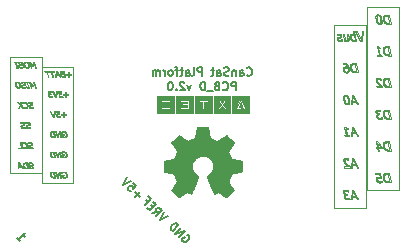
<source format=gbr>
G04 #@! TF.GenerationSoftware,KiCad,Pcbnew,(5.1.0)-1*
G04 #@! TF.CreationDate,2019-06-25T19:20:06-03:00*
G04 #@! TF.ProjectId,PCB_D,5043425f-442e-46b6-9963-61645f706362,rev?*
G04 #@! TF.SameCoordinates,Original*
G04 #@! TF.FileFunction,Legend,Bot*
G04 #@! TF.FilePolarity,Positive*
%FSLAX46Y46*%
G04 Gerber Fmt 4.6, Leading zero omitted, Abs format (unit mm)*
G04 Created by KiCad (PCBNEW (5.1.0)-1) date 2019-06-25 19:20:06*
%MOMM*%
%LPD*%
G04 APERTURE LIST*
%ADD10C,0.100000*%
%ADD11C,0.175000*%
%ADD12C,0.010000*%
G04 APERTURE END LIST*
D10*
X12217708Y-96033D02*
X12219532Y-103154D01*
X12206500Y-56064D02*
X12208400Y-62397D01*
X12192849Y-15406D02*
X12194837Y-20821D01*
X12157384Y57219D02*
X12159320Y54202D01*
X12174389Y27414D02*
X12176491Y23181D01*
X12228462Y-140729D02*
X12230210Y-148638D01*
X12204588Y-49862D02*
X12206500Y-56064D01*
X12224928Y-125305D02*
X12226701Y-132951D01*
X12223142Y-117790D02*
X12224928Y-125305D01*
X12202663Y-43791D02*
X12204588Y-49862D01*
X12184771Y4938D02*
X12186809Y49D01*
X12182720Y9696D02*
X12184771Y4938D01*
X12176491Y23181D02*
X12178580Y18817D01*
X12170692Y34554D02*
X12172546Y31021D01*
X12248064Y-242399D02*
X12249200Y-249645D01*
X12186809Y49D02*
X12188835Y-4972D01*
X12159320Y54202D02*
X12161245Y51112D01*
X12166948Y41398D02*
X12168826Y38013D01*
X12188835Y-4972D02*
X12190848Y-10123D01*
X12246874Y-235061D02*
X12248064Y-242399D01*
X12214023Y-82185D02*
X12215872Y-89043D01*
X12245628Y-227630D02*
X12246874Y-235061D01*
X12221343Y-110406D02*
X12223142Y-117790D01*
X12161245Y51112D02*
X12163157Y47948D01*
X12196812Y-26366D02*
X12198775Y-32043D01*
X12242970Y-212490D02*
X12244327Y-220106D01*
X12215872Y-89043D02*
X12217708Y-96033D01*
X12244327Y-220106D02*
X12245628Y-227630D01*
X12238568Y-189086D02*
X12240091Y-196979D01*
X12241558Y-204781D02*
X12242970Y-212490D01*
X12240091Y-196979D02*
X12241558Y-204781D01*
X12236990Y-181099D02*
X12238568Y-189086D01*
X12235357Y-173020D02*
X12236990Y-181099D01*
X12233668Y-164849D02*
X12235357Y-173020D01*
X12165058Y44710D02*
X12166948Y41398D01*
X12231945Y-156678D02*
X12233668Y-164849D01*
X12200725Y-37851D02*
X12202663Y-43791D01*
X12198775Y-32043D02*
X12200725Y-37851D01*
X12230210Y-148638D02*
X12231945Y-156678D01*
X12226701Y-132951D02*
X12228462Y-140729D01*
X12163157Y47948D02*
X12165058Y44710D01*
X12194837Y-20821D02*
X12196812Y-26366D01*
X12180656Y14322D02*
X12182720Y9696D01*
X12168826Y38013D02*
X12170692Y34554D01*
X12210286Y-68862D02*
X12212161Y-75457D01*
X12219532Y-103154D02*
X12221343Y-110406D01*
X12190848Y-10123D02*
X12192849Y-15406D01*
X12212161Y-75457D02*
X12214023Y-82185D01*
X12208400Y-62397D02*
X12210286Y-68862D01*
X12178580Y18817D02*
X12180656Y14322D01*
X12172546Y31021D02*
X12174389Y27414D01*
X12111842Y104920D02*
X12114034Y103526D01*
X12137383Y83327D02*
X12139435Y81049D01*
X12126945Y93615D02*
X12129056Y91705D01*
X12090921Y115358D02*
X12093331Y114373D01*
X12107342Y107546D02*
X12109603Y106255D01*
X12095719Y113344D02*
X12098087Y112272D01*
X12060333Y123760D02*
X12062999Y123300D01*
X11997229Y122072D02*
X12000405Y122808D01*
X12038231Y125860D02*
X12041069Y125751D01*
X12054936Y124548D02*
X12057645Y124176D01*
X12124822Y95452D02*
X12126945Y93615D01*
X12122688Y97214D02*
X12124822Y95452D01*
X12118385Y100518D02*
X12120542Y98903D01*
X12088489Y116298D02*
X12090921Y115358D01*
X12013889Y124979D02*
X12017454Y125328D01*
X12083562Y118049D02*
X12086036Y117196D01*
X12032492Y125948D02*
X12035372Y125926D01*
X12076011Y120346D02*
X12078550Y119624D01*
X12086036Y117196D02*
X12088489Y116298D01*
X12070871Y121659D02*
X12073452Y121025D01*
X12006992Y124049D02*
X12010402Y124553D01*
X12068268Y122250D02*
X12070871Y121659D01*
X12100433Y111156D02*
X12102757Y109997D01*
X12114034Y103526D02*
X12116215Y102059D01*
X12062999Y123300D02*
X12065644Y122797D01*
X12131155Y89721D02*
X12133242Y87664D01*
X12129056Y91705D02*
X12131155Y89721D01*
X12046680Y125401D02*
X12049453Y125160D01*
X12065644Y122797D02*
X12068268Y122250D01*
X12116215Y102059D02*
X12118385Y100518D01*
X12078550Y119624D02*
X12081067Y118859D01*
X12035372Y125926D02*
X12038231Y125860D01*
X12024818Y125793D02*
X12028616Y125909D01*
X12003660Y123467D02*
X12006992Y124049D01*
X12102757Y109997D02*
X12105061Y108793D01*
X12109603Y106255D02*
X12111842Y104920D01*
X12098087Y112272D02*
X12100433Y111156D01*
X12093331Y114373D02*
X12095719Y113344D01*
X12073452Y121025D02*
X12076011Y120346D01*
X12049453Y125160D02*
X12052205Y124876D01*
X12028616Y125909D02*
X12032492Y125948D01*
X11994130Y121258D02*
X11997229Y122072D01*
X12081067Y118859D02*
X12083562Y118049D01*
X12000405Y122808D02*
X12003660Y123467D01*
X12052205Y124876D02*
X12054936Y124548D01*
X12043885Y125598D02*
X12046680Y125401D01*
X12057645Y124176D02*
X12060333Y123760D01*
X12021097Y125599D02*
X12024818Y125793D01*
X12155436Y60162D02*
X12157384Y57219D01*
X12153477Y63031D02*
X12155436Y60162D01*
X12145523Y73769D02*
X12147529Y71195D01*
X12151506Y65826D02*
X12153477Y63031D01*
X12149523Y68548D02*
X12151506Y65826D01*
X12010402Y124553D02*
X12013889Y124979D01*
X12147529Y71195D02*
X12149523Y68548D01*
X12143505Y76269D02*
X12145523Y73769D01*
X12141476Y78696D02*
X12143505Y76269D01*
X12139435Y81049D02*
X12141476Y78696D01*
X12017454Y125328D02*
X12021097Y125599D01*
X12041069Y125751D02*
X12043885Y125598D01*
X12105061Y108793D02*
X12107342Y107546D01*
X12133242Y87664D02*
X12135318Y85533D01*
X12135318Y85533D02*
X12137383Y83327D01*
X12120542Y98903D02*
X12122688Y97214D01*
X11925288Y2966D02*
X11925561Y7123D01*
X11977169Y114746D02*
X11979802Y116025D01*
X11927146Y23064D02*
X11927666Y26877D01*
X11974614Y113389D02*
X11977169Y114746D01*
X11830574Y-6072D02*
X11830430Y-13331D01*
X11935593Y61225D02*
X11936658Y64282D01*
X11925561Y7123D02*
X11925883Y11212D01*
X11931828Y48311D02*
X11932695Y51643D01*
X12652357Y102246D02*
X12854001Y-283061D01*
X11928855Y34297D02*
X11929524Y37903D01*
X11835190Y47585D02*
X11834277Y41307D01*
X11830430Y-13331D02*
X11830382Y-20712D01*
X11936658Y64282D02*
X11937773Y67270D01*
X11969738Y110443D02*
X11972137Y111955D01*
X11940151Y73039D02*
X11941414Y75821D01*
X11927666Y26877D02*
X11928236Y30621D01*
X11933611Y54906D02*
X11934577Y58100D01*
X11834277Y41307D02*
X11833459Y34906D01*
X11972137Y111955D02*
X11974614Y113389D01*
X11944090Y81178D02*
X11945501Y83753D01*
X11924892Y-5554D02*
X11925065Y-1259D01*
X11930242Y41442D02*
X11931010Y44911D01*
X11938937Y70189D02*
X11940151Y73039D01*
X11967416Y108854D02*
X11969738Y110443D01*
X11956974Y99744D02*
X11958907Y101721D01*
X11928236Y30621D02*
X11928855Y34297D01*
X11937773Y67270D02*
X11938937Y70189D01*
X11953341Y95558D02*
X11955118Y97690D01*
X11950018Y91062D02*
X11951641Y93349D01*
X11942727Y78534D02*
X11944090Y81178D01*
X11925065Y-1259D02*
X11925288Y2966D01*
X11831584Y14968D02*
X11831151Y8077D01*
X11924669Y-18850D02*
X11924694Y-14349D01*
X11924768Y-9917D02*
X11924892Y-5554D01*
X11830815Y1064D02*
X11830574Y-6072D01*
X12854001Y-283061D02*
X12608948Y-283061D01*
X11926675Y19182D02*
X11927146Y23064D01*
X11833459Y34906D02*
X11832738Y28383D01*
X11832738Y28383D02*
X11832113Y21737D01*
X11955118Y97690D02*
X11956974Y99744D01*
X11929524Y37903D02*
X11930242Y41442D01*
X11925883Y11212D02*
X11926254Y15231D01*
X11965172Y107187D02*
X11967416Y108854D01*
X11963006Y105443D02*
X11965172Y107187D01*
X11951641Y93349D02*
X11953341Y95558D01*
X11932695Y51643D02*
X11933611Y54906D01*
X11926254Y15231D02*
X11926675Y19182D01*
X11948474Y88697D02*
X11950018Y91062D01*
X11945501Y83753D02*
X11946963Y86259D01*
X11832113Y21737D02*
X11831584Y14968D01*
X11831151Y8077D02*
X11830815Y1064D01*
X11960917Y103621D02*
X11963006Y105443D01*
X11941414Y75821D02*
X11942727Y78534D01*
X11924694Y-14349D02*
X11924768Y-9917D01*
X12608948Y-283061D02*
X12652357Y102246D01*
X11946963Y86259D02*
X11948474Y88697D01*
X11991109Y120366D02*
X11994130Y121258D01*
X11988166Y119397D02*
X11991109Y120366D01*
X11985300Y118351D02*
X11988166Y119397D01*
X11958907Y101721D02*
X11960917Y103621D01*
X11931010Y44911D02*
X11931828Y48311D01*
X11934577Y58100D02*
X11935593Y61225D01*
X11982512Y117226D02*
X11985300Y118351D01*
X11979802Y116025D02*
X11982512Y117226D01*
X12025824Y208075D02*
X12021471Y208169D01*
X11845962Y93400D02*
X11844279Y88102D01*
X11858079Y122615D02*
X11855819Y118052D01*
X11982392Y206063D02*
X11976959Y205291D01*
X11941732Y196560D02*
X11937100Y194837D01*
X11870822Y143590D02*
X11868081Y139640D01*
X12055478Y205644D02*
X12051330Y206180D01*
X11885986Y161636D02*
X11882755Y158250D01*
X11966394Y203390D02*
X11961261Y202262D01*
X11873659Y147418D02*
X11870822Y143590D01*
X11836200Y53741D02*
X11835190Y47585D01*
X12021471Y208169D02*
X12017089Y208201D01*
X11847741Y98576D02*
X11845962Y93400D01*
X11999290Y207666D02*
X11993557Y207251D01*
X11838508Y65685D02*
X11837306Y59774D01*
X12042944Y207064D02*
X12038708Y207412D01*
X11915439Y184443D02*
X11911407Y182008D01*
X11841201Y77139D02*
X11839807Y71473D01*
X11842692Y82682D02*
X11841201Y77139D01*
X12047151Y206654D02*
X12042944Y207064D01*
X11919571Y186760D02*
X11915439Y184443D01*
X11851587Y108559D02*
X11849616Y103628D01*
X11865436Y135568D02*
X11862888Y131373D01*
X11868081Y139640D02*
X11865436Y135568D01*
X11907476Y179454D02*
X11903644Y176781D01*
X11946464Y198163D02*
X11941732Y196560D01*
X11951296Y199648D02*
X11946464Y198163D01*
X11971626Y204400D02*
X11966394Y203390D01*
X12017089Y208201D02*
X12011056Y208142D01*
X11862888Y131373D02*
X11860435Y127055D01*
X11899912Y173990D02*
X11896281Y171080D01*
X11903644Y176781D02*
X11899912Y173990D01*
X11932567Y192996D02*
X11928135Y191036D01*
X11860435Y127055D02*
X11858079Y122615D01*
X12059598Y205044D02*
X12055478Y205644D01*
X11956229Y201014D02*
X11951296Y199648D01*
X11849616Y103628D02*
X11847741Y98576D01*
X11855819Y118052D02*
X11853655Y113367D01*
X11882755Y158250D02*
X11879623Y154746D01*
X11896281Y171080D02*
X11892749Y168050D01*
X12011056Y208142D02*
X12005123Y207963D01*
X11993557Y207251D02*
X11987924Y206716D01*
X11879623Y154746D02*
X11876592Y151123D01*
X12034442Y207696D02*
X12030148Y207917D01*
X11889317Y164902D02*
X11885986Y161636D01*
X11923803Y188957D02*
X11919571Y186760D01*
X11976959Y205291D02*
X11971626Y204400D01*
X11987924Y206716D02*
X11982392Y206063D01*
X12063689Y204381D02*
X12059598Y205044D01*
X11911407Y182008D02*
X11907476Y179454D01*
X12051330Y206180D02*
X12047151Y206654D01*
X11837306Y59774D02*
X11836200Y53741D01*
X11839807Y71473D02*
X11838508Y65685D01*
X11844279Y88102D02*
X11842692Y82682D01*
X11853655Y113367D02*
X11851587Y108559D01*
X11937100Y194837D02*
X11932567Y192996D01*
X12067750Y203654D02*
X12063689Y204381D01*
X11928135Y191036D02*
X11923803Y188957D01*
X11892749Y168050D02*
X11889317Y164902D01*
X12038708Y207412D02*
X12034442Y207696D01*
X12030148Y207917D02*
X12025824Y208075D01*
X12005123Y207963D02*
X11999290Y207666D01*
X11961261Y202262D02*
X11956229Y201014D01*
X11876592Y151123D02*
X11873659Y147418D01*
X12279921Y-790D02*
X12277014Y6173D01*
X12274061Y13008D02*
X12271063Y19715D01*
X12135873Y179785D02*
X12132336Y181648D01*
X12169566Y157656D02*
X12166309Y160173D01*
X12179190Y149695D02*
X12176006Y152417D01*
X12218370Y108110D02*
X12215502Y111718D01*
X12146259Y173847D02*
X12142832Y175887D01*
X12139381Y177859D02*
X12135873Y179785D01*
X12182350Y146905D02*
X12179190Y149695D01*
X12125175Y185184D02*
X12121551Y186857D01*
X12248797Y63075D02*
X12245433Y68756D01*
X12277014Y6173D02*
X12274061Y13008D01*
X12264929Y32745D02*
X12261794Y39067D01*
X12128770Y183447D02*
X12125175Y185184D01*
X12099193Y195572D02*
X12095365Y196803D01*
X12149661Y171738D02*
X12146259Y173847D01*
X12176006Y152417D02*
X12172798Y155071D01*
X12106762Y192919D02*
X12102992Y194277D01*
X12142832Y175887D02*
X12139381Y177859D01*
X12194745Y135064D02*
X12191682Y138126D01*
X12261794Y39067D02*
X12258613Y45261D01*
X12163028Y162623D02*
X12159723Y165004D01*
X12215502Y111718D02*
X12212609Y115257D01*
X12197783Y131933D02*
X12194745Y135064D01*
X12117897Y188468D02*
X12114215Y190015D01*
X12224033Y100690D02*
X12221214Y104434D01*
X12209693Y118729D02*
X12206752Y122132D01*
X12071783Y202865D02*
X12067750Y203654D01*
X12200797Y128734D02*
X12197783Y131933D01*
X12079760Y201097D02*
X12075786Y202013D01*
X12159723Y165004D02*
X12156393Y167317D01*
X12212609Y115257D02*
X12209693Y118729D01*
X12114215Y190015D02*
X12110503Y191499D01*
X12255387Y51327D02*
X12252115Y57265D01*
X12258613Y45261D02*
X12255387Y51327D01*
X12132336Y181648D02*
X12128770Y183447D01*
X12229600Y92997D02*
X12226829Y96878D01*
X12191682Y138126D02*
X12188596Y141121D01*
X12166309Y160173D02*
X12163028Y162623D01*
X12242024Y74310D02*
X12238569Y79735D01*
X12075786Y202013D02*
X12071783Y202865D01*
X12083705Y200118D02*
X12079760Y201097D01*
X12188596Y141121D02*
X12185485Y144047D01*
X12102992Y194277D02*
X12099193Y195572D01*
X12153039Y169561D02*
X12149661Y171738D01*
X12087621Y199076D02*
X12083705Y200118D01*
X12156393Y167317D02*
X12153039Y169561D01*
X12245433Y68756D02*
X12242024Y74310D01*
X12095365Y196803D02*
X12091507Y197971D01*
X12226829Y96878D02*
X12224033Y100690D01*
X12221214Y104434D02*
X12218370Y108110D01*
X12232347Y89049D02*
X12229600Y92997D01*
X12268019Y26294D02*
X12264929Y32745D01*
X12091507Y197971D02*
X12087621Y199076D01*
X12110503Y191499D02*
X12106762Y192919D01*
X12121551Y186857D02*
X12117897Y188468D01*
X12172798Y155071D02*
X12169566Y157656D01*
X12185485Y144047D02*
X12182350Y146905D01*
X12203786Y125467D02*
X12200797Y128734D01*
X12235069Y85032D02*
X12232347Y89049D01*
X12206752Y122132D02*
X12203786Y125467D01*
X12238569Y79735D02*
X12235069Y85032D01*
X12271063Y19715D02*
X12268019Y26294D01*
X12252115Y57265D02*
X12248797Y63075D01*
X12354259Y-356597D02*
X12354025Y-350194D01*
X12347992Y-280552D02*
X12347020Y-273028D01*
X12348897Y-287975D02*
X12347992Y-280552D01*
X12349735Y-295296D02*
X12348897Y-287975D01*
X12353792Y-404131D02*
X12354128Y-397083D01*
X12354369Y-389912D02*
X12354513Y-382616D01*
X12352830Y-417856D02*
X12353359Y-411055D01*
X12343742Y-473488D02*
X12345136Y-467802D01*
X12339781Y-225740D02*
X12338340Y-217502D01*
X12354427Y-362899D02*
X12354259Y-356597D01*
X12347020Y-273028D02*
X12345981Y-265401D01*
X12354561Y-375197D02*
X12354527Y-369099D01*
X12352205Y-424532D02*
X12352830Y-417856D01*
X12349752Y-443819D02*
X12350666Y-437514D01*
X12354128Y-397083D02*
X12354369Y-389912D01*
X12282782Y-7881D02*
X12279921Y-790D01*
X12346434Y-461992D02*
X12347637Y-456058D01*
X12350666Y-437514D02*
X12351483Y-431085D01*
X12342462Y-241910D02*
X12341155Y-233876D01*
X12285598Y-15101D02*
X12282782Y-7881D01*
X12333615Y-192176D02*
X12331905Y-183531D01*
X12288368Y-22449D02*
X12285598Y-15101D01*
X12315824Y-111732D02*
X12313557Y-102975D01*
X12345981Y-265401D02*
X12344875Y-257673D01*
X12353359Y-411055D02*
X12353792Y-404131D01*
X12348743Y-450000D02*
X12349752Y-443819D01*
X12296404Y-45261D02*
X12293771Y-37528D01*
X12354527Y-369099D02*
X12354427Y-362899D01*
X12320223Y-129632D02*
X12318047Y-120618D01*
X12322354Y-138774D02*
X12320223Y-129632D01*
X12338340Y-217502D02*
X12336832Y-209162D01*
X12345136Y-467802D02*
X12346434Y-461992D01*
X12350506Y-302515D02*
X12349735Y-295296D01*
X12354025Y-350194D02*
X12353723Y-343688D01*
X12342251Y-479050D02*
X12343742Y-473488D01*
X12351483Y-431085D02*
X12352205Y-424532D01*
X12347637Y-456058D02*
X12348743Y-450000D01*
X12291092Y-29924D02*
X12288368Y-22449D01*
X12306479Y-77471D02*
X12304029Y-69226D01*
X12330129Y-174783D02*
X12328286Y-165934D01*
X12293771Y-37528D02*
X12291092Y-29924D01*
X12298991Y-53121D02*
X12296404Y-45261D01*
X12328286Y-165934D02*
X12326376Y-156982D01*
X12301533Y-61110D02*
X12298991Y-53121D01*
X12344875Y-257673D02*
X12343702Y-249842D01*
X12304029Y-69226D02*
X12301533Y-61110D01*
X12353723Y-343688D02*
X12353354Y-337081D01*
X12331905Y-183531D02*
X12330129Y-174783D01*
X12308884Y-85844D02*
X12306479Y-77471D01*
X12343702Y-249842D02*
X12342462Y-241910D01*
X12354513Y-382616D02*
X12354561Y-375197D01*
X12326376Y-156982D02*
X12324398Y-147929D01*
X12311243Y-94345D02*
X12308884Y-85844D01*
X12313557Y-102975D02*
X12311243Y-94345D01*
X12318047Y-120618D02*
X12315824Y-111732D01*
X12341155Y-233876D02*
X12339781Y-225740D01*
X12351846Y-316647D02*
X12351210Y-309632D01*
X12353354Y-337081D02*
X12352919Y-330371D01*
X12352919Y-330371D02*
X12352416Y-323560D01*
X12351210Y-309632D02*
X12350506Y-302515D01*
X12324398Y-147929D02*
X12322354Y-138774D01*
X12335257Y-200720D02*
X12333615Y-192176D01*
X12336832Y-209162D02*
X12335257Y-200720D01*
X12352416Y-323560D02*
X12351846Y-316647D01*
X12329124Y-514521D02*
X12331287Y-509826D01*
X12340664Y-484489D02*
X12342251Y-479050D01*
X12338981Y-489804D02*
X12340664Y-484489D01*
X12337202Y-494995D02*
X12338981Y-489804D01*
X12302186Y-554684D02*
X12305319Y-551217D01*
X12288645Y-567379D02*
X12292182Y-564381D01*
X12223467Y-598232D02*
X12228519Y-596998D01*
X12158543Y-603984D02*
X12162948Y-604078D01*
X12096674Y-595075D02*
X12100554Y-596107D01*
X12154174Y-603828D02*
X12158543Y-603984D01*
X12132851Y-602108D02*
X12137046Y-602577D01*
X12213059Y-600348D02*
X12218314Y-599349D01*
X12112403Y-598826D02*
X12116423Y-599608D01*
X12319507Y-532067D02*
X12322055Y-527866D01*
X12137046Y-602577D02*
X12141275Y-602984D01*
X12116423Y-599608D02*
X12120477Y-600327D01*
X12314121Y-540097D02*
X12316862Y-536144D01*
X12179411Y-603874D02*
X12185272Y-603580D01*
X12185272Y-603580D02*
X12191031Y-603169D01*
X12120477Y-600327D02*
X12124567Y-600983D01*
X12335327Y-500062D02*
X12337202Y-494995D01*
X12333355Y-505006D02*
X12335327Y-500062D01*
X12322055Y-527866D02*
X12324507Y-523542D01*
X12124567Y-600983D02*
X12128692Y-601577D01*
X12252266Y-589064D02*
X12256712Y-587125D01*
X12104469Y-597076D02*
X12108418Y-597982D01*
X12247719Y-590886D02*
X12252266Y-589064D01*
X12128692Y-601577D02*
X12132851Y-602108D01*
X12191031Y-603169D02*
X12196690Y-602640D01*
X12331287Y-509826D02*
X12333355Y-505006D01*
X12173450Y-604050D02*
X12179411Y-603874D01*
X12316862Y-536144D02*
X12319507Y-532067D01*
X12298952Y-558034D02*
X12302186Y-554684D01*
X12305319Y-551217D02*
X12308351Y-547632D01*
X12281268Y-573020D02*
X12285007Y-570258D01*
X12207704Y-601229D02*
X12213059Y-600348D01*
X12269444Y-580602D02*
X12273486Y-578192D01*
X12167387Y-604109D02*
X12173450Y-604050D01*
X12145540Y-603328D02*
X12149839Y-603609D01*
X12202247Y-601993D02*
X12207704Y-601229D01*
X12311284Y-543926D02*
X12314121Y-540097D01*
X12273486Y-578192D02*
X12277428Y-575665D01*
X12100554Y-596107D02*
X12104469Y-597076D01*
X12292182Y-564381D02*
X12295618Y-561267D01*
X12285007Y-570258D02*
X12288645Y-567379D01*
X12162948Y-604078D02*
X12167387Y-604109D01*
X12277428Y-575665D02*
X12281268Y-573020D01*
X12265301Y-582894D02*
X12269444Y-580602D01*
X12243070Y-592591D02*
X12247719Y-590886D01*
X12141275Y-602984D02*
X12145540Y-603328D01*
X12238321Y-594177D02*
X12243070Y-592591D01*
X12149839Y-603609D02*
X12154174Y-603828D01*
X12108418Y-597982D02*
X12112403Y-598826D01*
X12261057Y-585068D02*
X12265301Y-582894D01*
X12324507Y-523542D02*
X12326864Y-519094D01*
X12295618Y-561267D02*
X12298952Y-558034D01*
X12326864Y-519094D02*
X12329124Y-514521D01*
X12092829Y-593981D02*
X12096674Y-595075D01*
X12308351Y-547632D02*
X12311284Y-543926D01*
X12256712Y-587125D02*
X12261057Y-585068D01*
X12233471Y-595646D02*
X12238321Y-594177D01*
X12218314Y-599349D02*
X12223467Y-598232D01*
X12196690Y-602640D02*
X12202247Y-601993D01*
X12228519Y-596998D02*
X12233471Y-595646D01*
X11961232Y-496443D02*
X11964120Y-500221D01*
X11937024Y-460097D02*
X11940184Y-465436D01*
X11972901Y-511136D02*
X11975866Y-514635D01*
X12042635Y-572095D02*
X12046028Y-574068D01*
X12063329Y-582977D02*
X12066894Y-584572D01*
X12056304Y-579601D02*
X12059799Y-581321D01*
X12049418Y-575975D02*
X12052843Y-577819D01*
X11952684Y-484696D02*
X11955514Y-488681D01*
X11921749Y-431364D02*
X11924734Y-437382D01*
X12000292Y-540133D02*
X12003432Y-543008D01*
X12039261Y-570053D02*
X12042635Y-572095D01*
X11975866Y-514635D02*
X11978852Y-518065D01*
X12035907Y-567941D02*
X12039261Y-570053D01*
X12029257Y-563510D02*
X12032572Y-565760D01*
X12022684Y-558801D02*
X12025961Y-561190D01*
X12006592Y-545814D02*
X12009772Y-548550D01*
X11901832Y-385440D02*
X11904572Y-392407D01*
X11927754Y-443264D02*
X11930809Y-449011D01*
X11896456Y-371098D02*
X11899126Y-378337D01*
X11997171Y-537189D02*
X12000292Y-540133D01*
X11904572Y-392407D02*
X11907347Y-399239D01*
X12025961Y-561190D02*
X12029257Y-563510D01*
X11933899Y-454621D02*
X11937024Y-460097D01*
X11967028Y-503928D02*
X11969954Y-507567D01*
X12052843Y-577819D02*
X12056304Y-579601D01*
X12003432Y-543008D02*
X12006592Y-545814D01*
X11969954Y-507567D02*
X11972901Y-511136D01*
X12046028Y-574068D02*
X12049418Y-575975D01*
X11910158Y-405936D02*
X11913003Y-412496D01*
X11978852Y-518065D02*
X11981856Y-521426D01*
X11964120Y-500221D02*
X11967028Y-503928D01*
X11915883Y-418921D02*
X11918798Y-425210D01*
X12077799Y-588979D02*
X12081504Y-590324D01*
X12009772Y-548550D02*
X12012971Y-551217D01*
X12089019Y-592824D02*
X12092829Y-593981D01*
X12085244Y-591605D02*
X12089019Y-592824D01*
X12016189Y-553814D02*
X12019427Y-556342D01*
X11994069Y-534175D02*
X11997171Y-537189D01*
X11930809Y-449011D02*
X11933899Y-454621D01*
X11893820Y-363723D02*
X11896456Y-371098D01*
X12070494Y-586103D02*
X12074129Y-587573D01*
X11891220Y-356213D02*
X11893820Y-363723D01*
X11981856Y-521426D02*
X11984880Y-524717D01*
X11955514Y-488681D02*
X11958363Y-492597D01*
X11949874Y-480641D02*
X11952684Y-484696D01*
X11943379Y-470640D02*
X11946609Y-475708D01*
X11913003Y-412496D02*
X11915883Y-418921D01*
X11946609Y-475708D02*
X11949874Y-480641D01*
X12081504Y-590324D02*
X12085244Y-591605D01*
X12074129Y-587573D02*
X12077799Y-588979D01*
X12066894Y-584572D02*
X12070494Y-586103D01*
X11899126Y-378337D02*
X11901832Y-385440D01*
X12059799Y-581321D02*
X12063329Y-582977D01*
X12032572Y-565760D02*
X12035907Y-567941D01*
X11924734Y-437382D02*
X11927754Y-443264D01*
X11940184Y-465436D02*
X11943379Y-470640D01*
X11987924Y-527939D02*
X11990987Y-531092D01*
X12019427Y-556342D02*
X12022684Y-558801D01*
X11918798Y-425210D02*
X11921749Y-431364D01*
X12012971Y-551217D02*
X12016189Y-553814D01*
X11958363Y-492597D02*
X11961232Y-496443D01*
X11990987Y-531092D02*
X11994069Y-534175D01*
X11984880Y-524717D02*
X11987924Y-527939D01*
X11907347Y-399239D02*
X11910158Y-405936D01*
X11832143Y-69207D02*
X11832682Y-76480D01*
X11830418Y-27156D02*
X11830526Y-33975D01*
X11918134Y2380049D02*
X11918134Y2379148D01*
X12898342Y-368047D02*
X13012233Y-587647D01*
X11919918Y2343673D02*
X11919373Y2349539D01*
X11922147Y2326549D02*
X11921305Y2332178D01*
X11924129Y2315527D02*
X11923088Y2320998D01*
X11835558Y-106330D02*
X11836456Y-113981D01*
X11842027Y-153374D02*
X11843357Y-161479D01*
X11888654Y-348567D02*
X11891220Y-356213D01*
X11886124Y-340785D02*
X11888654Y-348567D01*
X11849395Y-194658D02*
X11851085Y-203142D01*
X11852846Y-211701D02*
X11854679Y-220336D01*
X11883628Y-332868D02*
X11886124Y-340785D01*
X11830382Y-20412D02*
X11830418Y-27156D01*
X11881168Y-324815D02*
X11883628Y-332868D01*
X11864923Y-264646D02*
X11867139Y-273649D01*
X11843357Y-161479D02*
X11844759Y-169661D01*
X11831676Y-62009D02*
X11832143Y-69207D01*
X11878742Y-316627D02*
X11881168Y-324815D01*
X11876351Y-308302D02*
X11878742Y-316627D01*
X11834731Y-98754D02*
X11835558Y-106330D01*
X11918927Y2355483D02*
X11918580Y2361507D01*
X12575341Y-587647D02*
X12598678Y-368047D01*
X11871675Y-291247D02*
X11873996Y-299842D01*
X11919373Y2349539D02*
X11918927Y2355483D01*
X11873996Y-299842D02*
X11876351Y-308302D01*
X11867139Y-273649D02*
X11869389Y-282516D01*
X11838469Y-129511D02*
X11839583Y-137390D01*
X12573939Y192940D02*
X12481521Y-587647D01*
X11923088Y2320998D02*
X11922147Y2326549D01*
X11925268Y2310134D02*
X11924129Y2315527D01*
X12696232Y192940D02*
X12573939Y192940D01*
X11830705Y-40870D02*
X11830957Y-47841D01*
X11858561Y-237833D02*
X11860610Y-246695D01*
X11918184Y2373789D02*
X11918134Y2380049D01*
X11920562Y2337886D02*
X11919918Y2343673D01*
X11837427Y-121709D02*
X11838469Y-129511D01*
X11918332Y2367609D02*
X11918184Y2373789D01*
X11847778Y-186250D02*
X11849395Y-194658D01*
X11836456Y-113981D02*
X11837427Y-121709D01*
X13012233Y-587647D02*
X13109787Y-587647D01*
X12598678Y-368047D02*
X12898342Y-368047D01*
X11869389Y-282516D02*
X11871675Y-291247D01*
X11830957Y-47841D02*
X11831281Y-54887D01*
X11862730Y-255633D02*
X11864923Y-264646D01*
X12099706Y2080840D02*
X12099706Y2080239D01*
X11860610Y-246695D02*
X11862730Y-255633D01*
X11856584Y-229047D02*
X11858561Y-237833D01*
X11846232Y-177917D02*
X11847778Y-186250D01*
X11831281Y-54887D02*
X11831676Y-62009D01*
X11918580Y2361507D02*
X11918332Y2367609D01*
X13109787Y-587647D02*
X12696232Y192940D01*
X11832682Y-76480D02*
X11833293Y-83829D01*
X12481521Y-587647D02*
X12575341Y-587647D01*
X11833976Y-91254D02*
X11834731Y-98754D01*
X11830526Y-33975D02*
X11830705Y-40870D01*
X11921305Y2332178D02*
X11920562Y2337886D01*
X11854679Y-220336D02*
X11856584Y-229047D01*
X11840769Y-145344D02*
X11842027Y-153374D01*
X11844759Y-169661D02*
X11846232Y-177917D01*
X11851085Y-203142D02*
X11852846Y-211701D01*
X11833293Y-83829D02*
X11833976Y-91254D01*
X11839583Y-137390D02*
X11840769Y-145344D01*
X12069463Y2163847D02*
X12064852Y2164407D01*
X12088503Y2162852D02*
X12083654Y2162914D01*
X11930817Y2289349D02*
X11929281Y2294427D01*
X12018033Y2178777D02*
X12014132Y2180830D01*
X11937951Y2269825D02*
X11936019Y2274588D01*
X11939982Y2265141D02*
X11937951Y2269825D01*
X11946670Y2251562D02*
X11944342Y2256010D01*
X12002786Y2187735D02*
X11999122Y2190286D01*
X12026012Y2175045D02*
X12021993Y2176849D01*
X11971946Y2215169D02*
X11968815Y2218839D01*
X11988486Y2198684D02*
X11985060Y2201732D01*
X12030091Y2173365D02*
X12026012Y2175045D01*
X12109789Y2164437D02*
X12108169Y2164202D01*
X12042682Y2169073D02*
X12038425Y2170379D01*
X12046997Y2167891D02*
X12042682Y2169073D01*
X12103292Y2163612D02*
X12101661Y2163452D01*
X12093459Y2162936D02*
X12091810Y2162890D01*
X12108169Y2164202D02*
X12106546Y2163987D01*
X12111406Y2164690D02*
X12109789Y2164437D01*
X12055806Y2165900D02*
X12051372Y2166833D01*
X11926507Y2304819D02*
X11925268Y2310134D01*
X11927844Y2299584D02*
X11926507Y2304819D01*
X11934186Y2279430D02*
X11932452Y2284350D01*
X11954250Y2238692D02*
X11951624Y2242903D01*
X11942112Y2260536D02*
X11939982Y2265141D01*
X11959799Y2230505D02*
X11956975Y2234559D01*
X11975135Y2211623D02*
X11971946Y2215169D01*
X11962722Y2226530D02*
X11959799Y2230505D01*
X12038425Y2170379D02*
X12034228Y2171810D01*
X12098389Y2163190D02*
X12096748Y2163086D01*
X12101661Y2163452D02*
X12100026Y2163312D01*
X12104921Y2163790D02*
X12103292Y2163612D01*
X11968815Y2218839D02*
X11965744Y2222634D01*
X12006509Y2185309D02*
X12002786Y2187735D01*
X11978384Y2208202D02*
X11975135Y2211623D01*
X11999122Y2190286D02*
X11995518Y2192961D01*
X12078865Y2163101D02*
X12074134Y2163412D01*
X12106546Y2163987D02*
X12104921Y2163790D01*
X12021993Y2176849D02*
X12018033Y2178777D01*
X12064852Y2164407D02*
X12060299Y2165091D01*
X12074134Y2163412D02*
X12069463Y2163847D01*
X12083654Y2162914D02*
X12078865Y2163101D01*
X11965744Y2222634D02*
X11962722Y2226530D01*
X12010291Y2183007D02*
X12006509Y2185309D01*
X12051372Y2166833D02*
X12046997Y2167891D01*
X12090158Y2162861D02*
X12088503Y2162852D01*
X12014132Y2180830D02*
X12010291Y2183007D01*
X11929281Y2294427D02*
X11927844Y2299584D01*
X11932452Y2284350D02*
X11930817Y2289349D01*
X11949098Y2247193D02*
X11946670Y2251562D01*
X11956975Y2234559D02*
X11954250Y2238692D01*
X12095105Y2163002D02*
X12093459Y2162936D01*
X12096748Y2163086D02*
X12095105Y2163002D01*
X11981692Y2204905D02*
X11978384Y2208202D01*
X11944342Y2256010D02*
X11942112Y2260536D01*
X11951624Y2242903D02*
X11949098Y2247193D01*
X11995518Y2192961D02*
X11991972Y2195760D01*
X12060299Y2165091D02*
X12055806Y2165900D01*
X12091810Y2162890D02*
X12090158Y2162861D01*
X12100026Y2163312D02*
X12098389Y2163190D01*
X12034228Y2171810D02*
X12030091Y2173365D01*
X11936019Y2274588D02*
X11934186Y2279430D01*
X11985060Y2201732D02*
X11981692Y2204905D01*
X11991972Y2195760D02*
X11988486Y2198684D01*
X12062079Y-487407D02*
X12059842Y-485530D01*
X12123072Y-516908D02*
X12120477Y-516333D01*
X12202541Y-511212D02*
X12199739Y-512337D01*
X12149718Y-519909D02*
X12146997Y-519834D01*
X12199739Y-512337D02*
X12196860Y-513383D01*
X12193904Y-514352D02*
X12190872Y-515244D01*
X12066613Y-490983D02*
X12064336Y-489225D01*
X12073568Y-495902D02*
X12071229Y-494322D01*
X12110222Y-513532D02*
X12107690Y-512707D01*
X12078291Y-498903D02*
X12075923Y-497427D01*
X12130933Y-518333D02*
X12128300Y-517908D01*
X12102664Y-510906D02*
X12100170Y-509931D01*
X12160128Y-519779D02*
X12156328Y-519895D01*
X12107690Y-512707D02*
X12105171Y-511831D01*
X12112767Y-514307D02*
X12110222Y-513532D01*
X12125680Y-517433D02*
X12123072Y-516908D01*
X12128300Y-517908D02*
X12125680Y-517433D01*
X12167497Y-519314D02*
X12163851Y-519585D01*
X12171067Y-518965D02*
X12167497Y-519314D01*
X12080672Y-500328D02*
X12078291Y-498903D01*
X12097689Y-508906D02*
X12095220Y-507830D01*
X12055430Y-481597D02*
X12053255Y-479542D01*
X12156328Y-519895D02*
X12152452Y-519934D01*
X12075923Y-497427D02*
X12073568Y-495902D01*
X12087889Y-504304D02*
X12085470Y-503029D01*
X12092763Y-506705D02*
X12090320Y-505530D01*
X12095220Y-507830D02*
X12092763Y-506705D01*
X12105171Y-511831D02*
X12102664Y-510906D01*
X12115324Y-515032D02*
X12112767Y-514307D01*
X12152452Y-519934D02*
X12149718Y-519909D01*
X12048965Y-475253D02*
X12046851Y-473019D01*
X12136237Y-519034D02*
X12133579Y-518709D01*
X12083065Y-501704D02*
X12080672Y-500328D01*
X12205266Y-510011D02*
X12202541Y-511212D01*
X12138908Y-519309D02*
X12136237Y-519034D01*
X12090320Y-505530D02*
X12087889Y-504304D01*
X12187763Y-516058D02*
X12184577Y-516794D01*
X12196860Y-513383D02*
X12193904Y-514352D01*
X12117894Y-515708D02*
X12115324Y-515032D01*
X12120477Y-516333D02*
X12117894Y-515708D01*
X12207915Y-508732D02*
X12205266Y-510011D01*
X12190872Y-515244D02*
X12187763Y-516058D01*
X12144288Y-519709D02*
X12141592Y-519534D01*
X12174560Y-518539D02*
X12171067Y-518965D01*
X12064336Y-489225D02*
X12062079Y-487407D01*
X12100170Y-509931D02*
X12097689Y-508906D01*
X12163851Y-519585D02*
X12160128Y-519779D01*
X12053255Y-479542D02*
X12051100Y-477427D01*
X12181315Y-517453D02*
X12177976Y-518035D01*
X12042683Y-468374D02*
X12040630Y-465962D01*
X12141592Y-519534D02*
X12138908Y-519309D01*
X12044757Y-470726D02*
X12042683Y-468374D01*
X12146997Y-519834D02*
X12144288Y-519709D01*
X12046851Y-473019D02*
X12044757Y-470726D01*
X12071229Y-494322D02*
X12068911Y-492682D01*
X12051100Y-477427D02*
X12048965Y-475253D01*
X12057626Y-483593D02*
X12055430Y-481597D01*
X12133579Y-518709D02*
X12130933Y-518333D01*
X12059842Y-485530D02*
X12057626Y-483593D01*
X12068911Y-492682D02*
X12066613Y-490983D01*
X12177976Y-518035D02*
X12174560Y-518539D01*
X12085470Y-503029D02*
X12083065Y-501704D01*
X12210487Y-507375D02*
X12207915Y-508732D01*
X12184577Y-516794D02*
X12181315Y-517453D01*
X12258031Y-323246D02*
X12258502Y-329382D01*
X12251304Y-263860D02*
X12252273Y-270829D01*
X12255595Y-297778D02*
X12256287Y-304283D01*
X12249200Y-249645D02*
X12250279Y-256799D01*
X12256287Y-304283D02*
X12256924Y-310697D01*
X12254057Y-438898D02*
X12253256Y-442298D01*
X12259667Y-396953D02*
X12259400Y-401110D01*
X12259582Y-347234D02*
X12259831Y-353000D01*
X12235363Y-485048D02*
X12233712Y-487335D01*
X12246286Y-464176D02*
X12245096Y-467026D01*
X12251507Y-448893D02*
X12250560Y-452087D01*
X12260274Y-375137D02*
X12260250Y-379638D01*
X12212982Y-505941D02*
X12210487Y-507375D01*
X12260177Y-384070D02*
X12260055Y-388433D01*
X12257505Y-317018D02*
X12258031Y-323246D01*
X12230180Y-491677D02*
X12228299Y-493731D01*
X12239851Y-477740D02*
X12238418Y-480246D01*
X12257336Y-420864D02*
X12256777Y-424608D01*
X12256170Y-428284D02*
X12255514Y-431890D01*
X12258307Y-413169D02*
X12257846Y-417051D01*
X12253186Y-277705D02*
X12254045Y-284488D01*
X12260246Y-369741D02*
X12260274Y-375137D01*
X12215400Y-504429D02*
X12212982Y-505941D01*
X12217742Y-502840D02*
X12215400Y-504429D01*
X12254810Y-435429D02*
X12254057Y-438898D01*
X12220007Y-501173D02*
X12217742Y-502840D01*
X12258720Y-409218D02*
X12258307Y-413169D01*
X12250560Y-452087D02*
X12249565Y-455212D01*
X12226341Y-495708D02*
X12224306Y-497607D01*
X12258502Y-329382D02*
X12258917Y-335425D01*
X12252406Y-445630D02*
X12251507Y-448893D01*
X12245096Y-467026D02*
X12243858Y-469808D01*
X12256924Y-310697D02*
X12257505Y-317018D01*
X12248521Y-458269D02*
X12247428Y-461257D01*
X12256777Y-424608D02*
X12256170Y-428284D01*
X12222195Y-499429D02*
X12220007Y-501173D01*
X12259885Y-392728D02*
X12259667Y-396953D01*
X12224306Y-497607D02*
X12222195Y-499429D01*
X12258917Y-335425D02*
X12259277Y-341376D01*
X12247428Y-461257D02*
X12246286Y-464176D01*
X12238418Y-480246D02*
X12236937Y-482684D01*
X12260250Y-379638D02*
X12260177Y-384070D01*
X12249565Y-455212D02*
X12248521Y-458269D01*
X12260055Y-388433D02*
X12259885Y-392728D01*
X12228299Y-493731D02*
X12226341Y-495708D01*
X12255514Y-431890D02*
X12254810Y-435429D01*
X12250279Y-256799D02*
X12251304Y-263860D01*
X12231984Y-489545D02*
X12230180Y-491677D01*
X12253256Y-442298D02*
X12252406Y-445630D01*
X12233712Y-487335D02*
X12231984Y-489545D01*
X12236937Y-482684D02*
X12235363Y-485048D01*
X12241235Y-475165D02*
X12239851Y-477740D01*
X12259400Y-401110D02*
X12259084Y-405199D01*
X12242571Y-472521D02*
X12241235Y-475165D01*
X12243858Y-469808D02*
X12242571Y-472521D01*
X12252273Y-270829D02*
X12253186Y-277705D01*
X12257846Y-417051D02*
X12257336Y-420864D01*
X12259084Y-405199D02*
X12258720Y-409218D01*
X12260163Y-364253D02*
X12260246Y-369741D01*
X12260025Y-358673D02*
X12260163Y-364253D01*
X12259831Y-353000D02*
X12260025Y-358673D01*
X12259277Y-341376D02*
X12259582Y-347234D01*
X12254847Y-291179D02*
X12255595Y-297778D01*
X12254045Y-284488D02*
X12254847Y-291179D01*
X12502768Y5088873D02*
X12502265Y5092577D01*
X12502809Y5212406D02*
X12503541Y5215558D01*
X12497884Y5165912D02*
X12497960Y5169852D01*
X12500157Y5111328D02*
X12499817Y5115125D01*
X12498199Y5142143D02*
X12498077Y5146066D01*
X12502265Y5092577D02*
X12501789Y5096296D01*
X12505692Y5070591D02*
X12505053Y5074216D01*
X12500524Y5107547D02*
X12500157Y5111328D01*
X12500919Y5103781D02*
X12500524Y5107547D01*
X12506358Y5066981D02*
X12505692Y5070591D01*
X12498077Y5146066D02*
X12497981Y5150004D01*
X12504441Y5077857D02*
X12503856Y5081513D01*
X12499817Y5115125D02*
X12499504Y5118938D01*
X12497960Y5169852D02*
X12498086Y5173732D01*
X12512406Y5241197D02*
X12513643Y5243742D01*
X12498960Y5126611D02*
X12498729Y5130470D01*
X12500915Y5202586D02*
X12501496Y5205920D01*
X12511219Y5238590D02*
X12512406Y5241197D01*
X12499096Y5188644D02*
X12499475Y5192221D01*
X12498768Y5185007D02*
X12499096Y5188644D01*
X12505158Y5221680D02*
X12506042Y5224650D01*
X12504324Y5218649D02*
X12505158Y5221680D01*
X12500384Y5199192D02*
X12500915Y5202586D01*
X12503298Y5085185D02*
X12502768Y5088873D01*
X12497913Y5153957D02*
X12497873Y5157926D01*
X12497873Y5157926D02*
X12497859Y5161911D01*
X12498525Y5134346D02*
X12498349Y5138237D01*
X12501496Y5205920D02*
X12502127Y5209193D01*
X12503856Y5081513D02*
X12503298Y5085185D01*
X12499905Y5195737D02*
X12500384Y5199192D01*
X12499504Y5118938D02*
X12499219Y5122767D01*
X12497981Y5150004D02*
X12497913Y5153957D01*
X12499475Y5192221D02*
X12499905Y5195737D01*
X12498086Y5173732D02*
X12498263Y5177551D01*
X12498490Y5181310D02*
X12498768Y5185007D01*
X12498729Y5130470D02*
X12498525Y5134346D01*
X12498263Y5177551D02*
X12498490Y5181310D01*
X12497859Y5161911D02*
X12497884Y5165912D01*
X12501340Y5100030D02*
X12500919Y5103781D01*
X12499219Y5122767D02*
X12498960Y5126611D01*
X12501789Y5096296D02*
X12501340Y5100030D01*
X12505053Y5074216D02*
X12504441Y5077857D01*
X12507961Y5230408D02*
X12508996Y5233196D01*
X12513643Y5243742D02*
X12514931Y5246227D01*
X12503541Y5215558D02*
X12504324Y5218649D01*
X12502127Y5209193D02*
X12502809Y5212406D01*
X12498349Y5138237D02*
X12498199Y5142143D01*
X12510082Y5235924D02*
X12511219Y5238590D01*
X12508996Y5233196D02*
X12510082Y5235924D01*
X12506976Y5227559D02*
X12507961Y5230408D01*
X12506042Y5224650D02*
X12506976Y5227559D01*
X12408610Y5225019D02*
X12407976Y5219521D01*
X12409328Y5230427D02*
X12408610Y5225019D01*
X12534633Y4975981D02*
X12533232Y4979118D01*
X12510927Y5045652D02*
X12510098Y5049168D01*
X12841865Y4808928D02*
X12853535Y4778887D01*
X12511784Y5042153D02*
X12510927Y5045652D01*
X12512668Y5038672D02*
X12511784Y5042153D01*
X12521849Y5008161D02*
X12520720Y5011478D01*
X12527901Y4991844D02*
X12526636Y4995071D01*
X12414188Y5256139D02*
X12413047Y5251174D01*
X12530512Y4985445D02*
X12529193Y4988635D01*
X12935685Y4778887D02*
X12768116Y5594622D01*
X12540508Y4963617D02*
X12538998Y4966681D01*
X12542044Y4960572D02*
X12540508Y4963617D01*
X12411990Y5246121D02*
X12411018Y5240978D01*
X12407426Y5213935D02*
X12406961Y5208260D01*
X12416723Y5265802D02*
X12415413Y5261015D01*
X12524188Y5001580D02*
X12523005Y5004861D01*
X12418118Y5270500D02*
X12416723Y5265802D01*
X12514518Y5031765D02*
X12513579Y5035209D01*
X12548463Y4948570D02*
X12546818Y4951543D01*
X12538998Y4966681D02*
X12537516Y4969763D01*
X12421160Y5279631D02*
X12419597Y5275110D01*
X12515483Y5028338D02*
X12514518Y5031765D01*
X12768116Y5594622D02*
X12680364Y5594622D01*
X12426358Y5292661D02*
X12424541Y5288406D01*
X12516476Y5024930D02*
X12515483Y5028338D01*
X12518544Y5018168D02*
X12517496Y5021540D01*
X12519618Y5014814D02*
X12518544Y5018168D01*
X12526636Y4995071D02*
X12525398Y4998316D01*
X12406074Y5190702D02*
X12405947Y5184672D01*
X12533232Y4979118D02*
X12531858Y4982272D01*
X12413047Y5251174D02*
X12411990Y5246121D01*
X12406285Y5196644D02*
X12406074Y5190702D01*
X12406961Y5208260D02*
X12406581Y5202496D01*
X12537516Y4969763D02*
X12536061Y4972863D01*
X12680364Y5594622D02*
X12740110Y5303224D01*
X12407976Y5219521D02*
X12407426Y5213935D01*
X12543608Y4957544D02*
X12542044Y4960572D01*
X12545199Y4954535D02*
X12543608Y4957544D01*
X12405947Y5184672D02*
X12405905Y5178553D01*
X12415413Y5261015D02*
X12414188Y5256139D01*
X12507051Y5063387D02*
X12506358Y5066981D01*
X12507772Y5059809D02*
X12507051Y5063387D01*
X12550136Y4945615D02*
X12548463Y4948570D01*
X12424541Y5288406D02*
X12422808Y5284063D01*
X12513579Y5035209D02*
X12512668Y5038672D01*
X12523005Y5004861D02*
X12521849Y5008161D01*
X12419597Y5275110D02*
X12418118Y5270500D01*
X12411018Y5240978D02*
X12410131Y5235747D01*
X12536061Y4972863D02*
X12534633Y4975981D01*
X12508520Y5056246D02*
X12507772Y5059809D01*
X12517496Y5021540D02*
X12516476Y5024930D01*
X12406581Y5202496D02*
X12406285Y5196644D01*
X12853535Y4778887D02*
X12935685Y4778887D01*
X12410131Y5235747D02*
X12409328Y5230427D01*
X12509295Y5052699D02*
X12508520Y5056246D01*
X12510098Y5049168D02*
X12509295Y5052699D01*
X12520720Y5011478D02*
X12519618Y5014814D01*
X12529193Y4988635D02*
X12527901Y4991844D01*
X12525398Y4998316D02*
X12524188Y5001580D01*
X12531858Y4982272D02*
X12530512Y4985445D01*
X12422808Y5284063D02*
X12421160Y5279631D01*
X12546818Y4951543D02*
X12545199Y4954535D01*
X12603769Y5376131D02*
X12600729Y5376678D01*
X12436711Y5312601D02*
X12434471Y5308791D01*
X12493776Y5365744D02*
X12490101Y5363928D01*
X12490101Y5363928D02*
X12486502Y5362003D01*
X12572499Y5379632D02*
X12569265Y5379741D01*
X12621598Y5371929D02*
X12618675Y5372739D01*
X12612771Y5374227D02*
X12609790Y5374905D01*
X12609790Y5374905D02*
X12606789Y5375540D01*
X12530211Y5377133D02*
X12525864Y5376308D01*
X12539131Y5378453D02*
X12534634Y5377848D01*
X12606789Y5375540D02*
X12603769Y5376131D01*
X12501349Y5369045D02*
X12497525Y5367450D01*
X12566012Y5379807D02*
X12562739Y5379829D01*
X12600729Y5376678D02*
X12597670Y5377181D01*
X12466475Y5348138D02*
X12463399Y5345442D01*
X12476152Y5355565D02*
X12472851Y5353200D01*
X12446514Y5326956D02*
X12443936Y5323501D01*
X12630251Y5369238D02*
X12627386Y5370179D01*
X12454620Y5336694D02*
X12451843Y5333558D01*
X12463399Y5345442D02*
X12460398Y5342636D01*
X12486502Y5362003D02*
X12482977Y5359967D01*
X12517393Y5374327D02*
X12513270Y5373172D01*
X12521591Y5375372D02*
X12517393Y5374327D01*
X12534634Y5377848D02*
X12530211Y5377133D01*
X12627386Y5370179D02*
X12624502Y5371076D01*
X12543703Y5378949D02*
X12539131Y5378453D01*
X12575713Y5379479D02*
X12572499Y5379632D01*
X12509221Y5371906D02*
X12505248Y5370531D01*
X12432316Y5304891D02*
X12430245Y5300903D01*
X12597670Y5377181D02*
X12594592Y5377641D01*
X12443936Y5323501D02*
X12441443Y5319956D01*
X12449141Y5330312D02*
X12446514Y5326956D01*
X12469626Y5350724D02*
X12466475Y5348138D01*
X12505248Y5370531D02*
X12501349Y5369045D01*
X12451843Y5333558D02*
X12449141Y5330312D01*
X12578908Y5379282D02*
X12575713Y5379479D01*
X12562739Y5379829D02*
X12557868Y5379774D01*
X12457472Y5339720D02*
X12454620Y5336694D01*
X12460398Y5342636D02*
X12457472Y5339720D01*
X12618675Y5372739D02*
X12615733Y5373505D01*
X12472851Y5353200D02*
X12469626Y5350724D01*
X12513270Y5373172D02*
X12509221Y5371906D01*
X12525864Y5376308D02*
X12521591Y5375372D01*
X12439035Y5316323D02*
X12436711Y5312601D01*
X12591494Y5378056D02*
X12588377Y5378428D01*
X12441443Y5319956D02*
X12439035Y5316323D01*
X12615733Y5373505D02*
X12612771Y5374227D01*
X12624502Y5371076D02*
X12621598Y5371929D01*
X12585240Y5378757D02*
X12582084Y5379041D01*
X12479527Y5357821D02*
X12476152Y5355565D01*
X12548350Y5379334D02*
X12543703Y5378949D01*
X12553071Y5379609D02*
X12548350Y5379334D01*
X12582084Y5379041D02*
X12578908Y5379282D01*
X12557868Y5379774D02*
X12553071Y5379609D01*
X12588377Y5378428D02*
X12585240Y5378757D01*
X12594592Y5377641D02*
X12591494Y5378056D01*
X12428259Y5296826D02*
X12426358Y5292661D01*
X12635922Y5367225D02*
X12633096Y5368253D01*
X12430245Y5300903D02*
X12428259Y5296826D01*
X12482977Y5359967D02*
X12479527Y5357821D01*
X12434471Y5308791D02*
X12432316Y5304891D01*
X12633096Y5368253D02*
X12630251Y5369238D01*
X12497525Y5367450D02*
X12493776Y5365744D01*
X12569265Y5379741D02*
X12566012Y5379807D01*
X12723377Y5315903D02*
X12720601Y5317927D01*
X12806282Y4788042D02*
X12808391Y4789053D01*
X12660527Y5355958D02*
X12657841Y5357392D01*
X12663217Y5354498D02*
X12660527Y5355958D01*
X12671310Y5349966D02*
X12668608Y5351502D01*
X12674015Y5348404D02*
X12671310Y5349966D01*
X12679438Y5345203D02*
X12676725Y5346816D01*
X12682155Y5343564D02*
X12679438Y5345203D01*
X12693062Y5336751D02*
X12690329Y5338493D01*
X12720601Y5317927D02*
X12717830Y5319924D01*
X12814624Y4792193D02*
X12816671Y4793275D01*
X12698539Y5333192D02*
X12695798Y5334984D01*
X12717830Y5319924D02*
X12715062Y5321897D01*
X12980494Y5561186D02*
X12882007Y5561186D01*
X13295562Y4780600D02*
X13418788Y4780600D01*
X12838160Y4806327D02*
X12840020Y4807619D01*
X12804157Y4787048D02*
X12806282Y4788042D01*
X13415054Y5561186D02*
X13338971Y4875499D01*
X12840020Y4807619D02*
X12841865Y4808928D01*
X12820718Y4795490D02*
X12822718Y4796624D01*
X12808391Y4789053D02*
X12810484Y4790082D01*
X12836284Y4805053D02*
X12838160Y4806327D01*
X12826672Y4798945D02*
X12828625Y4800132D01*
X12684876Y5341899D02*
X12682155Y5343564D01*
X12687601Y5340209D02*
X12684876Y5341899D01*
X12690329Y5338493D02*
X12687601Y5340209D01*
X12818702Y4794374D02*
X12820718Y4795490D01*
X12704031Y5329529D02*
X12701283Y5331373D01*
X12706783Y5327659D02*
X12704031Y5329529D01*
X12709539Y5325764D02*
X12706783Y5327659D01*
X12832486Y4802557D02*
X12834393Y4803797D01*
X12734517Y5307553D02*
X12731726Y5309679D01*
X13511208Y5561186D02*
X13415054Y5561186D01*
X12695798Y5334984D02*
X12693062Y5336751D01*
X12701283Y5331373D02*
X12698539Y5333192D01*
X12726156Y5313854D02*
X12723377Y5315903D01*
X12830563Y4801336D02*
X12832486Y4802557D01*
X13338971Y4875499D02*
X12980494Y5561186D01*
X12715062Y5321897D02*
X12712299Y5323843D01*
X12737311Y5305401D02*
X12734517Y5307553D01*
X12828625Y4800132D02*
X12830563Y4801336D01*
X12822718Y4796624D02*
X12824703Y4797776D01*
X12882007Y5561186D02*
X13295562Y4780600D01*
X12712299Y5323843D02*
X12709539Y5325764D01*
X12728939Y5311779D02*
X12726156Y5313854D01*
X12731726Y5309679D02*
X12728939Y5311779D01*
X12740110Y5303224D02*
X12737311Y5305401D01*
X13418788Y4780600D02*
X13511208Y5561186D01*
X12824703Y4797776D02*
X12826672Y4798945D01*
X12810484Y4790082D02*
X12812562Y4791129D01*
X12834393Y4803797D02*
X12836284Y4805053D01*
X12638728Y5366152D02*
X12635922Y5367225D01*
X12816671Y4793275D02*
X12818702Y4794374D01*
X12668608Y5351502D02*
X12665911Y5353013D01*
X12641515Y5365036D02*
X12638728Y5366152D01*
X12644283Y5363877D02*
X12641515Y5365036D01*
X12647031Y5362673D02*
X12644283Y5363877D01*
X12649760Y5361426D02*
X12647031Y5362673D01*
X12665911Y5353013D02*
X12663217Y5354498D01*
X12812562Y4791129D02*
X12814624Y4792193D01*
X12652469Y5360135D02*
X12649760Y5361426D01*
X12655159Y5358800D02*
X12652469Y5360135D01*
X12657841Y5357392D02*
X12655159Y5358800D01*
X12676725Y5346816D02*
X12674015Y5348404D01*
X12779762Y4777268D02*
X12782058Y4778070D01*
X12777451Y4776484D02*
X12779762Y4777268D01*
X12720600Y4765268D02*
X12723190Y4765481D01*
X12772732Y4774984D02*
X12775097Y4775721D01*
X12750967Y4769469D02*
X12753428Y4769982D01*
X12687586Y4764763D02*
X12691535Y4764599D01*
X12627436Y4776317D02*
X12631027Y4775103D01*
X12712768Y4764781D02*
X12715390Y4764918D01*
X12704840Y4764518D02*
X12707493Y4764581D01*
X12645618Y4770901D02*
X12649322Y4770015D01*
X12679754Y4765289D02*
X12683659Y4764993D01*
X12791084Y4781451D02*
X12793302Y4782340D01*
X12746013Y4768519D02*
X12748495Y4768982D01*
X12718000Y4765081D02*
X12720600Y4765268D01*
X12767970Y4773583D02*
X12770356Y4774271D01*
X12802017Y4786071D02*
X12804157Y4787048D01*
X12799862Y4785112D02*
X12802017Y4786071D01*
X12797691Y4784170D02*
X12799862Y4785112D01*
X12786602Y4779725D02*
X12788851Y4780579D01*
X12660566Y4767750D02*
X12664359Y4767127D01*
X12795504Y4783246D02*
X12797691Y4784170D01*
X12641937Y4771853D02*
X12645618Y4770901D01*
X12793302Y4782340D02*
X12795504Y4783246D01*
X12788851Y4780579D02*
X12791084Y4781451D01*
X12782058Y4778070D02*
X12784337Y4778889D01*
X12631027Y4775103D02*
X12634642Y4773954D01*
X12668175Y4766569D02*
X12672012Y4766076D01*
X12623866Y4777597D02*
X12627436Y4776317D01*
X12656796Y4768440D02*
X12660566Y4767750D01*
X12653048Y4769194D02*
X12656796Y4768440D01*
X12765573Y4772920D02*
X12767970Y4773583D01*
X12730893Y4766268D02*
X12733440Y4766581D01*
X12758318Y4771082D02*
X12760747Y4771670D01*
X12763165Y4772283D02*
X12765573Y4772920D01*
X12760747Y4771670D02*
X12763165Y4772283D01*
X12755878Y4770520D02*
X12758318Y4771082D01*
X12725768Y4765718D02*
X12728336Y4765981D01*
X12691535Y4764599D02*
X12695507Y4764501D01*
X12738501Y4767281D02*
X12741016Y4767669D01*
X12702176Y4764481D02*
X12704840Y4764518D01*
X12699501Y4764468D02*
X12702176Y4764481D01*
X12664359Y4767127D02*
X12668175Y4766569D01*
X12707493Y4764581D02*
X12710136Y4764668D01*
X12710136Y4764668D02*
X12712768Y4764781D01*
X12638278Y4772871D02*
X12641937Y4771853D01*
X12634642Y4773954D02*
X12638278Y4772871D01*
X12775097Y4775721D02*
X12777451Y4776484D01*
X12672012Y4766076D02*
X12675872Y4765650D01*
X12770356Y4774271D02*
X12772732Y4774984D01*
X12715390Y4764918D02*
X12718000Y4765081D01*
X12733440Y4766581D02*
X12735976Y4766919D01*
X12723190Y4765481D02*
X12725768Y4765718D01*
X12753428Y4769982D02*
X12755878Y4770520D01*
X12695507Y4764501D02*
X12699501Y4764468D01*
X12620319Y4778943D02*
X12623866Y4777597D01*
X12748495Y4768982D02*
X12750967Y4769469D01*
X12735976Y4766919D02*
X12738501Y4767281D01*
X12784337Y4778889D02*
X12786602Y4779725D01*
X12675872Y4765650D02*
X12679754Y4765289D01*
X12743519Y4768081D02*
X12746013Y4768519D01*
X12683659Y4764993D02*
X12687586Y4764763D01*
X12741016Y4767669D02*
X12743519Y4768081D01*
X12728336Y4765981D02*
X12730893Y4766268D01*
X12649322Y4770015D02*
X12653048Y4769194D01*
X12480804Y4903853D02*
X12483216Y4900095D01*
X12529756Y4841701D02*
X12532711Y4838705D01*
X12448602Y4965846D02*
X12450518Y4961385D01*
X12467032Y4927384D02*
X12469245Y4923345D01*
X12446719Y4970355D02*
X12448602Y4965846D01*
X12599506Y4788396D02*
X12602919Y4786656D01*
X12563389Y4811709D02*
X12566569Y4809305D01*
X12523906Y4847852D02*
X12526821Y4844750D01*
X12485660Y4896384D02*
X12488137Y4892720D01*
X12478426Y4907658D02*
X12480804Y4903853D01*
X12572990Y4804659D02*
X12576231Y4802416D01*
X12452466Y4956971D02*
X12454448Y4952604D01*
X12596115Y4790201D02*
X12599506Y4788396D01*
X12582775Y4798092D02*
X12586077Y4796011D01*
X12576231Y4802416D02*
X12579493Y4800227D01*
X12553971Y4819243D02*
X12557090Y4816678D01*
X12569769Y4806955D02*
X12572990Y4804659D01*
X12566569Y4809305D02*
X12569769Y4806955D01*
X12560229Y4814167D02*
X12563389Y4811709D01*
X12557090Y4816678D02*
X12560229Y4814167D01*
X12550873Y4821862D02*
X12553971Y4819243D01*
X12544737Y4827262D02*
X12547795Y4824535D01*
X12443053Y4979511D02*
X12444870Y4974909D01*
X12541700Y4830042D02*
X12544737Y4827262D01*
X12538684Y4832876D02*
X12541700Y4830042D01*
X12490647Y4889103D02*
X12493190Y4885533D01*
X12458510Y4944010D02*
X12460591Y4939783D01*
X12521012Y4851009D02*
X12523906Y4847852D01*
X12462705Y4935603D02*
X12464852Y4931470D01*
X12515284Y4857484D02*
X12518138Y4854220D01*
X12495880Y4881839D02*
X12498591Y4878198D01*
X12469245Y4923345D02*
X12471491Y4919353D01*
X12506846Y4867599D02*
X12509638Y4864173D01*
X12498591Y4878198D02*
X12501322Y4874611D01*
X12473769Y4915408D02*
X12476081Y4911509D01*
X12471491Y4919353D02*
X12473769Y4915408D01*
X12509638Y4864173D02*
X12512451Y4860802D01*
X12504074Y4871078D02*
X12506846Y4867599D01*
X12444870Y4974909D02*
X12446719Y4970355D01*
X12501322Y4874611D02*
X12504074Y4871078D01*
X12464852Y4931470D02*
X12467032Y4927384D01*
X12454448Y4952604D02*
X12456463Y4948283D01*
X12450518Y4961385D02*
X12452466Y4956971D01*
X12532711Y4838705D02*
X12535687Y4835764D01*
X12526821Y4844750D02*
X12529756Y4841701D01*
X12483216Y4900095D02*
X12485660Y4896384D01*
X12476081Y4911509D02*
X12478426Y4907658D01*
X12456463Y4948283D02*
X12458510Y4944010D01*
X12547795Y4824535D02*
X12550873Y4821862D01*
X12460591Y4939783D02*
X12462705Y4935603D01*
X12613292Y4781831D02*
X12616794Y4780354D01*
X12616794Y4780354D02*
X12620319Y4778943D01*
X12586077Y4796011D02*
X12589401Y4794009D01*
X12512451Y4860802D02*
X12515284Y4857484D01*
X12488137Y4892720D02*
X12490647Y4889103D01*
X12518138Y4854220D02*
X12521012Y4851009D01*
X12609812Y4783374D02*
X12613292Y4781831D01*
X12606354Y4784982D02*
X12609812Y4783374D01*
X12602919Y4786656D02*
X12606354Y4784982D01*
X12589401Y4794009D02*
X12592747Y4792072D01*
X12493190Y4885533D02*
X12495880Y4881839D01*
X12592747Y4792072D02*
X12596115Y4790201D01*
X12535687Y4835764D02*
X12538684Y4832876D01*
X12579493Y4800227D02*
X12582775Y4798092D01*
X12432848Y5008107D02*
X12434466Y5003224D01*
X12431262Y5013037D02*
X12432848Y5008107D01*
X12422650Y5043308D02*
X12423963Y5038218D01*
X12421387Y5048414D02*
X12422650Y5043308D01*
X12416829Y5068993D02*
X12417894Y5063825D01*
X12414847Y5079377D02*
X12415813Y5074177D01*
X12413931Y5084592D02*
X12414847Y5079377D01*
X12411478Y5100331D02*
X12412246Y5095069D01*
X12408902Y5121535D02*
X12409472Y5116211D01*
X12413064Y5089822D02*
X12413931Y5084592D01*
X12412246Y5095069D02*
X12413064Y5089822D01*
X12407119Y5142990D02*
X12407490Y5137603D01*
X12410760Y5105608D02*
X12411478Y5100331D01*
X11055971Y6110279D02*
X13797550Y6110279D01*
X12410091Y5110902D02*
X12410760Y5105608D01*
X12406797Y5148392D02*
X12407119Y5142990D01*
X12405905Y5181137D02*
X12405930Y5175640D01*
X13797550Y-9422915D02*
X11055971Y-9422915D01*
X13797550Y6110279D02*
X13797550Y-9422915D01*
X12417894Y5063825D02*
X12419009Y5058672D01*
X12406301Y5159245D02*
X12406524Y5153811D01*
X12409472Y5116211D02*
X12410091Y5110902D01*
X12406524Y5153811D02*
X12406797Y5148392D01*
X12408382Y5126875D02*
X12408902Y5121535D01*
X12441270Y4984160D02*
X12443053Y4979511D01*
X12439519Y4988856D02*
X12441270Y4984160D01*
X12434466Y5003224D02*
X12436117Y4998387D01*
X12423963Y5038218D02*
X12425326Y5033144D01*
X12419009Y5058672D02*
X12420173Y5053535D01*
X12425326Y5033144D02*
X12426737Y5028085D01*
X12407490Y5137603D02*
X12407911Y5132231D01*
X12437802Y4993598D02*
X12439519Y4988856D01*
X12436117Y4998387D02*
X12437802Y4993598D01*
X12429710Y5018014D02*
X12431262Y5013037D01*
X11055971Y-9422915D02*
X11055971Y6110279D01*
X12428199Y5023042D02*
X12429710Y5018014D01*
X12426737Y5028085D02*
X12428199Y5023042D01*
X12406128Y5164694D02*
X12406301Y5159245D01*
X12405930Y5175640D02*
X12406004Y5170160D01*
X12420173Y5053535D02*
X12421387Y5048414D01*
X12415813Y5074177D02*
X12416829Y5068993D01*
X12406004Y5170160D02*
X12406128Y5164694D01*
X12407911Y5132231D02*
X12408382Y5126875D01*
X12743257Y5232444D02*
X12745640Y5230736D01*
X12748012Y5229015D02*
X12750371Y5227280D01*
X12728715Y5242399D02*
X12731168Y5240775D01*
X12693151Y5263704D02*
X12695767Y5262271D01*
X12740863Y5234137D02*
X12743257Y5232444D01*
X12677219Y5271994D02*
X12679896Y5270659D01*
X12721287Y5247192D02*
X12723774Y5245608D01*
X12711219Y5253389D02*
X12713753Y5251860D01*
X12700964Y5259365D02*
X12703545Y5257892D01*
X12708673Y5254903D02*
X12711219Y5253389D01*
X12671882Y5274532D02*
X12674547Y5273285D01*
X12685233Y5267918D02*
X12687884Y5266527D01*
X12825994Y4887005D02*
X12824069Y4885852D01*
X12824069Y4885852D02*
X12822147Y4884717D01*
X12814500Y4880365D02*
X12812598Y4879325D01*
X12706115Y5256405D02*
X12708673Y5254903D01*
X12818316Y4882504D02*
X12816406Y4881425D01*
X12405905Y5178553D02*
X12405905Y5181137D01*
X12716276Y5250318D02*
X12718787Y5248761D01*
X12695767Y5262271D02*
X12698372Y5260825D01*
X12795655Y4870800D02*
X12793792Y4869946D01*
X12733609Y5239136D02*
X12736039Y5237484D01*
X12745640Y5230736D02*
X12748012Y5229015D01*
X12806916Y4876314D02*
X12805029Y4875348D01*
X12703545Y5257892D02*
X12706115Y5256405D01*
X12773553Y4861797D02*
X12771737Y4861168D01*
X12755055Y5223769D02*
X12757380Y5221993D01*
X12777198Y4863110D02*
X12775374Y4862444D01*
X12779026Y4863794D02*
X12777198Y4863110D01*
X12738457Y5235817D02*
X12740863Y5234137D01*
X12674547Y5273285D02*
X12677219Y5271994D01*
X12793792Y4869946D02*
X12791932Y4869112D01*
X12726251Y5244011D02*
X12728715Y5242399D01*
X12775374Y4862444D02*
X12773553Y4861797D01*
X12780858Y4864498D02*
X12779026Y4863794D01*
X12782694Y4865220D02*
X12780858Y4864498D01*
X12816406Y4881425D02*
X12814500Y4880365D01*
X12822147Y4884717D02*
X12820230Y4883601D01*
X12784534Y4865961D02*
X12782694Y4865220D01*
X12786378Y4866720D02*
X12784534Y4865961D01*
X12788226Y4867499D02*
X12786378Y4866720D01*
X12790077Y4868296D02*
X12788226Y4867499D01*
X12791932Y4869112D02*
X12790077Y4868296D01*
X12682570Y5269295D02*
X12685233Y5267918D01*
X12797522Y4871672D02*
X12795655Y4870800D01*
X12799393Y4872563D02*
X12797522Y4871672D01*
X12803147Y4874401D02*
X12801268Y4873473D01*
X12810700Y4878302D02*
X12808806Y4877299D01*
X12723774Y5245608D02*
X12726251Y5244011D01*
X12752719Y5225532D02*
X12755055Y5223769D01*
X12750371Y5227280D02*
X12752719Y5225532D01*
X12736039Y5237484D02*
X12738457Y5235817D01*
X12687884Y5266527D02*
X12690523Y5265122D01*
X12713753Y5251860D02*
X12716276Y5250318D01*
X12718787Y5248761D02*
X12721287Y5247192D01*
X12731168Y5240775D02*
X12733609Y5239136D01*
X12698372Y5260825D02*
X12700964Y5259365D01*
X12690523Y5265122D02*
X12693151Y5263704D01*
X12679896Y5270659D02*
X12682570Y5269295D01*
X12801268Y4873473D02*
X12799393Y4872563D01*
X12805029Y4875348D02*
X12803147Y4874401D01*
X12808806Y4877299D02*
X12806916Y4876314D01*
X12812598Y4879325D02*
X12810700Y4878302D01*
X12820230Y4883601D02*
X12818316Y4882504D01*
X12583200Y5290805D02*
X12586362Y5291123D01*
X12656011Y5281097D02*
X12658641Y5280112D01*
X12653386Y5282038D02*
X12656011Y5281097D01*
X12562752Y5286601D02*
X12565493Y5287414D01*
X12577057Y5289957D02*
X12580098Y5290416D01*
X12632598Y5287990D02*
X12635176Y5287399D01*
X12545256Y5278936D02*
X12547575Y5280243D01*
X12622344Y5289916D02*
X12624898Y5289500D01*
X12637760Y5286765D02*
X12640350Y5286086D01*
X12619795Y5290288D02*
X12622344Y5289916D01*
X12536583Y5273002D02*
X12538661Y5274592D01*
X12650767Y5282935D02*
X12653386Y5282038D01*
X12547575Y5280243D02*
X12549954Y5281480D01*
X12540799Y5276110D02*
X12542998Y5277559D01*
X12635176Y5287399D02*
X12637760Y5286765D01*
X12607137Y5291491D02*
X12609657Y5291338D01*
X12549954Y5281480D02*
X12552393Y5282645D01*
X12514931Y5246227D02*
X12516270Y5248651D01*
X12552393Y5282645D02*
X12554893Y5283740D01*
X12520588Y5255560D02*
X12522129Y5257742D01*
X12599613Y5291688D02*
X12602115Y5291666D01*
X12642945Y5285364D02*
X12645547Y5284598D01*
X12640350Y5286086D02*
X12642945Y5285364D01*
X12630026Y5288537D02*
X12632598Y5287990D01*
X12528874Y5265937D02*
X12530711Y5267809D01*
X12523725Y5259897D02*
X12525381Y5261981D01*
X12519098Y5253318D02*
X12520588Y5255560D01*
X12602115Y5291666D02*
X12604623Y5291600D01*
X12586362Y5291123D02*
X12589585Y5291370D01*
X12538661Y5274592D02*
X12540799Y5276110D01*
X12617252Y5290616D02*
X12619795Y5290288D01*
X12592867Y5291547D02*
X12596210Y5291653D01*
X12568293Y5288156D02*
X12571154Y5288827D01*
X12527098Y5263994D02*
X12528874Y5265937D01*
X12522129Y5257742D02*
X12523725Y5259897D01*
X12604623Y5291600D02*
X12607137Y5291491D01*
X12580098Y5290416D02*
X12583200Y5290805D01*
X12565493Y5287414D02*
X12568293Y5288156D01*
X12612183Y5291141D02*
X12614714Y5290900D01*
X12669222Y5275736D02*
X12671882Y5274532D01*
X12574075Y5289427D02*
X12577057Y5289957D01*
X12589585Y5291370D02*
X12592867Y5291547D01*
X12666568Y5276896D02*
X12669222Y5275736D01*
X12648154Y5283789D02*
X12650767Y5282935D01*
X12532608Y5269611D02*
X12534566Y5271342D01*
X12530711Y5267809D02*
X12532608Y5269611D01*
X12596210Y5291653D02*
X12599613Y5291688D01*
X12554893Y5283740D02*
X12557452Y5284765D01*
X12627459Y5289040D02*
X12630026Y5288537D01*
X12663920Y5278012D02*
X12666568Y5276896D01*
X12661278Y5279084D02*
X12663920Y5278012D01*
X12614714Y5290900D02*
X12617252Y5290616D01*
X12609657Y5291338D02*
X12612183Y5291141D01*
X12525381Y5261981D02*
X12527098Y5263994D01*
X12658641Y5280112D02*
X12661278Y5279084D01*
X12645547Y5284598D02*
X12648154Y5283789D01*
X12571154Y5288827D02*
X12574075Y5289427D01*
X12516270Y5248651D02*
X12517659Y5251015D01*
X12534566Y5271342D02*
X12536583Y5273002D01*
X12517659Y5251015D02*
X12519098Y5253318D01*
X12557452Y5284765D02*
X12560072Y5285718D01*
X12542998Y5277559D02*
X12545256Y5278936D01*
X12624898Y5289500D02*
X12627459Y5289040D01*
X12560072Y5285718D02*
X12562752Y5286601D01*
X11891509Y-8404994D02*
X11891943Y-8408605D01*
X11891478Y-8344660D02*
X11891188Y-8346831D01*
X11899560Y-8312899D02*
X11898865Y-8314720D01*
X11891121Y-8401375D02*
X11891509Y-8404994D01*
X11896933Y-8320314D02*
X11896340Y-8322223D01*
X11898865Y-8314720D02*
X11898196Y-8316563D01*
X11890923Y-8349023D02*
X11890683Y-8351238D01*
X11894219Y-8330075D02*
X11893751Y-8332093D01*
X11889711Y-8367354D02*
X11889673Y-8369744D01*
X11898196Y-8316563D02*
X11897552Y-8318428D01*
X11900280Y-8311100D02*
X11899560Y-8312899D01*
X11890025Y-8386826D02*
X11890231Y-8390474D01*
X11901025Y-8309323D02*
X11900280Y-8311100D01*
X11906540Y-8297439D02*
X11905717Y-8299081D01*
X11893309Y-8334133D02*
X11892893Y-8336194D01*
X11889865Y-8383170D02*
X11890025Y-8386826D01*
X11907375Y-8295817D02*
X11906540Y-8297439D01*
X11889751Y-8379506D02*
X11889865Y-8383170D01*
X11909955Y-8291062D02*
X11909082Y-8292628D01*
X11890279Y-8355733D02*
X11890115Y-8358014D01*
X11901795Y-8307568D02*
X11901025Y-8309323D01*
X11889683Y-8375835D02*
X11889751Y-8379506D01*
X11890683Y-8351238D02*
X11890468Y-8353475D01*
X11903326Y-8304117D02*
X11902554Y-8305833D01*
X11893751Y-8332093D02*
X11893309Y-8334133D01*
X11894711Y-8328079D02*
X11894219Y-8330075D01*
X11890468Y-8353475D02*
X11890279Y-8355733D01*
X11904111Y-8302419D02*
X11903326Y-8304117D01*
X11908222Y-8294213D02*
X11907375Y-8295817D01*
X11889673Y-8369744D02*
X11889660Y-8372156D01*
X11889976Y-8360316D02*
X11889862Y-8362640D01*
X11891794Y-8342510D02*
X11891478Y-8344660D01*
X11892135Y-8340383D02*
X11891794Y-8342510D01*
X11895229Y-8326105D02*
X11894711Y-8328079D01*
X11902554Y-8305833D02*
X11901795Y-8307568D01*
X11896340Y-8322223D02*
X11895772Y-8324153D01*
X11909082Y-8292628D02*
X11908222Y-8294213D01*
X11889774Y-8364987D02*
X11889711Y-8367354D01*
X11904908Y-8300741D02*
X11904111Y-8302419D01*
X11890779Y-8397749D02*
X11891121Y-8401375D01*
X11890115Y-8358014D02*
X11889976Y-8360316D01*
X11889862Y-8362640D02*
X11889774Y-8364987D01*
X11891188Y-8346831D02*
X11890923Y-8349023D01*
X11890482Y-8394116D02*
X11890779Y-8397749D01*
X11892501Y-8338278D02*
X11892135Y-8340383D01*
X11892893Y-8336194D02*
X11892501Y-8338278D01*
X11895772Y-8324153D02*
X11895229Y-8326105D01*
X11905717Y-8299081D02*
X11904908Y-8300741D01*
X11897552Y-8318428D02*
X11896933Y-8320314D01*
X11890231Y-8390474D02*
X11890482Y-8394116D01*
X11889660Y-8372156D02*
X11889683Y-8375835D01*
X11918379Y-8277811D02*
X11917393Y-8279208D01*
X11959220Y-8241871D02*
X11957873Y-8242699D01*
X11924563Y-8269821D02*
X11923501Y-8271106D01*
X11934507Y-8259627D02*
X11933394Y-8260580D01*
X11980127Y-8230502D02*
X11978762Y-8231155D01*
X11926726Y-8267307D02*
X11925638Y-8268555D01*
X11981484Y-8229867D02*
X11980127Y-8230502D01*
X11923501Y-8271106D02*
X11922451Y-8272409D01*
X11932292Y-8261540D02*
X11931202Y-8262506D01*
X11950040Y-8247801D02*
X11948775Y-8248673D01*
X11977390Y-8231827D02*
X11976009Y-8232518D01*
X11978762Y-8231155D02*
X11977390Y-8231827D01*
X11948775Y-8248673D02*
X11947522Y-8249552D01*
X11961947Y-8240233D02*
X11960578Y-8241049D01*
X11916419Y-8280624D02*
X11915458Y-8282059D01*
X11963329Y-8239423D02*
X11961947Y-8240233D01*
X11986835Y-8227516D02*
X11985509Y-8228076D01*
X11920390Y-8275072D02*
X11919378Y-8276432D01*
X11922451Y-8272409D02*
X11921414Y-8273731D01*
X11925638Y-8268555D02*
X11924563Y-8269821D01*
X11967542Y-8237032D02*
X11966126Y-8237823D01*
X11942626Y-8253128D02*
X11941431Y-8254037D01*
X11930064Y-8263678D02*
X11928939Y-8264869D01*
X11933394Y-8260580D02*
X11932292Y-8261540D01*
X11941431Y-8254037D02*
X11940248Y-8254953D01*
X11957873Y-8242699D02*
X11956539Y-8243534D01*
X11976009Y-8232518D02*
X11974621Y-8233228D01*
X11945051Y-8251327D02*
X11943833Y-8252224D01*
X11970410Y-8235469D02*
X11968970Y-8236247D01*
X11936768Y-8257739D02*
X11935632Y-8258680D01*
X11931202Y-8262506D02*
X11930064Y-8263678D01*
X11928939Y-8264869D02*
X11927826Y-8266079D01*
X11940248Y-8254953D02*
X11939077Y-8255876D01*
X11943833Y-8252224D02*
X11942626Y-8253128D01*
X11953904Y-8245222D02*
X11952604Y-8246076D01*
X11956539Y-8243534D02*
X11955216Y-8244375D01*
X11947522Y-8249552D02*
X11946281Y-8250436D01*
X11966126Y-8237823D02*
X11964722Y-8238620D01*
X11964722Y-8238620D02*
X11963329Y-8239423D01*
X11946281Y-8250436D02*
X11945051Y-8251327D01*
X11984175Y-8228654D02*
X11982833Y-8229251D01*
X11917393Y-8279208D02*
X11916419Y-8280624D01*
X11952604Y-8246076D02*
X11951316Y-8246935D01*
X11910841Y-8289515D02*
X11909955Y-8291062D01*
X11927826Y-8266079D02*
X11926726Y-8267307D01*
X11971821Y-8234703D02*
X11970410Y-8235469D01*
X11921414Y-8273731D02*
X11920390Y-8275072D01*
X11935632Y-8258680D02*
X11934507Y-8259627D01*
X11937917Y-8256804D02*
X11936768Y-8257739D01*
X11951316Y-8246935D02*
X11950040Y-8247801D01*
X11914509Y-8283513D02*
X11913573Y-8284985D01*
X11968970Y-8236247D02*
X11967542Y-8237032D01*
X11973225Y-8233956D02*
X11971821Y-8234703D01*
X11919378Y-8276432D02*
X11918379Y-8277811D01*
X11974621Y-8233228D02*
X11973225Y-8233956D01*
X11911739Y-8287986D02*
X11910841Y-8289515D01*
X11912650Y-8286476D02*
X11911739Y-8287986D01*
X11960578Y-8241049D02*
X11959220Y-8241871D01*
X11985509Y-8228076D02*
X11984175Y-8228654D01*
X11913573Y-8284985D02*
X11912650Y-8286476D01*
X11982833Y-8229251D02*
X11981484Y-8229867D01*
X11939077Y-8255876D02*
X11937917Y-8256804D01*
X11955216Y-8244375D02*
X11953904Y-8245222D01*
X11915458Y-8282059D02*
X11914509Y-8283513D01*
X11981392Y-8206529D02*
X11986111Y-8208074D01*
X11976729Y-8204893D02*
X11981392Y-8206529D01*
X11933200Y-8183548D02*
X11937299Y-8186091D01*
X11875313Y-8130573D02*
X11878465Y-8134523D01*
X11963079Y-8199441D02*
X11967572Y-8201349D01*
X11898841Y-8156587D02*
X11902433Y-8159946D01*
X11856239Y-8101932D02*
X11858643Y-8106131D01*
X11881724Y-8138436D02*
X11885035Y-8142248D01*
X11972123Y-8203166D02*
X11976729Y-8204893D01*
X11851751Y-8093428D02*
X11853942Y-8097698D01*
X11858643Y-8106131D02*
X11861154Y-8110293D01*
X11941455Y-8188543D02*
X11945667Y-8190904D01*
X11861154Y-8110293D02*
X11863772Y-8114421D01*
X11853942Y-8097698D02*
X11856239Y-8101932D01*
X11913548Y-8169477D02*
X11917366Y-8172472D01*
X11895305Y-8153138D02*
X11898841Y-8156587D01*
X11866497Y-8118512D02*
X11869329Y-8122568D01*
X11988153Y-8226975D02*
X11986835Y-8227516D01*
X11989463Y-8226453D02*
X11988153Y-8226975D01*
X11990766Y-8225950D02*
X11989463Y-8226453D01*
X11995899Y-8224124D02*
X11994627Y-8224553D01*
X12010552Y-8220448D02*
X12009374Y-8220651D01*
X11992061Y-8225466D02*
X11990766Y-8225950D01*
X12004583Y-8221652D02*
X12003365Y-8221949D01*
X12006994Y-8221114D02*
X12005792Y-8221373D01*
X12000908Y-8222599D02*
X11999667Y-8222952D01*
X11954260Y-8195354D02*
X11958641Y-8197443D01*
X11878465Y-8134523D02*
X11881724Y-8138436D01*
X11994627Y-8224553D02*
X11993348Y-8225000D01*
X12003365Y-8221949D02*
X12002140Y-8222264D01*
X11921240Y-8175377D02*
X11925170Y-8178192D01*
X12008188Y-8220873D02*
X12006994Y-8221114D01*
X11958641Y-8197443D02*
X11963079Y-8199441D01*
X11993348Y-8225000D02*
X11992061Y-8225466D01*
X11929157Y-8180915D02*
X11933200Y-8183548D01*
X11997163Y-8223715D02*
X11995899Y-8224124D01*
X12005551Y-8213348D02*
X12010552Y-8214440D01*
X11872267Y-8126589D02*
X11875313Y-8130573D01*
X11998419Y-8223324D02*
X11997163Y-8223715D01*
X11909787Y-8166390D02*
X11913548Y-8169477D01*
X11999667Y-8222952D02*
X11998419Y-8223324D01*
X12002140Y-8222264D02*
X12000908Y-8222599D01*
X11949935Y-8193174D02*
X11954260Y-8195354D01*
X12005792Y-8221373D02*
X12004583Y-8221652D01*
X12009374Y-8220651D02*
X12008188Y-8220873D01*
X11967572Y-8201349D02*
X11972123Y-8203166D01*
X11849668Y-8089123D02*
X11851751Y-8093428D01*
X11906082Y-8163213D02*
X11909787Y-8166390D01*
X11990887Y-8209528D02*
X11995718Y-8210892D01*
X11945667Y-8190904D02*
X11949935Y-8193174D01*
X11902433Y-8159946D02*
X11906082Y-8163213D01*
X11885035Y-8142248D02*
X11888402Y-8145969D01*
X11891825Y-8149599D02*
X11895305Y-8153138D01*
X11863772Y-8114421D02*
X11866497Y-8118512D01*
X12252804Y-8001750D02*
X12232733Y-7895705D01*
X11937299Y-8186091D02*
X11941455Y-8188543D01*
X11888402Y-8145969D02*
X11891825Y-8149599D01*
X11986111Y-8208074D02*
X11990887Y-8209528D01*
X11925170Y-8178192D02*
X11929157Y-8180915D01*
X11869329Y-8122568D02*
X11872267Y-8126589D01*
X11917366Y-8172472D02*
X11921240Y-8175377D01*
X12248137Y-8001750D02*
X12252804Y-8001750D01*
X12000607Y-8212165D02*
X12005551Y-8213348D01*
X11995718Y-8210892D02*
X12000607Y-8212165D01*
X11834708Y-8044108D02*
X11835723Y-8048770D01*
X11833924Y-7965822D02*
X11833093Y-7969941D01*
X11831716Y-8025105D02*
X11832303Y-8029909D01*
X11830433Y-8005531D02*
X11830594Y-8010478D01*
X11894167Y-7880859D02*
X11890560Y-7883318D01*
X11854798Y-7918011D02*
X11852528Y-7921310D01*
X11909411Y-7871886D02*
X11905477Y-7874000D01*
X11831235Y-8020265D02*
X11831716Y-8025105D01*
X11830861Y-8015389D02*
X11831235Y-8020265D01*
X11887035Y-7885863D02*
X11883591Y-7888495D01*
X11934724Y-7861015D02*
X11930301Y-7862611D01*
X11830878Y-7987052D02*
X11830601Y-7991488D01*
X11870745Y-7899544D02*
X11867810Y-7902464D01*
X11925960Y-7864294D02*
X11921700Y-7866062D01*
X11830380Y-8000548D02*
X11830433Y-8005531D01*
X11897856Y-7878487D02*
X11894167Y-7880859D01*
X11839738Y-7946170D02*
X11838353Y-7949974D01*
X11842401Y-8071545D02*
X11844058Y-8075993D01*
X11832303Y-8029909D02*
X11832998Y-8034678D01*
X11837080Y-7953841D02*
X11835917Y-7957771D01*
X11890560Y-7883318D02*
X11887035Y-7885863D01*
X11848320Y-7928097D02*
X11846382Y-7931585D01*
X11857179Y-7914775D02*
X11854798Y-7918011D01*
X11835723Y-8048770D02*
X11836845Y-8053396D01*
X11847691Y-8084782D02*
X11849668Y-8089123D01*
X11839409Y-8062542D02*
X11840852Y-8067061D01*
X11840852Y-8067061D02*
X11842401Y-8071545D01*
X11838074Y-8057987D02*
X11839409Y-8062542D01*
X11844058Y-8075993D02*
X11845821Y-8080405D01*
X11830594Y-8010478D02*
X11830861Y-8015389D01*
X11836845Y-8053396D02*
X11838074Y-8057987D01*
X11833799Y-8039411D02*
X11834708Y-8044108D01*
X11844555Y-7935137D02*
X11842838Y-7938751D01*
X11939229Y-7859505D02*
X11934724Y-7861015D01*
X11846382Y-7931585D02*
X11844555Y-7935137D01*
X11913426Y-7869859D02*
X11909411Y-7871886D01*
X11921700Y-7866062D02*
X11917522Y-7867917D01*
X11832998Y-8034678D02*
X11833799Y-8039411D01*
X11830435Y-7995986D02*
X11830380Y-8000548D01*
X11830601Y-7991488D02*
X11830435Y-7995986D01*
X11833093Y-7969941D02*
X11832373Y-7974124D01*
X11883591Y-7888495D02*
X11880213Y-7891162D01*
X11831266Y-7982680D02*
X11830878Y-7987052D01*
X11930301Y-7862611D02*
X11925960Y-7864294D01*
X11901626Y-7876200D02*
X11897856Y-7878487D01*
X11859671Y-7911602D02*
X11857179Y-7914775D01*
X11831764Y-7978370D02*
X11831266Y-7982680D01*
X11832373Y-7974124D02*
X11831764Y-7978370D01*
X11864987Y-7905447D02*
X11862273Y-7908493D01*
X11841233Y-7942429D02*
X11839738Y-7946170D01*
X11880213Y-7891162D02*
X11876947Y-7893893D01*
X11905477Y-7874000D02*
X11901626Y-7876200D01*
X11834865Y-7961765D02*
X11833924Y-7965822D01*
X11873790Y-7896687D02*
X11870745Y-7899544D01*
X11835917Y-7957771D02*
X11834865Y-7961765D01*
X11876947Y-7893893D02*
X11873790Y-7896687D01*
X11867810Y-7902464D02*
X11864987Y-7905447D01*
X11852528Y-7921310D02*
X11850369Y-7924672D01*
X11838353Y-7949974D02*
X11837080Y-7953841D01*
X11850369Y-7924672D02*
X11848320Y-7928097D01*
X11917522Y-7867917D02*
X11913426Y-7869859D01*
X11862273Y-7908493D02*
X11859671Y-7911602D01*
X11842838Y-7938751D02*
X11841233Y-7942429D01*
X11845821Y-8080405D02*
X11847691Y-8084782D01*
X12022397Y-7847081D02*
X12016587Y-7847211D01*
X12112150Y-7856041D02*
X12108510Y-7855307D01*
X12079850Y-7850555D02*
X12076324Y-7850102D01*
X12179420Y-7874513D02*
X12176196Y-7873447D01*
X12182602Y-7875583D02*
X12179420Y-7874513D01*
X12035000Y-7847101D02*
X12031638Y-7847054D01*
X12045160Y-7847429D02*
X12041761Y-7847288D01*
X12172931Y-7872387D02*
X12169624Y-7871332D01*
X12065822Y-7848929D02*
X12062347Y-7848601D01*
X12069310Y-7849289D02*
X12065822Y-7848929D01*
X12086939Y-7851555D02*
X12083388Y-7851039D01*
X12145304Y-7864085D02*
X12141662Y-7863069D01*
X12055434Y-7848038D02*
X12051997Y-7847804D01*
X12148903Y-7865105D02*
X12145304Y-7864085D01*
X12159451Y-7868196D02*
X12155977Y-7867161D01*
X12169624Y-7871332D02*
X12166275Y-7870282D01*
X11978202Y-7850532D02*
X11973045Y-7851352D01*
X12134251Y-7861106D02*
X12130536Y-7860183D01*
X12010859Y-7847426D02*
X12005212Y-7847728D01*
X11943815Y-7858082D02*
X11939229Y-7859505D01*
X11948482Y-7856744D02*
X11943815Y-7858082D01*
X12137979Y-7862059D02*
X12134251Y-7861106D01*
X12191897Y-7878824D02*
X12188840Y-7877739D01*
X11953232Y-7855493D02*
X11948482Y-7856744D01*
X11958062Y-7854329D02*
X11953232Y-7855493D01*
X12083388Y-7851039D02*
X12079850Y-7850555D01*
X11994163Y-7848591D02*
X11988761Y-7849152D01*
X12031638Y-7847054D02*
X12028289Y-7847038D01*
X12062347Y-7848601D02*
X12058884Y-7848304D01*
X12185742Y-7876658D02*
X12182602Y-7875583D01*
X12126833Y-7859292D02*
X12123144Y-7858433D01*
X12166275Y-7870282D02*
X12162884Y-7869236D01*
X12130536Y-7860183D02*
X12126833Y-7859292D01*
X12097668Y-7853290D02*
X12094079Y-7852681D01*
X11962975Y-7853250D02*
X11958062Y-7854329D01*
X11983441Y-7849799D02*
X11978202Y-7850532D01*
X12155977Y-7867161D02*
X12152461Y-7866130D01*
X12101269Y-7853931D02*
X12097668Y-7853290D01*
X12119466Y-7857604D02*
X12115802Y-7856807D01*
X11967969Y-7852258D02*
X11962975Y-7853250D01*
X11988761Y-7849152D02*
X11983441Y-7849799D01*
X12058884Y-7848304D02*
X12055434Y-7848038D01*
X11973045Y-7851352D02*
X11967969Y-7852258D01*
X12048572Y-7847601D02*
X12045160Y-7847429D01*
X12041761Y-7847288D02*
X12038374Y-7847179D01*
X11999647Y-7848116D02*
X11994163Y-7848591D01*
X12028289Y-7847038D02*
X12022397Y-7847081D01*
X12094079Y-7852681D02*
X12090503Y-7852102D01*
X12005212Y-7847728D02*
X11999647Y-7848116D01*
X12016587Y-7847211D02*
X12010859Y-7847426D01*
X12123144Y-7858433D02*
X12119466Y-7857604D01*
X12038374Y-7847179D02*
X12035000Y-7847101D01*
X12051997Y-7847804D02*
X12048572Y-7847601D01*
X12072811Y-7849680D02*
X12069310Y-7849289D01*
X12141662Y-7863069D02*
X12137979Y-7862059D01*
X12104883Y-7854603D02*
X12101269Y-7853931D01*
X12162884Y-7869236D02*
X12159451Y-7868196D01*
X12076324Y-7850102D02*
X12072811Y-7849680D01*
X12176196Y-7873447D02*
X12172931Y-7872387D01*
X12152461Y-7866130D02*
X12148903Y-7865105D01*
X12108510Y-7855307D02*
X12104883Y-7854603D01*
X12115802Y-7856807D02*
X12112150Y-7856041D01*
X12090503Y-7852102D02*
X12086939Y-7851555D01*
X12188840Y-7877739D02*
X12185742Y-7876658D01*
X12231223Y-7991404D02*
X12234107Y-7993096D01*
X12222411Y-7986408D02*
X12225375Y-7988060D01*
X12147036Y-7952048D02*
X12150583Y-7953383D01*
X12213364Y-7981531D02*
X12216406Y-7983144D01*
X12168022Y-7960331D02*
X12171431Y-7961760D01*
X12119153Y-7942945D02*
X12122591Y-7943930D01*
X12210296Y-7979931D02*
X12213364Y-7981531D01*
X12188084Y-7969102D02*
X12191336Y-7970609D01*
X12184806Y-7967607D02*
X12188084Y-7969102D01*
X12178171Y-7964657D02*
X12181501Y-7966126D01*
X12154123Y-7954746D02*
X12157637Y-7956123D01*
X12139984Y-7949510D02*
X12143503Y-7950757D01*
X12105537Y-7939444D02*
X12108921Y-7940254D01*
X12157637Y-7956123D02*
X12161125Y-7957512D01*
X12136478Y-7948306D02*
X12139984Y-7949510D01*
X12122591Y-7943930D02*
X12126042Y-7944959D01*
X12098811Y-7937957D02*
X12102167Y-7938679D01*
X12234107Y-7993096D02*
X12236966Y-7994800D01*
X12143503Y-7950757D02*
X12147036Y-7952048D01*
X12102167Y-7938679D02*
X12105537Y-7939444D01*
X12245384Y-7999993D02*
X12248137Y-8001750D01*
X12206553Y-7884326D02*
X12203706Y-7883216D01*
X12225375Y-7988060D02*
X12228312Y-7989726D01*
X12129507Y-7946031D02*
X12132986Y-7947147D01*
X12132986Y-7947147D02*
X12136478Y-7948306D01*
X12230303Y-7894545D02*
X12227831Y-7893389D01*
X12191336Y-7970609D02*
X12194561Y-7972130D01*
X12112318Y-7941107D02*
X12115728Y-7942005D01*
X12219422Y-7984769D02*
X12222411Y-7986408D01*
X12214846Y-7887687D02*
X12212123Y-7886562D01*
X12125844Y-8259201D02*
X12170187Y-8259201D01*
X12108921Y-7940254D02*
X12112318Y-7941107D01*
X12161125Y-7957512D02*
X12164587Y-7958915D01*
X12236966Y-7994800D02*
X12239798Y-7996518D01*
X12174814Y-7963202D02*
X12178171Y-7964657D01*
X12150583Y-7953383D02*
X12154123Y-7954746D01*
X12203706Y-7883216D02*
X12200816Y-7882110D01*
X12164587Y-7958915D02*
X12168022Y-7960331D01*
X12209359Y-7885441D02*
X12206553Y-7884326D01*
X12170187Y-8259201D02*
X12151982Y-8175988D01*
X12239798Y-7996518D02*
X12242604Y-7998249D01*
X12227831Y-7893389D02*
X12225318Y-7892239D01*
X12207201Y-7978345D02*
X12210296Y-7979931D01*
X12197760Y-7973664D02*
X12200934Y-7975211D01*
X12194561Y-7972130D02*
X12197760Y-7973664D01*
X12194912Y-7879915D02*
X12191897Y-7878824D01*
X12197885Y-7881010D02*
X12194912Y-7879915D01*
X12200816Y-7882110D02*
X12197885Y-7881010D01*
X12200934Y-7975211D02*
X12204081Y-7976771D01*
X12204081Y-7976771D02*
X12207201Y-7978345D01*
X12222762Y-7891093D02*
X12220165Y-7889953D01*
X12212123Y-7886562D02*
X12209359Y-7885441D01*
X12217526Y-7888818D02*
X12214846Y-7887687D01*
X12232733Y-7895705D02*
X12230303Y-7894545D01*
X12126042Y-7944959D02*
X12129507Y-7946031D01*
X12181501Y-7966126D02*
X12184806Y-7967607D01*
X12151982Y-8175988D02*
X12107640Y-8175988D01*
X12228312Y-7989726D02*
X12231223Y-7991404D01*
X12220165Y-7889953D02*
X12217526Y-7888818D01*
X12225318Y-7892239D02*
X12222762Y-7891093D01*
X12216406Y-7983144D02*
X12219422Y-7984769D01*
X12242604Y-7998249D02*
X12245384Y-7999993D01*
X12115728Y-7942005D02*
X12119153Y-7942945D01*
X12171431Y-7961760D02*
X12174814Y-7963202D01*
X12065996Y-7933143D02*
X12069216Y-7933427D01*
X12015250Y-7934381D02*
X12018533Y-7933956D01*
X12012028Y-7934856D02*
X12015250Y-7934381D01*
X11996821Y-7937982D02*
X11999742Y-7937257D01*
X12082234Y-7935003D02*
X12085522Y-7935506D01*
X11960232Y-7954862D02*
X11962250Y-7953387D01*
X12062789Y-7932902D02*
X12065996Y-7933143D01*
X12088824Y-7936053D02*
X12092139Y-7936644D01*
X11936017Y-7984798D02*
X11937059Y-7982620D01*
X11937059Y-7982620D02*
X11938164Y-7980482D01*
X12078959Y-7934543D02*
X12082234Y-7935003D01*
X12025278Y-7933255D02*
X12028741Y-7932980D01*
X11980559Y-7943384D02*
X11983119Y-7942358D01*
X11975620Y-7945584D02*
X11978060Y-7944459D01*
X12075698Y-7934127D02*
X12078959Y-7934543D01*
X12072450Y-7933755D02*
X12075698Y-7934127D01*
X12069216Y-7933427D02*
X12072450Y-7933755D01*
X12050099Y-7932377D02*
X12053251Y-7932443D01*
X12056417Y-7932552D02*
X12059596Y-7932705D01*
X12046960Y-7932355D02*
X12050099Y-7932377D01*
X12039492Y-7932455D02*
X12043196Y-7932380D01*
X12005764Y-7935956D02*
X12008866Y-7935381D01*
X11968664Y-7949261D02*
X11970923Y-7947985D01*
X12002723Y-7936581D02*
X12005764Y-7935956D01*
X11999742Y-7937257D02*
X12002723Y-7936581D01*
X11943215Y-7972337D02*
X11944636Y-7970402D01*
X11966466Y-7950586D02*
X11968664Y-7949261D01*
X11950950Y-7963070D02*
X11952687Y-7961339D01*
X11944636Y-7970402D02*
X11946120Y-7968508D01*
X11941858Y-7974312D02*
X11943215Y-7972337D01*
X11983119Y-7942358D02*
X11985739Y-7941383D01*
X11962250Y-7953387D02*
X11964328Y-7951962D01*
X11954486Y-7959648D02*
X11956349Y-7957998D01*
X11956349Y-7957998D02*
X11958275Y-7956388D01*
X12053251Y-7932443D02*
X12056417Y-7932552D01*
X12032265Y-7932755D02*
X12035848Y-7932580D01*
X11934123Y-7989277D02*
X11935038Y-7987018D01*
X11947667Y-7966655D02*
X11949277Y-7964842D01*
X11940563Y-7976328D02*
X11941858Y-7974312D01*
X11991159Y-7939582D02*
X11993960Y-7938757D01*
X11952687Y-7961339D02*
X11954486Y-7959648D01*
X12043196Y-7932380D02*
X12046960Y-7932355D01*
X12021875Y-7933580D02*
X12025278Y-7933255D01*
X11973241Y-7946760D02*
X11975620Y-7945584D01*
X11938164Y-7980482D02*
X11939332Y-7978385D01*
X11993960Y-7938757D02*
X11996821Y-7937982D01*
X12028741Y-7932980D02*
X12032265Y-7932755D01*
X11970923Y-7947985D02*
X11973241Y-7946760D01*
X12035848Y-7932580D02*
X12039492Y-7932455D01*
X11949277Y-7964842D02*
X11950950Y-7963070D01*
X11985739Y-7941383D02*
X11988419Y-7940458D01*
X11958275Y-7956388D02*
X11960232Y-7954862D01*
X11964328Y-7951962D02*
X11966466Y-7950586D01*
X11988419Y-7940458D02*
X11991159Y-7939582D01*
X12018533Y-7933956D02*
X12021875Y-7933580D01*
X12008866Y-7935381D02*
X12012028Y-7934856D01*
X11946120Y-7968508D02*
X11947667Y-7966655D01*
X11935038Y-7987018D02*
X11936017Y-7984798D01*
X11939332Y-7978385D02*
X11940563Y-7976328D01*
X12095468Y-7937278D02*
X12098811Y-7937957D01*
X11978060Y-7944459D02*
X11980559Y-7943384D01*
X12092139Y-7936644D02*
X12095468Y-7937278D01*
X12085522Y-7935506D02*
X12088824Y-7936053D01*
X12059596Y-7932705D02*
X12062789Y-7932902D01*
X11929246Y-8046914D02*
X11928774Y-8042688D01*
X11951068Y-8106373D02*
X11948917Y-8103107D01*
X11948917Y-8103107D02*
X11946871Y-8099781D01*
X11929072Y-8008819D02*
X11929482Y-8006234D01*
X11928219Y-8016818D02*
X11928440Y-8014111D01*
X12021639Y-8160866D02*
X12017706Y-8159232D01*
X11929956Y-8003690D02*
X11930492Y-8001186D01*
X12006260Y-8153829D02*
X12002563Y-8151860D01*
X11928724Y-8011444D02*
X11929072Y-8008819D01*
X11998925Y-8149807D02*
X11995347Y-8147671D01*
X11963395Y-8121803D02*
X11960720Y-8118837D01*
X11975145Y-8133067D02*
X11972050Y-8130341D01*
X11928440Y-8014111D02*
X11928724Y-8011444D01*
X11927987Y-8029648D02*
X11927935Y-8025182D01*
X11933181Y-8067145D02*
X11932184Y-8063219D01*
X12029685Y-8163882D02*
X12025632Y-8162416D01*
X11981627Y-8138288D02*
X11978345Y-8135733D01*
X11928774Y-8042688D02*
X11928407Y-8038401D01*
X11969060Y-8127555D02*
X11966175Y-8124709D01*
X11935489Y-8074818D02*
X11934282Y-8071012D01*
X11931292Y-8059233D02*
X11930505Y-8055186D01*
X11930505Y-8055186D02*
X11929823Y-8051080D01*
X11932184Y-8063219D02*
X11931292Y-8059233D01*
X11928061Y-8019565D02*
X11928219Y-8016818D01*
X11955684Y-8112725D02*
X11953323Y-8109579D01*
X12033796Y-8165264D02*
X12029685Y-8163882D01*
X11929482Y-8006234D02*
X11929956Y-8003690D01*
X11927967Y-8022353D02*
X11928061Y-8019565D01*
X11946871Y-8099781D02*
X11944931Y-8096395D01*
X11978345Y-8135733D02*
X11975145Y-8133067D01*
X11927935Y-8025182D02*
X11927967Y-8022353D01*
X11928145Y-8034055D02*
X11927987Y-8029648D01*
X12050835Y-8169956D02*
X12046486Y-8168909D01*
X11928407Y-8038401D02*
X11928145Y-8034055D01*
X11991828Y-8145451D02*
X11988369Y-8143147D01*
X12046486Y-8168909D02*
X12042197Y-8167778D01*
X11934282Y-8071012D02*
X11933181Y-8067145D01*
X11972050Y-8130341D02*
X11969060Y-8127555D01*
X11936800Y-8078564D02*
X11935489Y-8074818D01*
X11960720Y-8118837D02*
X11958149Y-8115811D01*
X12037967Y-8166563D02*
X12033796Y-8165264D01*
X12017706Y-8159232D02*
X12013831Y-8157515D01*
X11966175Y-8124709D02*
X11963395Y-8121803D01*
X11939737Y-8085876D02*
X11938216Y-8082250D01*
X11953323Y-8109579D02*
X11951068Y-8106373D01*
X12025632Y-8162416D02*
X12021639Y-8160866D01*
X11958149Y-8115811D02*
X11955684Y-8112725D01*
X12042197Y-8167778D02*
X12037967Y-8166563D01*
X12010016Y-8155714D02*
X12006260Y-8153829D01*
X11943095Y-8092949D02*
X11941364Y-8089442D01*
X11929823Y-8051080D02*
X11929246Y-8046914D01*
X11944931Y-8096395D02*
X11943095Y-8092949D01*
X11995347Y-8147671D02*
X11991828Y-8145451D01*
X12013831Y-8157515D02*
X12010016Y-8155714D01*
X12002563Y-8151860D02*
X11998925Y-8149807D01*
X11988369Y-8143147D02*
X11984968Y-8140760D01*
X11938216Y-8082250D02*
X11936800Y-8078564D01*
X11941364Y-8089442D02*
X11939737Y-8085876D01*
X11984968Y-8140760D02*
X11981627Y-8138288D01*
X11933270Y-7991578D02*
X11934123Y-7989277D01*
X11932481Y-7993919D02*
X11933270Y-7991578D01*
X11931755Y-7996301D02*
X11932481Y-7993919D01*
X11931092Y-7998723D02*
X11931755Y-7996301D01*
X11930492Y-8001186D02*
X11931092Y-7998723D01*
X11998614Y-8311544D02*
X11999997Y-8309119D01*
X12091261Y-8261002D02*
X12095309Y-8260580D01*
X12048830Y-8270455D02*
X12051933Y-8269358D01*
X11992764Y-8324533D02*
X11993792Y-8321820D01*
X12011662Y-8293753D02*
X12013612Y-8291788D01*
X12034494Y-8276785D02*
X12037204Y-8275407D01*
X12013612Y-8291788D02*
X12015633Y-8289880D01*
X11996061Y-8316567D02*
X11997302Y-8314027D01*
X12024442Y-8282862D02*
X12026837Y-8281258D01*
X12009783Y-8295776D02*
X12011662Y-8293753D01*
X12075858Y-8263253D02*
X12079591Y-8262605D01*
X12045805Y-8271608D02*
X12048830Y-8270455D01*
X12055243Y-8170919D02*
X12050835Y-8169956D01*
X12026837Y-8281258D02*
X12029311Y-8279711D01*
X12079591Y-8262605D02*
X12083402Y-8262015D01*
X12058375Y-8267332D02*
X12061715Y-8266404D01*
X11990920Y-8330131D02*
X11991806Y-8327303D01*
X12002975Y-8304441D02*
X12004571Y-8302188D01*
X12059710Y-8171799D02*
X12055243Y-8170919D01*
X12068629Y-8264716D02*
X12072204Y-8263956D01*
X12107923Y-8259651D02*
X12112285Y-8259454D01*
X12019888Y-8286238D02*
X12022126Y-8284522D01*
X12064236Y-8172595D02*
X12059710Y-8171799D01*
X12051933Y-8269358D02*
X12055115Y-8268317D01*
X11999997Y-8309119D02*
X12001450Y-8306751D01*
X12007975Y-8297856D02*
X12009783Y-8295776D01*
X12061715Y-8266404D02*
X12065133Y-8265531D01*
X12073467Y-8173935D02*
X12068822Y-8173307D01*
X12082934Y-8174941D02*
X12078171Y-8174480D01*
X12121246Y-8259229D02*
X12125844Y-8259201D01*
X12065133Y-8265531D02*
X12068629Y-8264716D01*
X12083402Y-8262015D02*
X12087293Y-8261480D01*
X11994891Y-8319165D02*
X11996061Y-8316567D01*
X11993792Y-8321820D02*
X11994891Y-8319165D01*
X12037204Y-8275407D02*
X12039992Y-8274084D01*
X12001450Y-8306751D02*
X12002975Y-8304441D01*
X12039992Y-8274084D02*
X12042860Y-8272818D01*
X11997302Y-8314027D02*
X11998614Y-8311544D01*
X12116726Y-8259314D02*
X12121246Y-8259229D01*
X12068822Y-8173307D02*
X12064236Y-8172595D01*
X12042860Y-8272818D02*
X12045805Y-8271608D01*
X12078171Y-8174480D02*
X12073467Y-8173935D01*
X12087757Y-8175318D02*
X12082934Y-8174941D01*
X12017725Y-8288030D02*
X12019888Y-8286238D01*
X12092639Y-8175611D02*
X12087757Y-8175318D01*
X12367630Y-8501633D02*
X12360627Y-8501633D01*
X12095309Y-8260580D02*
X12099435Y-8260214D01*
X12031863Y-8278220D02*
X12034494Y-8276785D01*
X12004571Y-8302188D02*
X12006237Y-8299993D01*
X12015633Y-8289880D02*
X12017725Y-8288030D01*
X12097580Y-8175820D02*
X12092639Y-8175611D01*
X12072204Y-8263956D02*
X12075858Y-8263253D01*
X12006237Y-8299993D02*
X12007975Y-8297856D01*
X12022126Y-8284522D02*
X12024442Y-8282862D01*
X11991806Y-8327303D02*
X11992764Y-8324533D01*
X12055115Y-8268317D02*
X12058375Y-8267332D01*
X12102580Y-8175946D02*
X12097580Y-8175820D01*
X12103640Y-8259904D02*
X12107923Y-8259651D01*
X12087293Y-8261480D02*
X12091261Y-8261002D01*
X12107640Y-8175988D02*
X12102580Y-8175946D01*
X12389568Y-8602270D02*
X12367630Y-8501633D01*
X12029311Y-8279711D02*
X12031863Y-8278220D01*
X12112285Y-8259454D02*
X12116726Y-8259314D01*
X12099435Y-8260214D02*
X12103640Y-8259904D01*
X12032789Y-8506863D02*
X12029605Y-8503065D01*
X12005978Y-8465762D02*
X12003912Y-8461270D01*
X12057597Y-8530910D02*
X12053850Y-8527812D01*
X12053850Y-8527812D02*
X12050166Y-8524597D01*
X12121383Y-8563354D02*
X12116688Y-8562009D01*
X12003912Y-8461270D02*
X12001957Y-8456709D01*
X12020724Y-8491255D02*
X12017987Y-8487180D01*
X12085596Y-8549324D02*
X12081406Y-8547044D01*
X11989389Y-8412535D02*
X11988551Y-8407280D01*
X11990104Y-8333016D02*
X11990920Y-8330131D01*
X11989360Y-8335959D02*
X11990104Y-8333016D01*
X12065281Y-8536756D02*
X12061407Y-8533891D01*
X12112057Y-8560548D02*
X12107489Y-8558969D01*
X11990338Y-8417721D02*
X11989389Y-8412535D01*
X11986133Y-8358169D02*
X11986381Y-8354824D01*
X11988686Y-8338959D02*
X11989360Y-8335959D01*
X12017987Y-8487180D02*
X12015362Y-8483035D01*
X12042987Y-8517816D02*
X12039492Y-8514250D01*
X12116688Y-8562009D02*
X12112057Y-8560548D01*
X12046545Y-8521265D02*
X12042987Y-8517816D01*
X11987090Y-8348306D02*
X11987551Y-8345133D01*
X11986317Y-8385565D02*
X11986037Y-8379963D01*
X11986381Y-8354824D02*
X11986700Y-8351536D01*
X11987210Y-8396562D02*
X11986708Y-8391098D01*
X12061407Y-8533891D02*
X12057597Y-8530910D01*
X11985956Y-8361572D02*
X11986133Y-8358169D01*
X12010447Y-8474537D02*
X12008157Y-8470184D01*
X11985814Y-8368551D02*
X11985849Y-8365033D01*
X12029605Y-8503065D02*
X12026533Y-8499198D01*
X12077280Y-8544647D02*
X12073217Y-8542134D01*
X11985849Y-8365033D02*
X11985956Y-8361572D01*
X12008157Y-8470184D02*
X12005978Y-8465762D01*
X11992573Y-8427884D02*
X11991400Y-8422837D01*
X12081406Y-8547044D02*
X12077280Y-8544647D01*
X11985870Y-8374292D02*
X11985814Y-8368551D01*
X12012849Y-8478821D02*
X12010447Y-8474537D01*
X11987825Y-8401955D02*
X11987210Y-8396562D01*
X12000113Y-8452078D02*
X11998382Y-8447378D01*
X12023573Y-8495261D02*
X12020724Y-8491255D01*
X12001957Y-8456709D02*
X12000113Y-8452078D01*
X12107489Y-8558969D02*
X12102984Y-8557274D01*
X11987551Y-8345133D02*
X11988083Y-8342017D01*
X11986700Y-8351536D02*
X11987090Y-8348306D01*
X11986037Y-8379963D02*
X11985870Y-8374292D01*
X12026533Y-8499198D02*
X12023573Y-8495261D01*
X12073217Y-8542134D02*
X12069218Y-8539503D01*
X12102984Y-8557274D02*
X12098542Y-8555462D01*
X11988551Y-8407280D02*
X11987825Y-8401955D01*
X11993857Y-8432862D02*
X11992573Y-8427884D01*
X12098542Y-8555462D02*
X12094164Y-8553533D01*
X11996762Y-8442609D02*
X11995254Y-8437770D01*
X12050166Y-8524597D02*
X12046545Y-8521265D01*
X12089848Y-8551487D02*
X12085596Y-8549324D01*
X12094164Y-8553533D02*
X12089848Y-8551487D01*
X12126140Y-8564581D02*
X12121383Y-8563354D01*
X12039492Y-8514250D02*
X12036085Y-8510591D01*
X11998382Y-8447378D02*
X11996762Y-8442609D01*
X11988083Y-8342017D02*
X11988686Y-8338959D01*
X11986708Y-8391098D02*
X11986317Y-8385565D01*
X12036085Y-8510591D02*
X12032789Y-8506863D01*
X12015362Y-8483035D02*
X12012849Y-8478821D01*
X12069218Y-8539503D02*
X12065281Y-8536756D01*
X11991400Y-8422837D02*
X11990338Y-8417721D01*
X11995254Y-8437770D02*
X11993857Y-8432862D01*
X12320391Y-8529389D02*
X12317718Y-8530903D01*
X12204761Y-8569026D02*
X12201355Y-8569355D01*
X12315011Y-8532405D02*
X12312270Y-8533893D01*
X12317718Y-8530903D02*
X12315011Y-8532405D01*
X12224951Y-8566138D02*
X12221615Y-8566729D01*
X12257668Y-8557823D02*
X12254449Y-8558851D01*
X12323029Y-8527861D02*
X12320391Y-8529389D01*
X12298056Y-8541138D02*
X12295111Y-8542547D01*
X12177188Y-8570427D02*
X12171799Y-8570369D01*
X12328205Y-8524766D02*
X12325634Y-8526320D01*
X12197938Y-8569639D02*
X12194509Y-8569880D01*
X12201355Y-8569355D02*
X12197938Y-8569639D01*
X12303844Y-8538279D02*
X12300967Y-8539715D01*
X12267256Y-8554475D02*
X12264072Y-8555634D01*
X12208155Y-8568654D02*
X12204761Y-8569026D01*
X12260876Y-8556750D02*
X12257668Y-8557823D01*
X12292132Y-8543944D02*
X12289119Y-8545327D01*
X12234888Y-8564103D02*
X12231588Y-8564825D01*
X12279877Y-8549398D02*
X12276739Y-8550733D01*
X12289119Y-8545327D02*
X12286073Y-8546697D01*
X12333245Y-8521619D02*
X12330742Y-8523199D01*
X12276739Y-8550733D02*
X12273590Y-8552024D01*
X12231588Y-8564825D02*
X12228275Y-8565503D01*
X12184151Y-8570339D02*
X12180675Y-8570405D01*
X12214908Y-8567779D02*
X12211538Y-8568239D01*
X12218267Y-8567276D02*
X12214908Y-8567779D01*
X12325634Y-8526320D02*
X12323029Y-8527861D01*
X12338149Y-8518419D02*
X12335714Y-8520026D01*
X12238178Y-8563337D02*
X12234888Y-8564103D01*
X12247975Y-8560777D02*
X12244721Y-8561674D01*
X12273590Y-8552024D02*
X12270429Y-8553271D01*
X12340549Y-8516800D02*
X12338149Y-8518419D01*
X12300967Y-8539715D02*
X12298056Y-8541138D01*
X12309495Y-8535368D02*
X12306686Y-8536830D01*
X12145802Y-8568323D02*
X12140791Y-8567563D01*
X12180675Y-8570405D02*
X12177188Y-8570427D01*
X12194509Y-8569880D02*
X12191068Y-8570077D01*
X12221615Y-8566729D02*
X12218267Y-8567276D01*
X12330742Y-8523199D02*
X12328205Y-8524766D01*
X12228275Y-8565503D02*
X12224951Y-8566138D01*
X12295111Y-8542547D02*
X12292132Y-8543944D01*
X12342916Y-8515167D02*
X12340549Y-8516800D01*
X12130961Y-8565692D02*
X12126140Y-8564581D01*
X12135845Y-8566686D02*
X12130961Y-8565692D01*
X12270429Y-8553271D02*
X12267256Y-8554475D01*
X12282992Y-8548054D02*
X12279877Y-8549398D01*
X12140791Y-8567563D02*
X12135845Y-8566686D01*
X12150875Y-8568966D02*
X12145802Y-8568323D01*
X12171799Y-8570369D02*
X12166473Y-8570193D01*
X12166473Y-8570193D02*
X12161211Y-8569901D01*
X12244721Y-8561674D02*
X12241455Y-8562527D01*
X12306686Y-8536830D02*
X12303844Y-8538279D01*
X12335714Y-8520026D02*
X12333245Y-8521619D01*
X12211538Y-8568239D02*
X12208155Y-8568654D01*
X12241455Y-8562527D02*
X12238178Y-8563337D01*
X12264072Y-8555634D02*
X12260876Y-8556750D01*
X12312270Y-8533893D02*
X12309495Y-8535368D01*
X12191068Y-8570077D02*
X12187615Y-8570230D01*
X12286073Y-8546697D02*
X12282992Y-8548054D01*
X12251218Y-8559836D02*
X12247975Y-8560777D01*
X12156011Y-8569492D02*
X12150875Y-8568966D01*
X12254449Y-8558851D02*
X12251218Y-8559836D01*
X12161211Y-8569901D02*
X12156011Y-8569492D01*
X12187615Y-8570230D02*
X12184151Y-8570339D01*
X12276218Y-8646140D02*
X12279695Y-8645374D01*
X12269243Y-8647578D02*
X12272734Y-8646874D01*
X12374863Y-8610815D02*
X12377399Y-8609432D01*
X12369689Y-8613534D02*
X12372293Y-8612183D01*
X12364379Y-8616187D02*
X12367051Y-8614869D01*
X12353352Y-8621299D02*
X12356160Y-8620045D01*
X12293536Y-8641998D02*
X12296980Y-8641075D01*
X12241072Y-8652079D02*
X12244617Y-8651626D01*
X12237520Y-8652501D02*
X12241072Y-8652079D01*
X12226823Y-8653580D02*
X12230396Y-8653252D01*
X12361673Y-8617489D02*
X12364379Y-8616187D01*
X12358933Y-8618775D02*
X12361673Y-8617489D01*
X12265746Y-8648250D02*
X12269243Y-8647578D01*
X12356160Y-8620045D02*
X12358933Y-8618775D01*
X12303802Y-8639145D02*
X12307154Y-8638151D01*
X12341780Y-8626150D02*
X12344724Y-8624962D01*
X12338802Y-8627323D02*
X12341780Y-8626150D01*
X12317005Y-8635073D02*
X12320221Y-8634015D01*
X12335790Y-8628479D02*
X12338802Y-8627323D01*
X12262241Y-8648891D02*
X12265746Y-8648250D01*
X12290086Y-8642889D02*
X12293536Y-8641998D01*
X12223244Y-8653877D02*
X12226823Y-8653580D01*
X12329665Y-8630742D02*
X12332745Y-8629618D01*
X12326551Y-8631849D02*
X12329665Y-8630742D01*
X12279695Y-8645374D02*
X12283166Y-8644577D01*
X12313755Y-8636116D02*
X12317005Y-8635073D01*
X12310472Y-8637142D02*
X12313755Y-8636116D01*
X12372293Y-8612183D02*
X12374863Y-8610815D01*
X12345249Y-8513521D02*
X12342916Y-8515167D01*
X12347548Y-8511862D02*
X12345249Y-8513521D01*
X12358532Y-8503371D02*
X12356403Y-8505095D01*
X12360627Y-8501633D02*
X12358532Y-8503371D01*
X12854001Y-8335416D02*
X12608948Y-8335416D01*
X12344724Y-8624962D02*
X12347634Y-8623757D01*
X12332745Y-8629618D02*
X12335790Y-8628479D01*
X12283166Y-8644577D02*
X12286629Y-8643748D01*
X12244617Y-8651626D02*
X12248156Y-8651142D01*
X12384802Y-8605183D02*
X12387202Y-8603735D01*
X12382368Y-8606616D02*
X12384802Y-8605183D01*
X12354240Y-8506807D02*
X12352044Y-8508505D01*
X12255212Y-8650079D02*
X12258730Y-8649500D01*
X12367051Y-8614869D02*
X12369689Y-8613534D01*
X12349813Y-8510190D02*
X12347548Y-8511862D01*
X12300416Y-8640122D02*
X12303802Y-8639145D01*
X12258730Y-8649500D02*
X12262241Y-8648891D01*
X12352044Y-8508505D02*
X12349813Y-8510190D01*
X12356403Y-8505095D02*
X12354240Y-8506807D01*
X12233961Y-8652892D02*
X12237520Y-8652501D01*
X12230396Y-8653252D02*
X12233961Y-8652892D01*
X12296980Y-8641075D02*
X12300416Y-8640122D01*
X12379900Y-8608032D02*
X12382368Y-8606616D01*
X12652357Y-7950109D02*
X12854001Y-8335416D01*
X12608948Y-8335416D02*
X12652357Y-7950109D01*
X12286629Y-8643748D02*
X12290086Y-8642889D01*
X12350510Y-8622536D02*
X12353352Y-8621299D01*
X12320221Y-8634015D02*
X12323403Y-8632940D01*
X12248156Y-8651142D02*
X12251687Y-8650626D01*
X12251687Y-8650626D02*
X12255212Y-8650079D01*
X12387202Y-8603735D02*
X12389568Y-8602270D01*
X12377399Y-8609432D02*
X12379900Y-8608032D01*
X12347634Y-8623757D02*
X12350510Y-8622536D01*
X12272734Y-8646874D02*
X12276218Y-8646140D01*
X12323403Y-8632940D02*
X12326551Y-8631849D01*
X12307154Y-8638151D02*
X12310472Y-8637142D01*
X14774582Y6345428D02*
X14772651Y6348196D01*
X14819836Y6301014D02*
X14817481Y6302540D01*
X14757940Y6372479D02*
X14756193Y6375782D01*
X14763303Y6362928D02*
X14761495Y6366052D01*
X14824585Y6298114D02*
X14822204Y6299539D01*
X14812824Y6305760D02*
X14810526Y6307459D01*
X14772651Y6348196D02*
X14770741Y6351024D01*
X14736005Y6422386D02*
X14734017Y6427835D01*
X14752364Y6383434D02*
X14750275Y6387852D01*
X14738006Y6417067D02*
X14736005Y6422386D01*
X14790762Y6325422D02*
X14788668Y6327715D01*
X14740019Y6411876D02*
X14738006Y6417067D01*
X14742045Y6406813D02*
X14740019Y6411876D01*
X14754466Y6379144D02*
X14752364Y6383434D01*
X14786595Y6330067D02*
X14784541Y6332479D01*
X14744084Y6401880D02*
X14742045Y6406813D01*
X14746135Y6397075D02*
X14744084Y6401880D01*
X14748199Y6392399D02*
X14746135Y6397075D01*
X14770741Y6351024D02*
X14768851Y6353911D01*
X14750275Y6387852D02*
X14748199Y6392399D01*
X14829383Y6295413D02*
X14826978Y6296738D01*
X14759707Y6369236D02*
X14757940Y6372479D01*
X14780496Y6337480D02*
X14778504Y6340070D01*
X14792876Y6323188D02*
X14790762Y6325422D01*
X14795011Y6321014D02*
X14792876Y6323188D01*
X14776533Y6342720D02*
X14774582Y6345428D01*
X14805991Y6311035D02*
X14803754Y6312912D01*
X14815142Y6304120D02*
X14812824Y6305760D01*
X14808248Y6309217D02*
X14805991Y6311035D01*
X14799342Y6316844D02*
X14797166Y6318899D01*
X14839133Y6290611D02*
X14836676Y6291736D01*
X14778504Y6340070D02*
X14776533Y6342720D01*
X14801538Y6314848D02*
X14799342Y6316844D01*
X14788668Y6327715D02*
X14786595Y6330067D01*
X14803754Y6312912D02*
X14801538Y6314848D01*
X14826978Y6296738D02*
X14824585Y6298114D01*
X14797166Y6318899D02*
X14795011Y6321014D01*
X14822204Y6299539D02*
X14819836Y6301014D01*
X14834233Y6292912D02*
X14831802Y6294137D01*
X14836676Y6291736D02*
X14834233Y6292912D01*
X14761495Y6366052D02*
X14759707Y6369236D01*
X14784541Y6332479D02*
X14782509Y6334950D01*
X14782509Y6334950D02*
X14780496Y6337480D01*
X14768851Y6353911D02*
X14766981Y6356857D01*
X14817481Y6302540D02*
X14815142Y6304120D01*
X14756193Y6375782D02*
X14754466Y6379144D01*
X14765132Y6359863D02*
X14763303Y6362928D01*
X14766981Y6356857D02*
X14765132Y6359863D01*
X14810526Y6307459D02*
X14808248Y6309217D01*
X14831802Y6294137D02*
X14829383Y6295413D01*
X14841601Y6289536D02*
X14839133Y6290611D01*
X14937816Y6284089D02*
X14934784Y6283197D01*
X14846577Y6287535D02*
X14844083Y6288510D01*
X14856680Y6284134D02*
X14854135Y6284909D01*
X14849084Y6286610D02*
X14846577Y6287535D01*
X14851603Y6285734D02*
X14849084Y6286610D01*
X14994480Y6346355D02*
X14993484Y6343230D01*
X14854135Y6284909D02*
X14851603Y6285734D01*
X14859237Y6283409D02*
X14856680Y6284134D01*
X14861807Y6282733D02*
X14859237Y6283409D01*
X14972211Y6304711D02*
X14970253Y6302734D01*
X14977624Y6311106D02*
X14975896Y6308897D01*
X14864390Y6282108D02*
X14861807Y6282733D01*
X14885504Y6278907D02*
X14882820Y6279132D01*
X14888200Y6278732D02*
X14885504Y6278907D01*
X14900240Y6278546D02*
X14896364Y6278507D01*
X14975896Y6308897D02*
X14974092Y6306765D01*
X14982331Y6318196D02*
X14980849Y6315758D01*
X14934784Y6283197D02*
X14931675Y6282383D01*
X14896364Y6278507D02*
X14893630Y6278532D01*
X14918472Y6279902D02*
X14914979Y6279476D01*
X14866985Y6281533D02*
X14864390Y6282108D01*
X14872213Y6280533D02*
X14869592Y6281008D01*
X14949178Y6288430D02*
X14946453Y6287229D01*
X14874846Y6280108D02*
X14872213Y6280533D01*
X14979275Y6313393D02*
X14977624Y6311106D01*
X14956894Y6292500D02*
X14954399Y6291066D01*
X14893630Y6278532D02*
X14890909Y6278607D01*
X14993484Y6343230D02*
X14992439Y6340173D01*
X14911409Y6279127D02*
X14907763Y6278856D01*
X14925227Y6280988D02*
X14921888Y6280406D01*
X14966107Y6299012D02*
X14963919Y6297268D01*
X14980849Y6315758D02*
X14979275Y6313393D01*
X14946453Y6287229D02*
X14943651Y6286104D01*
X14963919Y6297268D02*
X14961654Y6295601D01*
X14970253Y6302734D02*
X14968218Y6300834D01*
X14985150Y6323277D02*
X14983765Y6320702D01*
X14951827Y6289709D02*
X14949178Y6288430D01*
X14986486Y6325921D02*
X14985150Y6323277D01*
X14987774Y6328634D02*
X14986486Y6325921D01*
X14992439Y6340173D02*
X14991346Y6337185D01*
X14880150Y6279407D02*
X14877491Y6279732D01*
X14907763Y6278856D02*
X14904040Y6278662D01*
X14989013Y6331416D02*
X14987774Y6328634D01*
X14990204Y6334266D02*
X14989013Y6331416D01*
X14959312Y6294012D02*
X14956894Y6292500D01*
X14983765Y6320702D02*
X14982331Y6318196D01*
X14869592Y6281008D02*
X14866985Y6281533D01*
X14921888Y6280406D02*
X14918472Y6279902D01*
X14943651Y6286104D02*
X14940772Y6285058D01*
X14991346Y6337185D02*
X14990204Y6334266D01*
X14954399Y6291066D02*
X14951827Y6289709D01*
X14961654Y6295601D02*
X14959312Y6294012D01*
X14877491Y6279732D02*
X14874846Y6280108D01*
X14882820Y6279132D02*
X14880150Y6279407D01*
X14968218Y6300834D02*
X14966107Y6299012D01*
X14890909Y6278607D02*
X14888200Y6278732D01*
X14904040Y6278662D02*
X14900240Y6278546D01*
X14914979Y6279476D02*
X14911409Y6279127D01*
X14928489Y6281647D02*
X14925227Y6280988D01*
X14931675Y6282383D02*
X14928489Y6281647D01*
X14974092Y6306765D02*
X14972211Y6304711D01*
X14995428Y6349549D02*
X14994480Y6346355D01*
X14940772Y6285058D02*
X14937816Y6284089D01*
X14844083Y6288510D02*
X14841601Y6289536D01*
X14997979Y6359544D02*
X14997177Y6356144D01*
X15003008Y6393243D02*
X15002644Y6389224D01*
X14998732Y6363013D02*
X14997979Y6359544D01*
X15003324Y6397332D02*
X15003008Y6393243D01*
X14959789Y6709398D02*
X14961625Y6702408D01*
X15001769Y6381391D02*
X15001259Y6377578D01*
X15003980Y6410009D02*
X15003810Y6405714D01*
X15004102Y6414372D02*
X15003980Y6410009D01*
X14994202Y6541642D02*
X14995226Y6534581D01*
X14954204Y6729579D02*
X14956078Y6722984D01*
X15000848Y6487744D02*
X15001430Y6481424D01*
X14997110Y6520736D02*
X14997968Y6513953D01*
X15004088Y6434188D02*
X15004171Y6428700D01*
X15003950Y6439769D02*
X15004088Y6434188D01*
X14974128Y6649803D02*
X14975863Y6641763D01*
X14977586Y6633592D02*
X14979275Y6625421D01*
X15002842Y6463016D02*
X15003202Y6457066D01*
X15001430Y6481424D02*
X15001956Y6475195D01*
X14999437Y6366552D02*
X14998732Y6363013D01*
X14980909Y6617342D02*
X14982488Y6609355D01*
X15001259Y6377578D02*
X15000700Y6373834D01*
X14995226Y6534581D02*
X14996196Y6527612D01*
X14979275Y6625421D02*
X14980909Y6617342D01*
X15003592Y6401489D02*
X15003324Y6397332D01*
X15003202Y6457066D02*
X15003507Y6451208D01*
X14991986Y6556042D02*
X14993122Y6548796D01*
X14970619Y6665490D02*
X14972379Y6657712D01*
X14972379Y6657712D02*
X14974128Y6649803D01*
X14968845Y6673136D02*
X14970619Y6665490D01*
X14956078Y6722984D02*
X14957940Y6716256D01*
X14996327Y6352812D02*
X14995428Y6349549D01*
X14999519Y6500664D02*
X15000211Y6494158D01*
X14996196Y6527612D02*
X14997110Y6520736D01*
X14988248Y6578335D02*
X14989549Y6570812D01*
X14997177Y6356144D02*
X14996327Y6352812D01*
X15000093Y6370158D02*
X14999437Y6366552D01*
X15000700Y6373834D02*
X15000093Y6370158D01*
X14984011Y6601462D02*
X14985479Y6593660D01*
X15004171Y6428700D02*
X15004199Y6423305D01*
X14989549Y6570812D02*
X14990796Y6563380D01*
X14965261Y6688035D02*
X14967059Y6680651D01*
X15002231Y6385273D02*
X15001769Y6381391D01*
X15004199Y6423305D02*
X15004175Y6418804D01*
X14967059Y6680651D02*
X14968845Y6673136D01*
X14993122Y6548796D02*
X14994202Y6541642D01*
X14957940Y6716256D02*
X14959789Y6709398D01*
X15000211Y6494158D02*
X15000848Y6487744D01*
X14990796Y6563380D02*
X14991986Y6556042D01*
X14982488Y6609355D02*
X14984011Y6601462D01*
X14998771Y6507262D02*
X14999519Y6500664D01*
X15003810Y6405714D02*
X15003592Y6401489D01*
X15004175Y6418804D02*
X15004102Y6414372D01*
X15002427Y6469060D02*
X15002842Y6463016D01*
X14952317Y6736044D02*
X14954204Y6729579D01*
X14963449Y6695287D02*
X14965261Y6688035D01*
X15001956Y6475195D02*
X15002427Y6469060D01*
X14961625Y6702408D02*
X14963449Y6695287D01*
X15002644Y6389224D02*
X15002231Y6385273D01*
X15003756Y6445442D02*
X15003950Y6439769D01*
X15003507Y6451208D02*
X15003756Y6445442D01*
X14997968Y6513953D02*
X14998771Y6507262D01*
X14975863Y6641763D02*
X14977586Y6633592D01*
X14986891Y6585951D02*
X14988248Y6578335D01*
X14985479Y6593660D02*
X14986891Y6585951D01*
X14819927Y6918787D02*
X14822466Y6918065D01*
X14837247Y6912814D02*
X14839636Y6911785D01*
X14903236Y6852644D02*
X14905161Y6849553D01*
X14855759Y6903361D02*
X14857951Y6901967D01*
X14901300Y6855660D02*
X14903236Y6852644D01*
X14879235Y6883974D02*
X14881299Y6881769D01*
X14817368Y6919466D02*
X14819927Y6918787D01*
X14936766Y6783035D02*
X14938754Y6777620D01*
X14934765Y6788318D02*
X14936766Y6783035D01*
X14834837Y6913799D02*
X14837247Y6912814D01*
X14881299Y6881769D02*
X14883352Y6879490D01*
X14932752Y6793469D02*
X14934765Y6788318D01*
X14928687Y6803379D02*
X14930726Y6798490D01*
X14860132Y6900500D02*
X14862301Y6898959D01*
X14922496Y6817258D02*
X14924572Y6812763D01*
X14870862Y6892057D02*
X14872972Y6890147D01*
X14918305Y6825855D02*
X14920407Y6821622D01*
X14914608Y6832995D02*
X14916462Y6829462D01*
X14916462Y6829462D02*
X14918305Y6825855D01*
X14908975Y6843151D02*
X14910864Y6839839D01*
X14889440Y6872211D02*
X14891446Y6869637D01*
X14910864Y6839839D02*
X14912742Y6836454D01*
X14899353Y6858603D02*
X14901300Y6855660D01*
X14885393Y6877137D02*
X14887422Y6874711D01*
X14897393Y6861472D02*
X14899353Y6858603D01*
X14875072Y6888163D02*
X14877159Y6886105D01*
X14844349Y6909597D02*
X14846674Y6908438D01*
X14864459Y6897344D02*
X14866605Y6895655D01*
X14848977Y6907234D02*
X14851259Y6905987D01*
X14842003Y6910713D02*
X14844349Y6909597D01*
X14832406Y6914739D02*
X14834837Y6913799D01*
X14950417Y6742377D02*
X14952317Y6736044D01*
X14948505Y6748579D02*
X14950417Y6742377D01*
X14946580Y6754650D02*
X14948505Y6748579D01*
X14944642Y6760590D02*
X14946580Y6754650D01*
X14942692Y6766398D02*
X14944642Y6760590D01*
X14924572Y6812763D02*
X14926636Y6808137D01*
X14877159Y6886105D02*
X14879235Y6883974D01*
X14920407Y6821622D02*
X14922496Y6817258D01*
X14912742Y6836454D02*
X14914608Y6832995D01*
X14893440Y6866989D02*
X14895422Y6864267D01*
X14907073Y6846389D02*
X14908975Y6843151D01*
X14887422Y6874711D02*
X14889440Y6872211D01*
X14883352Y6879490D02*
X14885393Y6877137D01*
X14862301Y6898959D02*
X14864459Y6897344D01*
X14866605Y6895655D02*
X14868739Y6893893D01*
X14853520Y6904696D02*
X14855759Y6903361D01*
X14824983Y6917300D02*
X14827478Y6916490D01*
X14857951Y6901967D02*
X14860132Y6900500D01*
X14839636Y6911785D02*
X14842003Y6910713D01*
X14822466Y6918065D02*
X14824983Y6917300D01*
X14905161Y6849553D02*
X14907073Y6846389D01*
X14940729Y6772075D02*
X14942692Y6766398D01*
X14938754Y6777620D02*
X14940729Y6772075D01*
X14930726Y6798490D02*
X14932752Y6793469D01*
X14846674Y6908438D02*
X14848977Y6907234D01*
X14926636Y6808137D02*
X14928687Y6803379D01*
X14868739Y6893893D02*
X14870862Y6892057D01*
X14895422Y6864267D02*
X14897393Y6861472D01*
X14891446Y6869637D02*
X14893440Y6866989D01*
X14872972Y6890147D02*
X14875072Y6888163D01*
X14851259Y6905987D02*
X14853520Y6904696D01*
X14829953Y6915637D02*
X14832406Y6914739D01*
X14827478Y6916490D02*
X14829953Y6915637D01*
X14729223Y6916792D02*
X14732088Y6917838D01*
X14689418Y6882195D02*
X14690880Y6884701D01*
X14779287Y6924367D02*
X14782146Y6924301D01*
X14735031Y6918807D02*
X14738052Y6919699D01*
X14699038Y6896132D02*
X14700894Y6898186D01*
X14692391Y6887139D02*
X14693936Y6889503D01*
X14704839Y6902062D02*
X14706928Y6903884D01*
X14765015Y6924040D02*
X14768734Y6924234D01*
X14709094Y6905628D02*
X14711339Y6907295D01*
X14776407Y6924389D02*
X14779287Y6924367D01*
X14673441Y6836345D02*
X14674159Y6839884D01*
X14706928Y6903884D02*
X14709094Y6905628D01*
X14757808Y6923420D02*
X14761373Y6923769D01*
X14674159Y6839884D02*
X14674927Y6843353D01*
X14721092Y6913187D02*
X14723725Y6914466D01*
X14744327Y6921249D02*
X14747581Y6921908D01*
X14693936Y6889503D02*
X14695559Y6891790D01*
X14679510Y6859667D02*
X14680575Y6862724D01*
X14814787Y6920100D02*
X14817368Y6919466D01*
X14812184Y6920691D02*
X14814787Y6920100D01*
X14809560Y6921238D02*
X14812184Y6920691D01*
X14804249Y6922201D02*
X14806915Y6921741D01*
X14741151Y6920513D02*
X14744327Y6921249D01*
X14806915Y6921741D02*
X14809560Y6921238D01*
X14801561Y6922617D02*
X14804249Y6922201D01*
X14782146Y6924301D02*
X14784984Y6924192D01*
X14793368Y6923601D02*
X14796120Y6923317D01*
X14768734Y6924234D02*
X14772532Y6924350D01*
X14750912Y6922490D02*
X14754321Y6922994D01*
X14738052Y6919699D02*
X14741151Y6920513D01*
X14681690Y6865712D02*
X14682854Y6868631D01*
X14713661Y6908884D02*
X14716060Y6910396D01*
X14682854Y6868631D02*
X14684068Y6871481D01*
X14686644Y6876976D02*
X14688007Y6879620D01*
X14787800Y6924039D02*
X14790595Y6923842D01*
X14723725Y6914466D02*
X14726435Y6915667D01*
X14688007Y6879620D02*
X14689418Y6882195D01*
X14676612Y6850085D02*
X14677528Y6853348D01*
X14754321Y6922994D02*
X14757808Y6923420D01*
X14784984Y6924192D02*
X14787800Y6924039D01*
X14772532Y6924350D02*
X14776407Y6924389D01*
X14726435Y6915667D02*
X14729223Y6916792D01*
X14685331Y6874263D02*
X14686644Y6876976D01*
X14761373Y6923769D02*
X14765015Y6924040D01*
X14711339Y6907295D02*
X14713661Y6908884D01*
X14702828Y6900163D02*
X14704839Y6902062D01*
X14678494Y6856542D02*
X14679510Y6859667D01*
X14695559Y6891790D02*
X14697260Y6894000D01*
X14684068Y6871481D02*
X14685331Y6874263D01*
X14747581Y6921908D02*
X14750912Y6922490D01*
X14675745Y6846753D02*
X14676612Y6850085D01*
X14718537Y6911830D02*
X14721092Y6913187D01*
X14716060Y6910396D02*
X14718537Y6911830D01*
X14680575Y6862724D02*
X14681690Y6865712D01*
X14697260Y6894000D02*
X14699038Y6896132D01*
X14690880Y6884701D02*
X14692391Y6887139D01*
X14672772Y6832739D02*
X14673441Y6836345D01*
X14674927Y6843353D02*
X14675745Y6846753D01*
X14677528Y6853348D02*
X14678494Y6856542D01*
X14798851Y6922989D02*
X14801561Y6922617D01*
X14796120Y6923317D02*
X14798851Y6922989D01*
X14790595Y6923842D02*
X14793368Y6923601D01*
X14700894Y6898186D02*
X14702828Y6900163D01*
X14732088Y6917838D02*
X14735031Y6918807D01*
X14602000Y6921026D02*
X14599740Y6916463D01*
X14606808Y6929784D02*
X14604356Y6925466D01*
X14640200Y6969491D02*
X14636669Y6966461D01*
X14663491Y6985171D02*
X14659359Y6982854D01*
X14668685Y6788525D02*
X14668809Y6792888D01*
X14595509Y6906970D02*
X14593537Y6902039D01*
X14643832Y6972401D02*
X14640200Y6969491D01*
X14583728Y6869884D02*
X14582430Y6864096D01*
X14685651Y6994971D02*
X14681019Y6993248D01*
X14668611Y6784093D02*
X14668685Y6788525D01*
X14576035Y6820148D02*
X14575506Y6813379D01*
X14614742Y6942001D02*
X14612001Y6938051D01*
X14629906Y6960047D02*
X14626675Y6956661D01*
X14586613Y6881093D02*
X14585123Y6875550D01*
X14575506Y6813379D02*
X14575073Y6806488D01*
X14612001Y6938051D02*
X14609357Y6933979D01*
X14672153Y6829063D02*
X14672772Y6832739D01*
X14671583Y6825319D02*
X14672153Y6829063D01*
X14633237Y6963313D02*
X14629906Y6960047D01*
X14647564Y6975192D02*
X14643832Y6972401D01*
X14671063Y6821506D02*
X14671583Y6825319D01*
X14670592Y6817624D02*
X14671063Y6821506D01*
X14670171Y6813673D02*
X14670592Y6817624D01*
X14668982Y6797183D02*
X14669205Y6801408D01*
X15280966Y6681958D02*
X15280982Y6683010D01*
X14574496Y6792339D02*
X14574352Y6785080D01*
X14589883Y6891811D02*
X14588200Y6886513D01*
X14690384Y6996574D02*
X14685651Y6994971D01*
X14575073Y6806488D02*
X14574737Y6799475D01*
X14579112Y6845996D02*
X14578199Y6839718D01*
X14599740Y6916463D02*
X14597576Y6911778D01*
X14597576Y6911778D02*
X14595509Y6906970D01*
X14617579Y6945829D02*
X14614742Y6942001D01*
X14655327Y6980419D02*
X14651395Y6977865D01*
X14669478Y6805565D02*
X14669800Y6809654D01*
X14604356Y6925466D02*
X14602000Y6921026D01*
X14651395Y6977865D02*
X14647564Y6975192D01*
X14667723Y6987368D02*
X14663491Y6985171D01*
X14576660Y6826794D02*
X14576035Y6820148D01*
X14636669Y6966461D02*
X14633237Y6963313D01*
X14668586Y6779592D02*
X14668611Y6784093D01*
X14695216Y6998059D02*
X14690384Y6996574D01*
X14580122Y6852152D02*
X14579112Y6845996D01*
X14676487Y6991407D02*
X14672055Y6989447D01*
X14581228Y6858185D02*
X14580122Y6852152D01*
X14620512Y6949534D02*
X14617579Y6945829D01*
X14669800Y6809654D02*
X14670171Y6813673D01*
X14578199Y6839718D02*
X14577381Y6833317D01*
X14623543Y6953157D02*
X14620512Y6949534D01*
X14669205Y6801408D02*
X14669478Y6805565D01*
X14577381Y6833317D02*
X14576660Y6826794D01*
X14574737Y6799475D02*
X14574496Y6792339D01*
X14582430Y6864096D02*
X14581228Y6858185D01*
X14585123Y6875550D02*
X14583728Y6869884D01*
X14588200Y6886513D02*
X14586613Y6881093D01*
X14593537Y6902039D02*
X14591662Y6896987D01*
X14626675Y6956661D02*
X14623543Y6953157D01*
X14609357Y6933979D02*
X14606808Y6929784D01*
X14659359Y6982854D02*
X14655327Y6980419D01*
X14672055Y6989447D02*
X14667723Y6987368D01*
X14681019Y6993248D02*
X14676487Y6991407D01*
X14668809Y6792888D02*
X14668982Y6797183D01*
X14574352Y6785080D02*
X14574304Y6777699D01*
X14591662Y6896987D02*
X14589883Y6891811D01*
X14827624Y6998529D02*
X14823679Y6999508D01*
X14811670Y7002065D02*
X14807608Y7002792D01*
X14950670Y6920543D02*
X14947705Y6923879D01*
X14737477Y7005662D02*
X14731844Y7005127D01*
X14743210Y7006077D02*
X14737477Y7005662D01*
X14754976Y7006553D02*
X14749043Y7006374D01*
X14778362Y7006107D02*
X14774068Y7006328D01*
X14786864Y7005475D02*
X14782628Y7005823D01*
X14819705Y7000424D02*
X14815702Y7001276D01*
X14861817Y6986879D02*
X14858134Y6988426D01*
X14839284Y6995214D02*
X14835426Y6996382D01*
X14854423Y6989910D02*
X14850682Y6991330D01*
X14900312Y6965728D02*
X14896959Y6967972D01*
X14865470Y6985268D02*
X14861817Y6986879D01*
X14906947Y6961034D02*
X14903642Y6963415D01*
X14923109Y6948106D02*
X14919925Y6950828D01*
X14919925Y6950828D02*
X14916717Y6953482D01*
X14935601Y6936538D02*
X14932514Y6939532D01*
X14913485Y6956067D02*
X14910228Y6958584D01*
X14876256Y6980059D02*
X14872690Y6981858D01*
X14932514Y6939532D02*
X14929403Y6942458D01*
X14938663Y6933475D02*
X14935601Y6936538D01*
X14944715Y6927145D02*
X14941702Y6930344D01*
X14769744Y7006486D02*
X14765391Y7006580D01*
X14929403Y6942458D02*
X14926268Y6945316D01*
X14896959Y6967972D02*
X14893581Y6970149D01*
X14782628Y7005823D02*
X14778362Y7006107D01*
X14883301Y6976270D02*
X14879793Y6978196D01*
X14926268Y6945316D02*
X14923109Y6948106D01*
X14705181Y7000673D02*
X14700148Y6999425D01*
X14710313Y7001801D02*
X14705181Y7000673D01*
X14815702Y7001276D02*
X14811670Y7002065D01*
X14886752Y6974298D02*
X14883301Y6976270D01*
X14720879Y7003702D02*
X14715546Y7002811D01*
X14795249Y7004591D02*
X14791071Y7005065D01*
X14749043Y7006374D02*
X14743210Y7006077D01*
X14761009Y7006612D02*
X14754976Y7006553D01*
X14941702Y6930344D02*
X14938663Y6933475D01*
X14765391Y7006580D02*
X14761009Y7006612D01*
X14807608Y7002792D02*
X14803518Y7003455D01*
X14850682Y6991330D02*
X14846911Y6992688D01*
X14858134Y6988426D02*
X14854423Y6989910D01*
X14831540Y6997487D02*
X14827624Y6998529D01*
X14835426Y6996382D02*
X14831540Y6997487D01*
X14879793Y6978196D02*
X14876256Y6980059D01*
X14890178Y6972258D02*
X14886752Y6974298D01*
X14947705Y6923879D02*
X14944715Y6927145D01*
X14910228Y6958584D02*
X14906947Y6961034D01*
X14774068Y7006328D02*
X14769744Y7006486D01*
X14843112Y6993983D02*
X14839284Y6995214D01*
X14846911Y6992688D02*
X14843112Y6993983D01*
X14903642Y6963415D02*
X14900312Y6965728D01*
X14916717Y6953482D02*
X14913485Y6956067D01*
X14893581Y6970149D02*
X14890178Y6972258D01*
X14791071Y7005065D02*
X14786864Y7005475D01*
X14700148Y6999425D02*
X14695216Y6998059D01*
X14715546Y7002811D02*
X14710313Y7001801D01*
X14869095Y6983595D02*
X14865470Y6985268D01*
X14726311Y7004474D02*
X14720879Y7003702D01*
X14731844Y7005127D02*
X14726311Y7004474D01*
X14872690Y6981858D02*
X14869095Y6983595D01*
X14823679Y6999508D02*
X14819705Y7000424D01*
X14803518Y7003455D02*
X14799398Y7004055D01*
X14799398Y7004055D02*
X14795249Y7004591D01*
X15095128Y6488780D02*
X15094424Y6495897D01*
X14962288Y6906521D02*
X14959420Y6910129D01*
X15093653Y6503116D02*
X15092815Y6510437D01*
X14989351Y6867168D02*
X14985942Y6872722D01*
X15095764Y6481765D02*
X15095128Y6488780D01*
X14970747Y6895289D02*
X14967952Y6899102D01*
X15026700Y6790531D02*
X15023839Y6797622D01*
X15011937Y6824706D02*
X15008847Y6831157D01*
X15066272Y6659638D02*
X15064141Y6668780D01*
X15077533Y6606236D02*
X15075823Y6614881D01*
X15085073Y6564536D02*
X15083699Y6572672D01*
X15079175Y6597692D02*
X15077533Y6606236D01*
X15087620Y6548569D02*
X15086380Y6556502D01*
X15089899Y6533011D02*
X15088793Y6540739D01*
X15094424Y6495897D02*
X15093653Y6503116D01*
X15091910Y6517859D02*
X15090938Y6525384D01*
X15042909Y6745291D02*
X15040322Y6753151D01*
X15072204Y6632478D02*
X15070294Y6641430D01*
X15096334Y6474852D02*
X15095764Y6481765D01*
X15086380Y6556502D02*
X15085073Y6564536D01*
X15023839Y6797622D02*
X15020932Y6804585D01*
X15040322Y6753151D02*
X15037689Y6760884D01*
X14973518Y6891409D02*
X14970747Y6895289D01*
X15037689Y6760884D02*
X15035010Y6768488D01*
X15080750Y6589250D02*
X15079175Y6597692D01*
X14953611Y6917140D02*
X14950670Y6920543D01*
X15074047Y6623629D02*
X15072204Y6632478D01*
X14985942Y6872722D02*
X14982487Y6878147D01*
X14956528Y6913669D02*
X14953611Y6917140D01*
X15064141Y6668780D02*
X15061965Y6677794D01*
X14959420Y6910129D02*
X14956528Y6913669D01*
X15082258Y6580910D02*
X15080750Y6589250D01*
X14965132Y6902846D02*
X14962288Y6906521D01*
X15020932Y6804585D02*
X15017979Y6811420D01*
X15032286Y6775963D02*
X15029516Y6783311D01*
X15090938Y6525384D02*
X15089899Y6533011D01*
X14967952Y6899102D02*
X14965132Y6902846D01*
X14976265Y6887461D02*
X14973518Y6891409D01*
X14978987Y6883444D02*
X14976265Y6887461D01*
X15035010Y6768488D02*
X15032286Y6775963D01*
X15057475Y6695437D02*
X15055161Y6704067D01*
X15050397Y6720941D02*
X15047947Y6729186D01*
X14999305Y6849739D02*
X14996033Y6855677D01*
X14992715Y6861487D02*
X14989351Y6867168D01*
X14996033Y6855677D02*
X14992715Y6861487D01*
X15014981Y6818127D02*
X15011937Y6824706D01*
X15045451Y6737302D02*
X15042909Y6745291D01*
X14982487Y6878147D02*
X14978987Y6883444D01*
X15002531Y6843673D02*
X14999305Y6849739D01*
X15005712Y6837479D02*
X15002531Y6843673D01*
X15061965Y6677794D02*
X15059742Y6686680D01*
X15092815Y6510437D02*
X15091910Y6517859D01*
X15008847Y6831157D02*
X15005712Y6837479D01*
X15017979Y6811420D02*
X15014981Y6818127D01*
X15029516Y6783311D02*
X15026700Y6790531D01*
X15055161Y6704067D02*
X15052802Y6712568D01*
X15047947Y6729186D02*
X15045451Y6737302D01*
X15052802Y6712568D02*
X15050397Y6720941D01*
X15059742Y6686680D02*
X15057475Y6695437D01*
X15083699Y6572672D02*
X15082258Y6580910D01*
X15070294Y6641430D02*
X15068316Y6650483D01*
X15068316Y6650483D02*
X15066272Y6659638D01*
X15088793Y6540739D02*
X15087620Y6548569D01*
X15075823Y6614881D02*
X15074047Y6623629D01*
X15302174Y4257074D02*
X15298731Y4254841D01*
X15411682Y4298040D02*
X15407607Y4297328D01*
X15258419Y4221779D02*
X15255689Y4218918D01*
X15356504Y4283971D02*
X15352725Y4282563D01*
X15261199Y4224591D02*
X15258419Y4221779D01*
X15264026Y4227356D02*
X15261199Y4224591D01*
X15312638Y4263444D02*
X15309128Y4261376D01*
X15352725Y4282563D02*
X15348969Y4281100D01*
X15428267Y4300641D02*
X15424078Y4300028D01*
X15266903Y4230072D02*
X15264026Y4227356D01*
X15291911Y4250210D02*
X15288535Y4247811D01*
X15334169Y4274698D02*
X15330524Y4272959D01*
X15391514Y4294166D02*
X15387535Y4293254D01*
X15337835Y4276381D02*
X15334169Y4274698D01*
X15399540Y4295827D02*
X15395516Y4295024D01*
X15269828Y4232740D02*
X15266903Y4230072D01*
X15367973Y4287864D02*
X15364127Y4286621D01*
X15415786Y4298728D02*
X15411682Y4298040D01*
X15288535Y4247811D02*
X15285181Y4245358D01*
X15326902Y4271166D02*
X15323303Y4269318D01*
X15467229Y4305030D02*
X15462787Y4304643D01*
X15319725Y4267415D02*
X15316171Y4265457D01*
X15295310Y4252553D02*
X15291911Y4250210D01*
X15348969Y4281100D02*
X15345236Y4279582D01*
X15383578Y4292286D02*
X15379643Y4291263D01*
X15272801Y4235360D02*
X15269828Y4232740D01*
X15375730Y4290185D02*
X15371840Y4289052D01*
X15445301Y4302842D02*
X15441000Y4302329D01*
X15275823Y4237932D02*
X15272801Y4235360D01*
X15278894Y4240455D02*
X15275823Y4237932D01*
X15309128Y4261376D02*
X15305640Y4259253D01*
X15316171Y4265457D02*
X15312638Y4263444D01*
X15323303Y4269318D02*
X15319725Y4267415D01*
X15471699Y4305393D02*
X15467229Y4305030D01*
X15419918Y4299391D02*
X15415786Y4298728D01*
X15458373Y4304230D02*
X15453988Y4303792D01*
X15364127Y4286621D02*
X15360304Y4285324D01*
X15395516Y4295024D02*
X15391514Y4294166D01*
X15407607Y4297328D02*
X15403559Y4296590D01*
X15436728Y4301792D02*
X15432483Y4301229D01*
X15453988Y4303792D02*
X15449631Y4303330D01*
X15462787Y4304643D02*
X15458373Y4304230D01*
X15282013Y4242931D02*
X15278894Y4240455D01*
X15449631Y4303330D02*
X15445301Y4302842D01*
X15298731Y4254841D02*
X15295310Y4252553D01*
X15285181Y4245358D02*
X15282013Y4242931D01*
X15345236Y4279582D02*
X15341524Y4278009D01*
X15305640Y4259253D02*
X15302174Y4257074D01*
X15379643Y4291263D02*
X15375730Y4290185D01*
X15341524Y4278009D02*
X15337835Y4276381D01*
X15441000Y4302329D02*
X15436728Y4301792D01*
X15387535Y4293254D02*
X15383578Y4292286D01*
X15330524Y4272959D02*
X15326902Y4271166D01*
X15242764Y4203893D02*
X15240325Y4200744D01*
X15245252Y4206994D02*
X15242764Y4203893D01*
X15247788Y4210048D02*
X15245252Y4206994D01*
X15371840Y4289052D02*
X15367973Y4287864D01*
X15250373Y4213053D02*
X15247788Y4210048D01*
X15424078Y4300028D02*
X15419918Y4299391D01*
X15253007Y4216009D02*
X15250373Y4213053D01*
X15360304Y4285324D02*
X15356504Y4283971D01*
X15255689Y4218918D02*
X15253007Y4216009D01*
X15403559Y4296590D02*
X15399540Y4295827D01*
X15432483Y4301229D02*
X15428267Y4300641D01*
X15578022Y3531771D02*
X15582627Y3531308D01*
X15508473Y4307394D02*
X15503777Y4307231D01*
X15542476Y3536372D02*
X15546794Y3535709D01*
X15630654Y3528057D02*
X15635654Y3527870D01*
X15522728Y4307731D02*
X15517948Y4307644D01*
X15527536Y4307794D02*
X15522728Y4307731D01*
X15455761Y3560519D02*
X15459821Y3558859D01*
X15591945Y3530458D02*
X15596658Y3530070D01*
X15555536Y3534459D02*
X15559962Y3533871D01*
X15645763Y3527570D02*
X15650871Y3527457D01*
X15635654Y3527870D02*
X15640690Y3527707D01*
X15513125Y3541946D02*
X15517266Y3541004D01*
X15601406Y3529708D02*
X15606191Y3529370D01*
X15620761Y3528507D02*
X15625689Y3528270D01*
X15451708Y3562231D02*
X15455761Y3560519D01*
X15596658Y3530070D02*
X15601406Y3529708D01*
X15625689Y3528270D02*
X15630654Y3528057D01*
X15559962Y3533871D02*
X15564423Y3533309D01*
X15538195Y3537060D02*
X15542476Y3536372D01*
X15488401Y3548676D02*
X15492507Y3547426D01*
X15504860Y3543984D02*
X15508990Y3542939D01*
X15467957Y3555693D02*
X15472034Y3554187D01*
X15463886Y3557251D02*
X15467957Y3555693D01*
X15496619Y3546227D02*
X15500737Y3545080D01*
X14668572Y6781694D02*
X14668586Y6779592D01*
X15517266Y3541004D02*
X15521413Y3540113D01*
X15666411Y3527270D02*
X15671663Y3527257D01*
X15573453Y3532258D02*
X15578022Y3531771D01*
X15568920Y3532771D02*
X15573453Y3532258D01*
X15492507Y3547426D02*
X15496619Y3546227D01*
X15484301Y3549977D02*
X15488401Y3548676D01*
X15551147Y3535072D02*
X15555536Y3534459D01*
X15650871Y3527457D02*
X15656015Y3527370D01*
X15606191Y3529370D02*
X15611012Y3529057D01*
X15500737Y3545080D02*
X15504860Y3543984D01*
X15546794Y3535709D02*
X15551147Y3535072D01*
X15611012Y3529057D02*
X15615868Y3528770D01*
X15517948Y4307644D02*
X15513196Y4307531D01*
X15529740Y3538510D02*
X15533949Y3537773D01*
X15480206Y3551329D02*
X15484301Y3549977D01*
X15476197Y4305731D02*
X15471699Y4305393D01*
X15480723Y4306043D02*
X15476197Y4305731D01*
X15564423Y3533309D02*
X15568920Y3532771D01*
X15537236Y4307844D02*
X15532372Y4307831D01*
X15485278Y4306331D02*
X15480723Y4306043D01*
X15489860Y4306593D02*
X15485278Y4306331D01*
X15503777Y4307231D02*
X15499110Y4307044D01*
X15532372Y4307831D02*
X15527536Y4307794D01*
X15661195Y3527307D02*
X15666411Y3527270D01*
X15582627Y3531308D02*
X15587268Y3530870D01*
X15656015Y3527370D02*
X15661195Y3527307D01*
X15476117Y3552733D02*
X15480206Y3551329D01*
X15615868Y3528770D02*
X15620761Y3528507D01*
X15533949Y3537773D02*
X15538195Y3537060D01*
X15521413Y3540113D02*
X15525566Y3539273D01*
X15459821Y3558859D02*
X15463886Y3557251D01*
X15587268Y3530870D02*
X15591945Y3530458D01*
X15525566Y3539273D02*
X15529740Y3538510D01*
X15508990Y3542939D02*
X15513125Y3541946D01*
X15494471Y4306831D02*
X15489860Y4306593D01*
X15499110Y4307044D02*
X15494471Y4306831D01*
X15640690Y3527707D02*
X15645763Y3527570D01*
X15513196Y4307531D02*
X15508473Y4307394D01*
X15472034Y3554187D02*
X15476117Y3552733D01*
X15393110Y3593226D02*
X15399540Y3589141D01*
X15248952Y3751268D02*
X15252907Y3744172D01*
X15386768Y3597419D02*
X15393110Y3593226D01*
X15278494Y3703854D02*
X15283068Y3697511D01*
X15207520Y3848537D02*
X15209989Y3840870D01*
X15241307Y3765783D02*
X15245085Y3758472D01*
X15237633Y3773162D02*
X15241307Y3765783D01*
X15245085Y3758472D02*
X15248952Y3751268D01*
X15339215Y3634831D02*
X15344850Y3629778D01*
X15447660Y3563993D02*
X15451708Y3562231D01*
X15443618Y3565807D02*
X15447660Y3563993D01*
X15435551Y3569588D02*
X15439582Y3567672D01*
X15431527Y3571555D02*
X15435551Y3569588D01*
X15427508Y3573574D02*
X15431527Y3571555D01*
X15344850Y3629778D02*
X15350573Y3624833D01*
X15230647Y3788007D02*
X15234080Y3780570D01*
X15419488Y3577765D02*
X15423495Y3575644D01*
X15423495Y3575644D02*
X15427508Y3573574D01*
X15350573Y3624833D02*
X15356384Y3619995D01*
X15403518Y3586763D02*
X15407502Y3584437D01*
X15415487Y3579938D02*
X15419488Y3577765D01*
X15411491Y3582162D02*
X15415487Y3579938D01*
X15399540Y3589141D02*
X15403518Y3586763D01*
X15328211Y3645260D02*
X15333669Y3639992D01*
X15312368Y3661709D02*
X15317560Y3656118D01*
X15297320Y3679126D02*
X15302248Y3673213D01*
X15261083Y3730303D02*
X15265303Y3723529D01*
X15215289Y3825622D02*
X15218120Y3818042D01*
X15202943Y3863957D02*
X15205171Y3856232D01*
X15234080Y3780570D02*
X15237633Y3773162D01*
X15317560Y3656118D02*
X15322842Y3650635D01*
X15380514Y3601719D02*
X15386768Y3597419D01*
X15374349Y3606127D02*
X15380514Y3601719D01*
X15368273Y3610642D02*
X15374349Y3606127D01*
X15362284Y3615265D02*
X15368273Y3610642D01*
X15196980Y3887303D02*
X15198847Y3879492D01*
X15356384Y3619995D02*
X15362284Y3615265D01*
X15265303Y3723529D02*
X15269612Y3716863D01*
X15209989Y3840870D02*
X15212579Y3833232D01*
X15333669Y3639992D02*
X15339215Y3634831D01*
X15274009Y3710305D02*
X15278494Y3703854D01*
X15212579Y3833232D02*
X15215289Y3825622D01*
X15322842Y3650635D02*
X15328211Y3645260D01*
X15200835Y3871710D02*
X15202943Y3863957D01*
X15307264Y3667407D02*
X15312368Y3661709D01*
X15302248Y3673213D02*
X15307264Y3667407D01*
X15256951Y3737184D02*
X15261083Y3730303D01*
X15205171Y3856232D02*
X15207520Y3848537D01*
X15252907Y3744172D02*
X15256951Y3737184D01*
X15292481Y3685147D02*
X15297320Y3679126D01*
X15283068Y3697511D02*
X15287730Y3691275D01*
X15227334Y3795473D02*
X15230647Y3788007D01*
X15218120Y3818042D02*
X15221071Y3810490D01*
X15193607Y3903010D02*
X15195234Y3895142D01*
X15287730Y3691275D02*
X15292481Y3685147D01*
X15269612Y3716863D02*
X15274009Y3710305D01*
X15198847Y3879492D02*
X15200835Y3871710D01*
X15192102Y3910907D02*
X15193607Y3903010D01*
X15190717Y3918833D02*
X15192102Y3910907D01*
X15224142Y3802967D02*
X15227334Y3795473D01*
X15195234Y3895142D02*
X15196980Y3887303D01*
X15221071Y3810490D02*
X15224142Y3802967D01*
X15439582Y3567672D02*
X15443618Y3565807D01*
X15407502Y3584437D02*
X15411491Y3582162D01*
X14673253Y6705026D02*
X14672560Y6711501D01*
X14691863Y6588328D02*
X14690284Y6596344D01*
X14698644Y6555830D02*
X14696909Y6563855D01*
X14724266Y6457010D02*
X14722354Y6463232D01*
X14734017Y6427835D02*
X14732042Y6433413D01*
X14676576Y6678162D02*
X14675662Y6685023D01*
X14677545Y6671206D02*
X14676576Y6678162D01*
X14685881Y6619813D02*
X14684524Y6627444D01*
X15186380Y3950823D02*
X15187284Y3942783D01*
X14668821Y6765446D02*
X14668683Y6770958D01*
X15184393Y3975118D02*
X15184935Y3966991D01*
X15183971Y3983274D02*
X15184393Y3975118D01*
X15183670Y3991459D02*
X15183971Y3983274D01*
X14695186Y6572008D02*
X14693497Y6580216D01*
X14670345Y6736439D02*
X14669929Y6742433D01*
X14675662Y6685023D02*
X14674803Y6691787D01*
X14700392Y6547935D02*
X14698644Y6555830D01*
X14705712Y6525020D02*
X14703926Y6532529D01*
X14671342Y6724163D02*
X14670815Y6730349D01*
X14718568Y6476061D02*
X14716693Y6482669D01*
X15183429Y4007914D02*
X15183489Y3999672D01*
X14722354Y6463232D02*
X14720455Y6469582D01*
X14669929Y6742433D02*
X14669569Y6748331D01*
X14674000Y6698455D02*
X14673253Y6705026D01*
X14671923Y6717880D02*
X14671342Y6724163D01*
X14693497Y6580216D02*
X14691863Y6588328D01*
X14712982Y6496271D02*
X14711146Y6503265D01*
X14674803Y6691787D02*
X14674000Y6698455D01*
X14678570Y6664153D02*
X14677545Y6671206D01*
X14709322Y6510388D02*
X14707511Y6517640D01*
X14696909Y6563855D02*
X14695186Y6572008D01*
X14730079Y6439119D02*
X14728129Y6444954D01*
X14702153Y6540168D02*
X14700392Y6547935D01*
X14684524Y6627444D02*
X14683222Y6634978D01*
X14720455Y6469582D02*
X14718568Y6476061D01*
X15183489Y3999672D02*
X15183670Y3991459D01*
X14688761Y6604263D02*
X14687293Y6612086D01*
X14669015Y6759837D02*
X14668821Y6765446D01*
X14679650Y6657004D02*
X14678570Y6664153D01*
X14703926Y6532529D02*
X14702153Y6540168D01*
X14732042Y6433413D02*
X14730079Y6439119D01*
X14669569Y6748331D02*
X14669264Y6754132D01*
X15184935Y3966991D02*
X15185597Y3958893D01*
X15189452Y3926787D02*
X15190717Y3918833D01*
X14668683Y6770958D02*
X14668600Y6776374D01*
X14690284Y6596344D02*
X14688761Y6604263D01*
X14711146Y6503265D02*
X14709322Y6510388D01*
X14714831Y6489405D02*
X14712982Y6496271D01*
X15188307Y3934771D02*
X15189452Y3926787D01*
X14670815Y6730349D02*
X14670345Y6736439D01*
X14672560Y6711501D02*
X14671923Y6717880D01*
X15185597Y3958893D02*
X15186380Y3950823D01*
X14668600Y6776374D02*
X14668572Y6781694D01*
X15187284Y3942783D02*
X15188307Y3934771D01*
X14707511Y6517640D02*
X14705712Y6525020D01*
X14728129Y6444954D02*
X14726191Y6450918D01*
X14574304Y6777699D02*
X14574298Y6777999D01*
X14669264Y6754132D02*
X14669015Y6759837D01*
X14726191Y6450918D02*
X14724266Y6457010D01*
X14687293Y6612086D02*
X14685881Y6619813D01*
X14683222Y6634978D02*
X14681976Y6642416D01*
X14680785Y6649758D02*
X14679650Y6657004D01*
X14681976Y6642416D02*
X14680785Y6649758D01*
X14716693Y6482669D02*
X14714831Y6489405D01*
X12055830Y2514933D02*
X12058124Y2514920D01*
X12058124Y2514920D02*
X12060429Y2514883D01*
X12144838Y2498752D02*
X12147417Y2497849D01*
X12116386Y2507118D02*
X12118947Y2506481D01*
X12030546Y2513616D02*
X12034583Y2514019D01*
X12018861Y2511970D02*
X12022685Y2512592D01*
X12139674Y2500487D02*
X12142257Y2499631D01*
X12042869Y2514604D02*
X12047118Y2514787D01*
X12126694Y2504417D02*
X12129298Y2503680D01*
X12121519Y2505818D02*
X12124101Y2505130D01*
X12038690Y2514348D02*
X12042869Y2514604D01*
X12062744Y2514820D02*
X12065070Y2514733D01*
X12084063Y2513133D02*
X12086485Y2512820D01*
X12131913Y2502917D02*
X12134502Y2502130D01*
X12034583Y2514019D02*
X12038690Y2514348D01*
X12079251Y2513683D02*
X12081651Y2513420D01*
X12091362Y2512120D02*
X12093816Y2511732D01*
X12069754Y2514483D02*
X12072112Y2514320D01*
X12072112Y2514320D02*
X12074481Y2514133D01*
X12111295Y2508319D02*
X12113835Y2507731D01*
X12067407Y2514620D02*
X12069754Y2514483D01*
X12022685Y2512592D02*
X12026580Y2513141D01*
X12074481Y2514133D02*
X12076860Y2513920D01*
X12093816Y2511732D02*
X12096281Y2511320D01*
X12096281Y2511320D02*
X12098757Y2510882D01*
X12047118Y2514787D02*
X12051439Y2514896D01*
X12118947Y2506481D02*
X12121519Y2505818D01*
X12157714Y2494008D02*
X12160283Y2492990D01*
X12155142Y2495003D02*
X12157714Y2494008D01*
X12026580Y2513141D02*
X12030546Y2513616D01*
X12137089Y2501320D02*
X12139674Y2500487D01*
X12129298Y2503680D02*
X12131913Y2502917D01*
X12152569Y2495975D02*
X12155142Y2495003D01*
X12088918Y2512482D02*
X12091362Y2512120D01*
X12147417Y2497849D02*
X12149994Y2496923D01*
X12076860Y2513920D02*
X12079251Y2513683D01*
X12051439Y2514896D02*
X12055830Y2514933D01*
X12106248Y2509419D02*
X12108766Y2508881D01*
X12103740Y2509932D02*
X12106248Y2509419D01*
X12098757Y2510882D02*
X12101243Y2510419D01*
X12065070Y2514733D02*
X12067407Y2514620D01*
X12060429Y2514883D02*
X12062744Y2514820D01*
X12086485Y2512820D02*
X12088918Y2512482D01*
X12142257Y2499631D02*
X12144838Y2498752D01*
X12124101Y2505130D02*
X12126694Y2504417D01*
X12113835Y2507731D02*
X12116386Y2507118D01*
X12081651Y2513420D02*
X12084063Y2513133D01*
X12101243Y2510419D02*
X12103740Y2509932D01*
X12108766Y2508881D02*
X12111295Y2508319D01*
X12134502Y2502130D02*
X12137089Y2501320D01*
X12149994Y2496923D02*
X12152569Y2495975D01*
X12015108Y2511276D02*
X12018861Y2511970D01*
X12011426Y2510507D02*
X12015108Y2511276D01*
X12004274Y2508752D02*
X12007815Y2509666D01*
X11922483Y2422079D02*
X11923310Y2425588D01*
X11925178Y2432409D02*
X11926221Y2435721D01*
X11950482Y2477523D02*
X11952674Y2479785D01*
X11964703Y2490209D02*
X11967321Y2492074D01*
X11994079Y2505570D02*
X11997407Y2506704D01*
X11984522Y2501730D02*
X11987636Y2503083D01*
X11978505Y2498804D02*
X11981478Y2500303D01*
X11967321Y2492074D02*
X11970011Y2493866D01*
X11952674Y2479785D02*
X11954938Y2482016D01*
X11948361Y2475196D02*
X11950482Y2477523D01*
X11919033Y2399647D02*
X11919428Y2403550D01*
X11918457Y2391644D02*
X11918709Y2395678D01*
X11942430Y2467820D02*
X11944335Y2470345D01*
X12047439Y2085466D02*
X12054646Y2084239D01*
X11937147Y2459854D02*
X11938836Y2462575D01*
X11929779Y2445263D02*
X11931109Y2448313D01*
X11822448Y2787406D02*
X11827115Y2787406D01*
X11933984Y2454214D02*
X11935530Y2457067D01*
X11932511Y2451296D02*
X11933984Y2454214D01*
X11918134Y2379148D02*
X11918170Y2383379D01*
X11931109Y2448313D02*
X11932511Y2451296D01*
X11918278Y2387544D02*
X11918457Y2391644D01*
X12091980Y2080934D02*
X12099706Y2080840D01*
X12084340Y2081218D02*
X12091980Y2080934D01*
X12000805Y2507764D02*
X12004274Y2508752D01*
X11990822Y2504363D02*
X11994079Y2505570D01*
X11975602Y2497231D02*
X11978505Y2498804D01*
X11970011Y2493866D02*
X11972771Y2495585D01*
X11959679Y2486259D02*
X11962155Y2488270D01*
X11920434Y2411158D02*
X11921045Y2414864D01*
X11954938Y2482016D02*
X11957273Y2484174D01*
X11940597Y2465230D02*
X11942430Y2467820D01*
X11918170Y2383379D02*
X11918278Y2387544D01*
X11926221Y2435721D02*
X11927335Y2438967D01*
X11946312Y2472803D02*
X11948361Y2475196D01*
X11938836Y2462575D02*
X11940597Y2465230D01*
X11918709Y2395678D02*
X11919033Y2399647D01*
X11944335Y2470345D02*
X11946312Y2472803D01*
X12054646Y2084239D02*
X12061940Y2083200D01*
X11928521Y2442148D02*
X11929779Y2445263D01*
X12040318Y2086882D02*
X12047439Y2085466D01*
X12033283Y2088487D02*
X12040318Y2086882D01*
X11972771Y2495585D02*
X11975602Y2497231D01*
X11919428Y2403550D02*
X11919895Y2407387D01*
X12061940Y2083200D02*
X12069320Y2082350D01*
X12076787Y2081690D02*
X12084340Y2081218D01*
X12069320Y2082350D02*
X12076787Y2081690D01*
X11957273Y2484174D02*
X11959679Y2486259D01*
X11919895Y2407387D02*
X11920434Y2411158D01*
X12007815Y2509666D02*
X12011426Y2510507D01*
X11924208Y2429031D02*
X11925178Y2432409D01*
X11921728Y2418504D02*
X11922483Y2422079D01*
X11962155Y2488270D02*
X11964703Y2490209D01*
X11935530Y2457067D02*
X11937147Y2459854D01*
X11806110Y2880232D02*
X11822448Y2787406D01*
X11987636Y2503083D02*
X11990822Y2504363D01*
X11997407Y2506704D02*
X12000805Y2507764D01*
X11927335Y2438967D02*
X11928521Y2442148D01*
X11923310Y2425588D02*
X11924208Y2429031D01*
X11921045Y2414864D02*
X11921728Y2418504D01*
X11981478Y2500303D02*
X11984522Y2501730D01*
X11835001Y2289784D02*
X11837231Y2282541D01*
X11822869Y2425506D02*
X11822553Y2422506D01*
X11980120Y2108123D02*
X11986462Y2105008D01*
X11961610Y2118602D02*
X11967693Y2114920D01*
X11955613Y2122473D02*
X11961610Y2118602D01*
X11943878Y2130781D02*
X11949702Y2126532D01*
X11868607Y2214482D02*
X11872653Y2208112D01*
X11821107Y2397627D02*
X11821062Y2394408D01*
X11921446Y2149662D02*
X11926924Y2144658D01*
X11938140Y2135218D02*
X11943878Y2130781D01*
X11916054Y2154854D02*
X11921446Y2149662D01*
X11857460Y2234066D02*
X11861011Y2227458D01*
X11910748Y2160235D02*
X11916054Y2154854D01*
X11895360Y2177457D02*
X11900397Y2171564D01*
X11885782Y2189481D02*
X11890489Y2183429D01*
X11881241Y2195612D02*
X11885782Y2189481D01*
X11829304Y2311988D02*
X11831038Y2304508D01*
X11854075Y2240753D02*
X11857460Y2234066D01*
X11837231Y2282541D02*
X11839625Y2275378D01*
X11831038Y2304508D02*
X11832937Y2297106D01*
X11821130Y2382889D02*
X11821377Y2374694D01*
X11821183Y2400822D02*
X11821107Y2397627D01*
X11876864Y2201822D02*
X11881241Y2195612D01*
X11821589Y2410262D02*
X11821423Y2407140D01*
X11821377Y2374694D02*
X11821790Y2366578D01*
X11825093Y2334907D02*
X11826331Y2327188D01*
X11822267Y2419481D02*
X11822011Y2416432D01*
X11847800Y2254365D02*
X11850855Y2247519D01*
X11890489Y2183429D02*
X11895360Y2177457D01*
X11872653Y2208112D02*
X11876864Y2201822D01*
X11900397Y2171564D02*
X11905529Y2165805D01*
X11932489Y2139844D02*
X11938140Y2135218D01*
X11827735Y2319549D02*
X11829304Y2311988D01*
X11821790Y2366578D02*
X11822368Y2358541D01*
X11905529Y2165805D02*
X11910748Y2160235D01*
X12026335Y2090281D02*
X12033283Y2088487D01*
X12019474Y2092263D02*
X12026335Y2090281D01*
X11821288Y2403993D02*
X11821183Y2400822D01*
X11986462Y2105008D02*
X11992892Y2102081D01*
X11973863Y2111427D02*
X11980120Y2108123D01*
X11822553Y2422506D02*
X11822267Y2419481D01*
X11844910Y2261290D02*
X11847800Y2254365D01*
X11832937Y2297106D02*
X11835001Y2289784D01*
X11823111Y2350584D02*
X11824020Y2342706D01*
X11821423Y2407140D02*
X11821288Y2403993D01*
X12012698Y2094434D02*
X12019474Y2092263D01*
X11824020Y2342706D02*
X11825093Y2334907D01*
X12006010Y2096794D02*
X12012698Y2094434D01*
X11967693Y2114920D02*
X11973863Y2111427D01*
X11949702Y2126532D02*
X11955613Y2122473D01*
X11839625Y2275378D02*
X11842185Y2268294D01*
X11999408Y2099343D02*
X12006010Y2096794D01*
X11826331Y2327188D02*
X11827735Y2319549D01*
X11864727Y2220930D02*
X11868607Y2214482D01*
X11821047Y2391164D02*
X11821130Y2382889D01*
X11822011Y2416432D02*
X11821785Y2413359D01*
X11850855Y2247519D02*
X11854075Y2240753D01*
X11992892Y2102081D02*
X11999408Y2099343D01*
X11821785Y2413359D02*
X11821589Y2410262D01*
X11926924Y2144658D02*
X11932489Y2139844D01*
X11861011Y2227458D02*
X11864727Y2220930D01*
X11822368Y2358541D02*
X11823111Y2350584D01*
X11842185Y2268294D02*
X11844910Y2261290D01*
X11821062Y2394408D02*
X11821047Y2391164D01*
X11889089Y2555441D02*
X11887212Y2553887D01*
X11839508Y2490482D02*
X11838462Y2487998D01*
X11892889Y2558461D02*
X11890981Y2556966D01*
X11854557Y2518188D02*
X11853126Y2516027D01*
X11876069Y2543836D02*
X11874222Y2542024D01*
X11824902Y2440140D02*
X11824435Y2437262D01*
X11845217Y2502497D02*
X11844011Y2500147D01*
X11877949Y2545620D02*
X11876069Y2543836D01*
X11881675Y2549049D02*
X11879860Y2547378D01*
X11874222Y2542024D02*
X11872407Y2540186D01*
X11825925Y2445823D02*
X11825398Y2442994D01*
X11827070Y2451409D02*
X11826483Y2448628D01*
X11838462Y2487998D02*
X11837448Y2485488D01*
X11841695Y2495368D02*
X11840586Y2492938D01*
X11847725Y2507114D02*
X11846455Y2504819D01*
X11828335Y2456897D02*
X11827687Y2454165D01*
X11890981Y2556966D02*
X11889089Y2555441D01*
X11832852Y2472776D02*
X11832024Y2470190D01*
X11835517Y2480386D02*
X11834598Y2477874D01*
X11834598Y2477874D02*
X11833710Y2475337D01*
X11865467Y2532563D02*
X11863812Y2530590D01*
X11872407Y2540186D02*
X11870624Y2538320D01*
X11887212Y2553887D02*
X11885351Y2552304D01*
X11829720Y2462287D02*
X11829012Y2459604D01*
X11842837Y2497771D02*
X11841695Y2495368D01*
X11833710Y2475337D02*
X11832852Y2472776D01*
X11831226Y2467580D02*
X11830458Y2464946D01*
X11823215Y2428481D02*
X11822869Y2425506D01*
X11823592Y2431433D02*
X11823215Y2428481D01*
X11823998Y2434359D02*
X11823592Y2431433D01*
X11824435Y2437262D02*
X11823998Y2434359D01*
X11904662Y2566815D02*
X11902661Y2565496D01*
X11896751Y2561363D02*
X11894812Y2559927D01*
X11867154Y2534509D02*
X11865467Y2532563D01*
X11868873Y2536428D02*
X11867154Y2534509D01*
X11870624Y2538320D02*
X11868873Y2536428D01*
X11846455Y2504819D02*
X11845217Y2502497D01*
X11825398Y2442994D02*
X11824902Y2440140D01*
X11832024Y2470190D02*
X11831226Y2467580D01*
X11826483Y2448628D02*
X11825925Y2445823D01*
X11827687Y2454165D02*
X11827070Y2451409D01*
X11837448Y2485488D02*
X11836467Y2482950D01*
X11840586Y2492938D02*
X11839508Y2490482D01*
X11857514Y2522430D02*
X11856019Y2520322D01*
X11844011Y2500147D02*
X11842837Y2497771D01*
X11851728Y2513839D02*
X11850362Y2511625D01*
X11898706Y2562770D02*
X11896751Y2561363D01*
X11849028Y2509383D02*
X11847725Y2507114D01*
X11853126Y2516027D02*
X11851728Y2513839D01*
X11859040Y2524510D02*
X11857514Y2522430D01*
X11862190Y2528590D02*
X11860599Y2526564D01*
X11883505Y2550691D02*
X11881675Y2549049D01*
X11902661Y2565496D02*
X11900676Y2564148D01*
X11863812Y2530590D02*
X11862190Y2528590D01*
X11860599Y2526564D02*
X11859040Y2524510D01*
X11830458Y2464946D02*
X11829720Y2462287D01*
X11900676Y2564148D02*
X11898706Y2562770D01*
X11850362Y2511625D02*
X11849028Y2509383D01*
X11894812Y2559927D02*
X11892889Y2558461D01*
X11879860Y2547378D02*
X11877949Y2545620D01*
X11836467Y2482950D02*
X11835517Y2480386D01*
X11856019Y2520322D02*
X11854557Y2518188D01*
X11829012Y2459604D02*
X11828335Y2456897D01*
X11885351Y2552304D02*
X11883505Y2550691D01*
X11906679Y2568104D02*
X11904662Y2566815D01*
X11984122Y2595095D02*
X11981591Y2594733D01*
X11923372Y2577363D02*
X11921231Y2576308D01*
X11999655Y2596746D02*
X11997025Y2596533D01*
X11908711Y2569364D02*
X11906679Y2568104D01*
X12018528Y2597533D02*
X12015782Y2597496D01*
X12039015Y2596983D02*
X12036058Y2597155D01*
X11914901Y2572968D02*
X11912822Y2571797D01*
X11941059Y2584740D02*
X11938794Y2583921D01*
X11952507Y2588431D02*
X11950190Y2587743D01*
X11954839Y2589094D02*
X11952507Y2588431D01*
X11957189Y2589731D02*
X11954839Y2589094D01*
X11989234Y2595746D02*
X11986669Y2595433D01*
X12010340Y2597346D02*
X12007644Y2597233D01*
X12062702Y2594482D02*
X12059738Y2594905D01*
X11979076Y2594345D02*
X11976578Y2593933D01*
X11994411Y2596296D02*
X11991814Y2596033D01*
X12013053Y2597433D02*
X12010340Y2597346D01*
X12059738Y2594905D02*
X12056774Y2595295D01*
X12041972Y2596780D02*
X12039015Y2596983D01*
X11934310Y2582194D02*
X11932091Y2581286D01*
X11929888Y2580349D02*
X11927700Y2579383D01*
X11997025Y2596533D02*
X11994411Y2596296D01*
X12024242Y2597530D02*
X12021290Y2597546D01*
X12053812Y2595655D02*
X12050851Y2595983D01*
X11950190Y2587743D02*
X11947890Y2587030D01*
X11976578Y2593933D02*
X11974097Y2593495D01*
X12044931Y2596546D02*
X12041972Y2596780D01*
X11912822Y2571797D02*
X11910759Y2570595D01*
X11943340Y2585530D02*
X11941059Y2584740D01*
X11927700Y2579383D02*
X11925528Y2578388D01*
X11945607Y2586293D02*
X11943340Y2585530D01*
X12015782Y2597496D02*
X12013053Y2597433D01*
X12036058Y2597155D02*
X12033103Y2597296D01*
X12050851Y2595983D02*
X12047890Y2596280D01*
X12027194Y2597483D02*
X12024242Y2597530D01*
X12047890Y2596280D02*
X12044931Y2596546D01*
X11991814Y2596033D02*
X11989234Y2595746D01*
X12021290Y2597546D02*
X12018528Y2597533D01*
X12033103Y2597296D02*
X12030148Y2597405D01*
X11932091Y2581286D02*
X11929888Y2580349D01*
X11971632Y2593032D02*
X11969184Y2592545D01*
X11936544Y2583072D02*
X11934310Y2582194D01*
X12004965Y2597096D02*
X12002301Y2596933D01*
X12030148Y2597405D02*
X12027194Y2597483D01*
X11947890Y2587030D02*
X11945607Y2586293D01*
X11961937Y2590932D02*
X11959555Y2590344D01*
X11986669Y2595433D02*
X11984122Y2595095D01*
X12056774Y2595295D02*
X12053812Y2595655D01*
X12065667Y2594029D02*
X12062702Y2594482D01*
X12002301Y2596933D02*
X11999655Y2596746D01*
X12007644Y2597233D02*
X12004965Y2597096D01*
X11974097Y2593495D02*
X11971632Y2593032D01*
X11966752Y2592032D02*
X11964336Y2591494D01*
X11981591Y2594733D02*
X11979076Y2594345D01*
X11910759Y2570595D02*
X11908711Y2569364D01*
X11938794Y2583921D02*
X11936544Y2583072D01*
X11925528Y2578388D02*
X11923372Y2577363D01*
X11916996Y2574111D02*
X11914901Y2572968D01*
X11921231Y2576308D02*
X11919105Y2575224D01*
X11919105Y2575224D02*
X11916996Y2574111D01*
X11964336Y2591494D02*
X11961937Y2590932D01*
X11969184Y2592545D02*
X11966752Y2592032D01*
X11959555Y2590344D02*
X11957189Y2589731D01*
X12113243Y2582526D02*
X12110262Y2583479D01*
X12122134Y2579838D02*
X12119182Y2580763D01*
X12180054Y2606428D02*
X12182700Y2599665D01*
X12200062Y2542271D02*
X12197436Y2544001D01*
X12185241Y2592810D02*
X12187676Y2585864D01*
X12128004Y2577903D02*
X12125075Y2578885D01*
X12153839Y2567768D02*
X12151015Y2569010D01*
X12170537Y2559718D02*
X12167783Y2561132D01*
X12177301Y2613100D02*
X12180054Y2606428D01*
X12189489Y2549018D02*
X12186817Y2550633D01*
X12198262Y2549765D02*
X12200062Y2542271D01*
X12155069Y2657250D02*
X12158563Y2651216D01*
X12089424Y2589278D02*
X12086451Y2589981D01*
X12182700Y2599665D02*
X12185241Y2592810D01*
X12136720Y2574783D02*
X12133827Y2575852D01*
X12168408Y2632569D02*
X12171479Y2626171D01*
X12171479Y2626171D02*
X12174443Y2619681D01*
X12148179Y2570222D02*
X12145332Y2571405D01*
X12086451Y2589981D02*
X12083479Y2590653D01*
X12116218Y2581659D02*
X12113243Y2582526D01*
X12074569Y2592482D02*
X12071601Y2593029D01*
X12077538Y2591904D02*
X12074569Y2592482D01*
X12184132Y2552219D02*
X12181437Y2553776D01*
X12080508Y2591294D02*
X12077538Y2591904D01*
X12176010Y2556805D02*
X12173280Y2558276D01*
X12145332Y2571405D02*
X12142473Y2572560D01*
X12101326Y2586152D02*
X12098349Y2586980D01*
X12139603Y2573686D02*
X12136720Y2574783D01*
X12107282Y2584401D02*
X12104304Y2585292D01*
X12130921Y2576892D02*
X12128004Y2577903D01*
X12196357Y2557167D02*
X12198262Y2549765D01*
X12186817Y2550633D02*
X12184132Y2552219D01*
X12197436Y2544001D02*
X12194799Y2545702D01*
X12133827Y2575852D02*
X12130921Y2576892D01*
X12161950Y2645092D02*
X12165232Y2638876D01*
X12187676Y2585864D02*
X12190005Y2578827D01*
X12181437Y2553776D02*
X12178729Y2555305D01*
X12068633Y2593545D02*
X12065667Y2594029D01*
X12158563Y2651216D02*
X12161950Y2645092D01*
X12071601Y2593029D02*
X12068633Y2593545D01*
X12162241Y2563873D02*
X12159452Y2565200D01*
X12083479Y2590653D02*
X12080508Y2591294D01*
X12092398Y2588543D02*
X12089424Y2589278D01*
X12159452Y2565200D02*
X12156651Y2566499D01*
X12194346Y2564478D02*
X12196357Y2557167D01*
X12095373Y2587777D02*
X12092398Y2588543D01*
X12173280Y2558276D02*
X12170537Y2559718D01*
X12165232Y2638876D02*
X12168408Y2632569D01*
X12167783Y2561132D02*
X12165018Y2562517D01*
X12098349Y2586980D02*
X12095373Y2587777D01*
X12151015Y2569010D02*
X12148179Y2570222D01*
X12194799Y2545702D02*
X12192150Y2547374D01*
X12174443Y2619681D02*
X12177301Y2613100D01*
X12104304Y2585292D02*
X12101326Y2586152D01*
X12178729Y2555305D02*
X12176010Y2556805D01*
X12192228Y2571698D02*
X12194346Y2564478D01*
X12119182Y2580763D02*
X12116218Y2581659D01*
X12190005Y2578827D02*
X12192228Y2571698D01*
X12165018Y2562517D02*
X12162241Y2563873D01*
X12110262Y2583479D02*
X12107282Y2584401D01*
X12125075Y2578885D02*
X12122134Y2579838D01*
X12142473Y2572560D02*
X12139603Y2573686D01*
X12156651Y2566499D02*
X12153839Y2567768D01*
X12192150Y2547374D02*
X12189489Y2549018D01*
X11897892Y2804673D02*
X11899628Y2804805D01*
X12109650Y2717590D02*
X12114308Y2712561D01*
X11904859Y2805124D02*
X11906611Y2805205D01*
X11985327Y2796201D02*
X11991246Y2794447D01*
X12140035Y2680470D02*
X12143952Y2674802D01*
X12136012Y2686046D02*
X12140035Y2680470D01*
X12127648Y2696926D02*
X12131883Y2691532D01*
X12069323Y2753868D02*
X12074558Y2749826D01*
X11955045Y2802684D02*
X11961193Y2801693D01*
X11948852Y2803523D02*
X11955045Y2802684D01*
X11890987Y2804023D02*
X11892708Y2804205D01*
X11910125Y2805330D02*
X11911888Y2805374D01*
X12084890Y2741283D02*
X12089987Y2736783D01*
X11942613Y2804210D02*
X11948852Y2803523D01*
X12079746Y2745631D02*
X12084890Y2741283D01*
X12008730Y2788268D02*
X12014467Y2785904D01*
X11991246Y2794447D02*
X11997120Y2792540D01*
X11961193Y2801693D02*
X11967295Y2800548D01*
X11913655Y2805405D02*
X11915426Y2805424D01*
X11885850Y2803404D02*
X11887558Y2803623D01*
X11892708Y2804205D02*
X11894432Y2804373D01*
X11906611Y2805205D02*
X11908366Y2805274D01*
X11915426Y2805424D02*
X11917201Y2805430D01*
X11903112Y2805030D02*
X11904859Y2805124D01*
X11901368Y2804924D02*
X11903112Y2805030D01*
X11884145Y2803173D02*
X11885850Y2803404D01*
X12151469Y2663191D02*
X12155069Y2657250D01*
X12147764Y2669042D02*
X12151469Y2663191D01*
X12104885Y2722528D02*
X12109650Y2717590D01*
X11894432Y2804373D02*
X11896160Y2804530D01*
X12053346Y2765081D02*
X12058717Y2761496D01*
X11896160Y2804530D02*
X11897892Y2804673D01*
X11908366Y2805274D02*
X11910125Y2805330D01*
X12047928Y2768513D02*
X12053346Y2765081D01*
X11973351Y2799252D02*
X11979362Y2797803D01*
X12143952Y2674802D02*
X12147764Y2669042D01*
X12042466Y2771793D02*
X12047928Y2768513D01*
X11911888Y2805374D02*
X11913655Y2805405D01*
X11917201Y2805430D02*
X11923623Y2805354D01*
X12131883Y2691532D02*
X12136012Y2686046D01*
X12100015Y2727375D02*
X12104885Y2722528D01*
X11997120Y2792540D02*
X12002948Y2790480D01*
X12095039Y2732130D02*
X12100015Y2727375D01*
X12089987Y2736783D02*
X12095039Y2732130D01*
X12020158Y2783387D02*
X12025803Y2780717D01*
X11936329Y2804744D02*
X11942613Y2804210D01*
X11889271Y2803829D02*
X11890987Y2804023D01*
X12123307Y2702229D02*
X12127648Y2696926D01*
X12118861Y2707441D02*
X12123307Y2702229D01*
X12114308Y2712561D02*
X12118861Y2707441D01*
X12074558Y2749826D02*
X12079746Y2745631D01*
X12064043Y2757758D02*
X12069323Y2753868D01*
X12058717Y2761496D02*
X12064043Y2757758D01*
X12036957Y2774920D02*
X12042466Y2771793D01*
X11967295Y2800548D02*
X11973351Y2799252D01*
X12031403Y2777895D02*
X12036957Y2774920D01*
X12025803Y2780717D02*
X12031403Y2777895D01*
X11929998Y2805125D02*
X11936329Y2804744D01*
X11899628Y2804805D02*
X11901368Y2804924D01*
X11887558Y2803623D02*
X11889271Y2803829D01*
X12014467Y2785904D02*
X12020158Y2783387D01*
X12002948Y2790480D02*
X12008730Y2788268D01*
X11979362Y2797803D02*
X11985327Y2796201D01*
X11923623Y2805354D02*
X11929998Y2805125D01*
X11818221Y2884743D02*
X11817208Y2884434D01*
X11831848Y2789732D02*
X11832749Y2790119D01*
X11830142Y2788956D02*
X11830979Y2789344D01*
X11816209Y2884118D02*
X11815223Y2883796D01*
X11813291Y2883133D02*
X11812346Y2882792D01*
X11807824Y2880995D02*
X11806960Y2880617D01*
X11824586Y2886469D02*
X11823491Y2886197D01*
X11817208Y2884434D02*
X11816209Y2884118D01*
X11837735Y2792057D02*
X11838828Y2792445D01*
X11812346Y2882792D02*
X11811414Y2882445D01*
X11839954Y2792833D02*
X11841111Y2793220D01*
X11841111Y2793220D02*
X11842301Y2793608D01*
X11838828Y2792445D02*
X11839954Y2792833D01*
X11827824Y2787794D02*
X11828565Y2788181D01*
X11829337Y2788569D02*
X11830142Y2788956D01*
X11821343Y2885634D02*
X11820289Y2885343D01*
X11822410Y2885919D02*
X11821343Y2885634D01*
X11835645Y2791282D02*
X11836674Y2791670D01*
X11809592Y2881733D02*
X11808701Y2881367D01*
X11855959Y2797484D02*
X11857501Y2797872D01*
X11806960Y2880617D02*
X11806110Y2880232D01*
X11815223Y2883796D02*
X11814250Y2883468D01*
X11808701Y2881367D02*
X11807824Y2880995D01*
X11814250Y2883468D02*
X11813291Y2883133D01*
X11832749Y2790119D02*
X11833682Y2790507D01*
X11834647Y2790894D02*
X11835645Y2791282D01*
X11830979Y2789344D02*
X11831848Y2789732D01*
X12497858Y2567655D02*
X12497858Y2568707D01*
X11810496Y2882092D02*
X11809592Y2881733D01*
X11823491Y2886197D02*
X11822410Y2885919D01*
X11820289Y2885343D02*
X11819248Y2885046D01*
X11863990Y2799422D02*
X11865648Y2799803D01*
X11851525Y2796321D02*
X11852971Y2796709D01*
X11844776Y2794383D02*
X11846062Y2794771D01*
X11825694Y2886735D02*
X11824586Y2886469D01*
X11854449Y2797096D02*
X11855959Y2797484D01*
X11882444Y2802929D02*
X11884145Y2803173D01*
X11870646Y2800872D02*
X11872320Y2801204D01*
X11827115Y2787406D02*
X11827824Y2787794D01*
X11811414Y2882445D02*
X11810496Y2882092D01*
X11873997Y2801522D02*
X11875679Y2801829D01*
X11850111Y2795934D02*
X11851525Y2796321D01*
X11880747Y2802673D02*
X11882444Y2802929D01*
X11848729Y2795546D02*
X11850111Y2795934D01*
X11879053Y2802404D02*
X11880747Y2802673D01*
X11860681Y2798647D02*
X11862320Y2799034D01*
X11833682Y2790507D02*
X11834647Y2790894D01*
X11846062Y2794771D02*
X11847379Y2795158D01*
X11877364Y2802123D02*
X11879053Y2802404D01*
X11875679Y2801829D02*
X11877364Y2802123D01*
X11872320Y2801204D02*
X11873997Y2801522D01*
X11868976Y2800528D02*
X11870646Y2800872D01*
X11819248Y2885046D02*
X11818221Y2884743D01*
X11862320Y2799034D02*
X11863990Y2799422D01*
X11867310Y2800172D02*
X11868976Y2800528D01*
X11828565Y2788181D02*
X11829337Y2788569D01*
X11865648Y2799803D02*
X11867310Y2800172D01*
X11859075Y2798259D02*
X11860681Y2798647D01*
X11857501Y2797872D02*
X11859075Y2798259D01*
X11852971Y2796709D02*
X11854449Y2797096D01*
X11847379Y2795158D02*
X11848729Y2795546D01*
X11843522Y2793995D02*
X11844776Y2794383D01*
X11842301Y2793608D02*
X11843522Y2793995D01*
X11836674Y2791670D02*
X11837735Y2792057D01*
X11880369Y2892199D02*
X11878563Y2892171D01*
X11944180Y2888527D02*
X11938075Y2889308D01*
X11931929Y2889997D02*
X11925743Y2890595D01*
X11894218Y2892203D02*
X11887794Y2892249D01*
X11956273Y2886689D02*
X11950247Y2887654D01*
X12003049Y2875660D02*
X11997341Y2877361D01*
X11827952Y2887247D02*
X11826816Y2886994D01*
X11829101Y2887494D02*
X11827952Y2887247D01*
X11974112Y2883242D02*
X11968206Y2884483D01*
X11835051Y2888635D02*
X11833834Y2888420D01*
X11845363Y2890136D02*
X11844006Y2889970D01*
X11850993Y2890736D02*
X11849555Y2890596D01*
X11856950Y2891236D02*
X11855430Y2891121D01*
X11919518Y2891100D02*
X11913253Y2891514D01*
X11906948Y2891835D02*
X11900603Y2892065D01*
X12014344Y2871984D02*
X12008716Y2873868D01*
X11830264Y2887735D02*
X11829101Y2887494D01*
X11838784Y2889245D02*
X11837526Y2889048D01*
X11864855Y2891721D02*
X11863233Y2891636D01*
X11875014Y2892096D02*
X11873269Y2892049D01*
X11985806Y2880485D02*
X11979979Y2881910D01*
X11831440Y2887969D02*
X11830264Y2887735D01*
X11833834Y2888420D02*
X11832630Y2888198D01*
X11836282Y2888845D02*
X11835051Y2888635D01*
X11950247Y2887654D02*
X11944180Y2888527D01*
X11861631Y2891546D02*
X11860050Y2891449D01*
X11837526Y2889048D02*
X11836282Y2888845D01*
X11849555Y2890596D02*
X11848137Y2890449D01*
X11885907Y2892246D02*
X11884040Y2892237D01*
X11855430Y2891121D02*
X11853931Y2890999D01*
X11882194Y2892221D02*
X11880369Y2892199D01*
X11848137Y2890449D02*
X11846740Y2890295D01*
X11842670Y2889798D02*
X11841354Y2889620D01*
X11846740Y2890295D02*
X11845363Y2890136D01*
X11853931Y2890999D02*
X11852452Y2890871D01*
X11860050Y2891449D02*
X11858490Y2891346D01*
X11900603Y2892065D02*
X11894218Y2892203D01*
X11871546Y2891996D02*
X11869842Y2891936D01*
X11913253Y2891514D02*
X11906948Y2891835D01*
X11873269Y2892049D02*
X11871546Y2891996D01*
X11991594Y2878969D02*
X11985806Y2880485D01*
X11968206Y2884483D02*
X11962259Y2885632D01*
X12008716Y2873868D02*
X12003049Y2875660D01*
X11979979Y2881910D02*
X11974112Y2883242D01*
X11878563Y2892171D02*
X11876778Y2892136D01*
X11866497Y2891799D02*
X11864855Y2891721D01*
X11938075Y2889308D02*
X11931929Y2889997D01*
X11826816Y2886994D02*
X11825694Y2886735D01*
X11840059Y2889436D02*
X11838784Y2889245D01*
X11884040Y2892237D02*
X11882194Y2892221D01*
X11852452Y2890871D02*
X11850993Y2890736D01*
X11858490Y2891346D02*
X11856950Y2891236D01*
X11962259Y2885632D02*
X11956273Y2886689D01*
X11868159Y2891871D02*
X11866497Y2891799D01*
X11844006Y2889970D02*
X11842670Y2889798D01*
X11832630Y2888198D02*
X11831440Y2887969D01*
X11841354Y2889620D02*
X11840059Y2889436D01*
X11863233Y2891636D02*
X11861631Y2891546D01*
X11997341Y2877361D02*
X11991594Y2878969D01*
X11869842Y2891936D02*
X11868159Y2891871D01*
X11925743Y2890595D02*
X11919518Y2891100D01*
X11887794Y2892249D02*
X11885907Y2892246D01*
X12019932Y2870008D02*
X12014344Y2871984D01*
X11876778Y2892136D02*
X11875014Y2892096D01*
X12122643Y2166988D02*
X12121046Y2166603D01*
X12125827Y2167813D02*
X12124236Y2167391D01*
X12157510Y2182133D02*
X12156108Y2181205D01*
X12179713Y2201462D02*
X12178493Y2200140D01*
X12182032Y2204101D02*
X12180923Y2202807D01*
X12180923Y2202807D02*
X12179713Y2201462D01*
X12143007Y2173887D02*
X12141497Y2173189D01*
X12144505Y2174607D02*
X12143007Y2173887D01*
X12161653Y2185058D02*
X12160283Y2184060D01*
X12176020Y2197565D02*
X12174767Y2196312D01*
X12194505Y2222025D02*
X12193524Y2220362D01*
X12197383Y2227195D02*
X12196434Y2225441D01*
X12151837Y2178557D02*
X12150392Y2177721D01*
X12158902Y2183085D02*
X12157510Y2182133D01*
X12156108Y2181205D02*
X12154695Y2180299D01*
X12195475Y2223717D02*
X12194505Y2222025D01*
X12177262Y2198841D02*
X12176020Y2197565D01*
X12168344Y2190396D02*
X12167027Y2189282D01*
X12193524Y2220362D02*
X12192533Y2218731D01*
X12170945Y2192693D02*
X12169650Y2191533D01*
X12172230Y2193876D02*
X12170945Y2192693D01*
X12113020Y2164962D02*
X12111406Y2164690D01*
X12135310Y2170739D02*
X12133736Y2170204D01*
X12116239Y2165562D02*
X12114631Y2165253D01*
X12196434Y2225441D02*
X12195475Y2223717D01*
X12138447Y2171864D02*
X12136880Y2171292D01*
X12124236Y2167391D02*
X12122643Y2166988D01*
X12139978Y2172515D02*
X12138447Y2171864D01*
X12167027Y2189282D02*
X12165700Y2188192D01*
X12163013Y2186080D02*
X12161653Y2185058D01*
X12191531Y2217130D02*
X12190518Y2215560D01*
X12165700Y2188192D02*
X12164361Y2187124D01*
X12114631Y2165253D02*
X12113020Y2164962D01*
X12127415Y2168254D02*
X12125827Y2167813D01*
X12185295Y2208169D02*
X12184218Y2206782D01*
X12117845Y2165890D02*
X12116239Y2165562D01*
X12136880Y2171292D02*
X12135310Y2170739D01*
X12187416Y2211033D02*
X12186361Y2209586D01*
X12119447Y2166237D02*
X12117845Y2165890D01*
X12183130Y2205427D02*
X12182032Y2204101D01*
X12164361Y2187124D02*
X12163013Y2186080D01*
X12190518Y2215560D02*
X12189495Y2214021D01*
X12129000Y2168713D02*
X12127415Y2168254D01*
X12189495Y2214021D02*
X12188461Y2212512D01*
X12130581Y2169191D02*
X12129000Y2168713D01*
X12173504Y2195083D02*
X12172230Y2193876D01*
X12148936Y2176908D02*
X12147470Y2176118D01*
X12150392Y2177721D02*
X12148936Y2176908D01*
X12186361Y2209586D02*
X12185295Y2208169D01*
X12133736Y2170204D02*
X12132160Y2169688D01*
X12160283Y2184060D02*
X12158902Y2183085D01*
X12132160Y2169688D02*
X12130581Y2169191D01*
X12141497Y2173189D02*
X12139978Y2172515D01*
X12188461Y2212512D02*
X12187416Y2211033D01*
X12145993Y2175351D02*
X12144505Y2174607D01*
X12147470Y2176118D02*
X12145993Y2175351D01*
X12169650Y2191533D02*
X12168344Y2190396D01*
X12153272Y2179416D02*
X12151837Y2178557D01*
X12174767Y2196312D02*
X12173504Y2195083D01*
X12154695Y2180299D02*
X12153272Y2179416D01*
X12184218Y2206782D02*
X12183130Y2205427D01*
X12192533Y2218731D02*
X12191531Y2217130D01*
X12178493Y2200140D02*
X12177262Y2198841D01*
X12121046Y2166603D02*
X12119447Y2166237D01*
X12221708Y2363974D02*
X12221763Y2361812D01*
X12221428Y2372651D02*
X12221507Y2370477D01*
X12221253Y2377009D02*
X12221344Y2374828D01*
X12221344Y2374828D02*
X12221428Y2372651D01*
X12203724Y2240330D02*
X12202850Y2238362D01*
X12214409Y2271162D02*
X12213790Y2268747D01*
X12216121Y2278608D02*
X12215575Y2276092D01*
X12220785Y2311431D02*
X12220530Y2308510D01*
X12221950Y2336014D02*
X12221890Y2332823D01*
X12221987Y2339239D02*
X12221950Y2336014D01*
X12221999Y2342498D02*
X12221987Y2339239D01*
X12201966Y2236424D02*
X12201070Y2234517D01*
X12207112Y2248511D02*
X12206281Y2246420D01*
X12208742Y2252784D02*
X12207932Y2250632D01*
X12212478Y2264019D02*
X12211786Y2261706D01*
X12217142Y2283741D02*
X12216644Y2281157D01*
X12217615Y2286358D02*
X12217142Y2283741D01*
X12220530Y2308510D02*
X12220250Y2305623D01*
X12221562Y2323453D02*
X12221404Y2320397D01*
X12221805Y2329666D02*
X12221695Y2326542D01*
X12221763Y2361812D02*
X12221813Y2359653D01*
X12198321Y2228979D02*
X12197383Y2227195D01*
X12199248Y2230794D02*
X12198321Y2228979D01*
X12210329Y2257181D02*
X12209541Y2254967D01*
X12220250Y2305623D02*
X12219947Y2302769D01*
X12221015Y2314386D02*
X12220785Y2311431D01*
X12200165Y2232640D02*
X12199248Y2230794D01*
X12207932Y2250632D02*
X12207112Y2248511D01*
X12213790Y2268747D02*
X12213146Y2266366D01*
X12218489Y2291693D02*
X12218064Y2289009D01*
X12221404Y2320397D02*
X12221222Y2317374D01*
X12221222Y2317374D02*
X12221015Y2314386D01*
X12213146Y2266366D02*
X12212478Y2264019D01*
X12221987Y2346768D02*
X12221996Y2344631D01*
X12221507Y2370477D02*
X12221580Y2368306D01*
X12209541Y2254967D02*
X12208742Y2252784D01*
X12221856Y2357498D02*
X12221894Y2355346D01*
X12221996Y2344631D02*
X12221999Y2342498D01*
X12221973Y2348908D02*
X12221987Y2346768D01*
X12221926Y2353197D02*
X12221952Y2351051D01*
X12221157Y2379192D02*
X12221253Y2377009D01*
X12201070Y2234517D02*
X12200165Y2232640D01*
X12216644Y2281157D02*
X12216121Y2278608D01*
X12215004Y2273610D02*
X12214409Y2271162D01*
X12215575Y2276092D02*
X12215004Y2273610D01*
X12221055Y2381379D02*
X12221157Y2379192D01*
X12218890Y2294412D02*
X12218489Y2291693D01*
X12221647Y2366138D02*
X12221708Y2363974D01*
X12202850Y2238362D02*
X12201966Y2236424D01*
X12204587Y2242329D02*
X12203724Y2240330D01*
X12205439Y2244359D02*
X12204587Y2242329D01*
X12211786Y2261706D02*
X12211070Y2259427D01*
X12206281Y2246420D02*
X12205439Y2244359D01*
X12211070Y2259427D02*
X12210329Y2257181D01*
X12218064Y2289009D02*
X12217615Y2286358D01*
X12219267Y2297164D02*
X12218890Y2294412D01*
X12221580Y2368306D02*
X12221647Y2366138D01*
X12219619Y2299950D02*
X12219267Y2297164D01*
X12221894Y2355346D02*
X12221926Y2353197D01*
X12219947Y2302769D02*
X12219619Y2299950D01*
X12221695Y2326542D02*
X12221562Y2323453D01*
X12221890Y2332823D02*
X12221805Y2329666D01*
X12221952Y2351051D02*
X12221973Y2348908D01*
X12221813Y2359653D02*
X12221856Y2357498D01*
X12219377Y2407863D02*
X12219549Y2405638D01*
X12219199Y2410090D02*
X12219377Y2407863D01*
X12217881Y2422754D02*
X12218108Y2420694D01*
X12201129Y2473553D02*
X12203666Y2472142D01*
X12212732Y2459766D02*
X12213017Y2458106D01*
X12218771Y2414391D02*
X12218987Y2412251D01*
X12217419Y2426816D02*
X12217652Y2424795D01*
X12196051Y2476307D02*
X12198591Y2474942D01*
X12213017Y2458106D02*
X12213300Y2456425D01*
X12216212Y2436619D02*
X12216459Y2434698D01*
X12198591Y2474942D02*
X12201129Y2473553D01*
X12214399Y2449503D02*
X12214667Y2447722D01*
X12212444Y2461407D02*
X12212732Y2459766D01*
X12216459Y2434698D02*
X12216703Y2432758D01*
X12214932Y2445922D02*
X12215194Y2444101D01*
X12215709Y2440400D02*
X12215962Y2438519D01*
X12211859Y2464628D02*
X12212153Y2463027D01*
X12214129Y2451264D02*
X12214399Y2449503D01*
X12213855Y2453004D02*
X12214129Y2451264D01*
X12180768Y2484012D02*
X12183320Y2482785D01*
X12193508Y2477649D02*
X12196051Y2476307D01*
X12167980Y2489796D02*
X12170541Y2488686D01*
X12213300Y2456425D02*
X12213579Y2454725D01*
X12211263Y2467769D02*
X12211563Y2466208D01*
X12165416Y2490884D02*
X12167980Y2489796D01*
X12208732Y2469250D02*
X12211263Y2467769D01*
X12190964Y2478968D02*
X12193508Y2477649D01*
X12160283Y2492990D02*
X12162850Y2491948D01*
X12188418Y2480263D02*
X12190964Y2478968D01*
X12173101Y2487552D02*
X12175659Y2486395D01*
X12220947Y2383569D02*
X12221055Y2381379D01*
X12216703Y2432758D02*
X12216945Y2430797D01*
X12218108Y2420694D02*
X12218332Y2418613D01*
X12183320Y2482785D02*
X12185870Y2481536D01*
X12212153Y2463027D02*
X12212444Y2461407D01*
X12215194Y2444101D02*
X12215453Y2442261D01*
X12217183Y2428816D02*
X12217419Y2426816D01*
X12215962Y2438519D02*
X12216212Y2436619D01*
X12216945Y2430797D02*
X12217183Y2428816D01*
X12220834Y2385762D02*
X12220947Y2383569D01*
X12220714Y2387958D02*
X12220834Y2385762D01*
X12220178Y2396773D02*
X12220321Y2394564D01*
X12220029Y2398985D02*
X12220178Y2396773D01*
X12217652Y2424795D02*
X12217881Y2422754D01*
X12215453Y2442261D02*
X12215709Y2440400D01*
X12170541Y2488686D02*
X12173101Y2487552D01*
X12214667Y2447722D02*
X12214932Y2445922D01*
X12206200Y2470707D02*
X12208732Y2469250D01*
X12185870Y2481536D02*
X12188418Y2480263D01*
X12178214Y2485215D02*
X12180768Y2484012D01*
X12162850Y2491948D02*
X12165416Y2490884D01*
X12218332Y2418613D02*
X12218553Y2416512D01*
X12211563Y2466208D02*
X12211859Y2464628D01*
X12220589Y2390157D02*
X12220714Y2387958D01*
X12220458Y2392359D02*
X12220589Y2390157D01*
X12218987Y2412251D02*
X12219199Y2410090D01*
X12220321Y2394564D02*
X12220458Y2392359D01*
X12219875Y2401199D02*
X12220029Y2398985D01*
X12203666Y2472142D02*
X12206200Y2470707D01*
X12219715Y2403417D02*
X12219875Y2401199D01*
X12213579Y2454725D02*
X12213855Y2453004D01*
X12175659Y2486395D02*
X12178214Y2485215D01*
X12218553Y2416512D02*
X12218771Y2414391D01*
X12219549Y2405638D02*
X12219715Y2403417D01*
X14706152Y-1154975D02*
X14708230Y-1153550D01*
X14680961Y-1184209D02*
X14682066Y-1182071D01*
X14704134Y-1156451D02*
X14706152Y-1154975D01*
X14702177Y-1157976D02*
X14704134Y-1156451D01*
X14696589Y-1162927D02*
X14698389Y-1161236D01*
X14674394Y-1202775D02*
X14674994Y-1200312D01*
X14672342Y-1215699D02*
X14672626Y-1213033D01*
X14673384Y-1207822D02*
X14673858Y-1205278D01*
X14685760Y-1175901D02*
X14687118Y-1173926D01*
X14679920Y-1186387D02*
X14680961Y-1184209D01*
X14672626Y-1213033D02*
X14672974Y-1210407D01*
X14708230Y-1153550D02*
X14710368Y-1152174D01*
X14673858Y-1205278D02*
X14674394Y-1202775D01*
X14672974Y-1210407D02*
X14673384Y-1207822D01*
X14683235Y-1179973D02*
X14684466Y-1177917D01*
X14762436Y-1135545D02*
X14765778Y-1135169D01*
X14675657Y-1197889D02*
X14676383Y-1195508D01*
X14732322Y-1142047D02*
X14735062Y-1141171D01*
X14737863Y-1140346D02*
X14740723Y-1139571D01*
X14721962Y-1146048D02*
X14724462Y-1144972D01*
X14759153Y-1135970D02*
X14762436Y-1135545D01*
X14755931Y-1136445D02*
X14759153Y-1135970D01*
X14752769Y-1136970D02*
X14755931Y-1136445D01*
X14749667Y-1137545D02*
X14752769Y-1136970D01*
X14691569Y-1168243D02*
X14693179Y-1166431D01*
X14694853Y-1164658D02*
X14696589Y-1162927D01*
X14746626Y-1138170D02*
X14749667Y-1137545D01*
X14698389Y-1161236D02*
X14700251Y-1159586D01*
X14674994Y-1200312D02*
X14675657Y-1197889D01*
X14710368Y-1152174D02*
X14712567Y-1150849D01*
X14743645Y-1138846D02*
X14746626Y-1138170D01*
X14740723Y-1139571D02*
X14743645Y-1138846D01*
X14678025Y-1190866D02*
X14678941Y-1188606D01*
X14735062Y-1141171D02*
X14737863Y-1140346D01*
X14693179Y-1166431D02*
X14694853Y-1164658D01*
X14678941Y-1188606D02*
X14679920Y-1186387D01*
X14684466Y-1177917D02*
X14685760Y-1175901D01*
X14724462Y-1144972D02*
X14727022Y-1143947D01*
X14690022Y-1170097D02*
X14691569Y-1168243D01*
X14682066Y-1182071D02*
X14683235Y-1179973D01*
X14677173Y-1193166D02*
X14678025Y-1190866D01*
X14688538Y-1171991D02*
X14690022Y-1170097D01*
X14676383Y-1195508D02*
X14677173Y-1193166D01*
X14729641Y-1142972D02*
X14732322Y-1142047D01*
X14687118Y-1173926D02*
X14688538Y-1171991D01*
X14727022Y-1143947D02*
X14729641Y-1142972D01*
X14719523Y-1147173D02*
X14721962Y-1146048D01*
X14717144Y-1148348D02*
X14719523Y-1147173D01*
X14714825Y-1149574D02*
X14717144Y-1148348D01*
X14700251Y-1159586D02*
X14702177Y-1157976D01*
X14712567Y-1150849D02*
X14714825Y-1149574D01*
X15264026Y-3824999D02*
X15261199Y-3827764D01*
X15255689Y-3833437D02*
X15253007Y-3836346D01*
X15213036Y-3896935D02*
X15211277Y-3900758D01*
X15183461Y-4038906D02*
X15183434Y-4044021D01*
X15183543Y-4033831D02*
X15183461Y-4038906D01*
X15186724Y-3990021D02*
X15186153Y-3994723D01*
X15196595Y-3941013D02*
X15195426Y-3945262D01*
X15199097Y-3932639D02*
X15197819Y-3936806D01*
X15200429Y-3928514D02*
X15199097Y-3932639D01*
X15204753Y-3916386D02*
X15203257Y-3920388D01*
X15240325Y-3851611D02*
X15237934Y-3854809D01*
X15228858Y-3868081D02*
X15226710Y-3871519D01*
X15258419Y-3830576D02*
X15255689Y-3833437D01*
X15191293Y-3962670D02*
X15190395Y-3967126D01*
X15203257Y-3920388D02*
X15201816Y-3924430D01*
X15207907Y-3908508D02*
X15206303Y-3912426D01*
X15220558Y-3882123D02*
X15218605Y-3885754D01*
X15216700Y-3889433D02*
X15214843Y-3893160D01*
X15253007Y-3836346D02*
X15250373Y-3839302D01*
X15245252Y-3845361D02*
X15242764Y-3848462D01*
X15280982Y-4053484D02*
X15281002Y-4049645D01*
X15184413Y-4013947D02*
X15184114Y-4018856D01*
X15183679Y-4028798D02*
X15183543Y-4033831D01*
X15214843Y-3893160D02*
X15213036Y-3896935D01*
X15222560Y-3878540D02*
X15220558Y-3882123D01*
X15231054Y-3864691D02*
X15228858Y-3868081D01*
X15261199Y-3827764D02*
X15258419Y-3830576D01*
X15281300Y-4038336D02*
X15281480Y-4034637D01*
X15242764Y-3848462D02*
X15240325Y-3851611D01*
X15671663Y-4525128D02*
X15859305Y-4525128D01*
X15247788Y-3842307D02*
X15245252Y-3845361D01*
X15281161Y-4042071D02*
X15281300Y-4038336D01*
X15183869Y-4023807D02*
X15183679Y-4028798D01*
X15184766Y-4009079D02*
X15184413Y-4013947D01*
X15195426Y-3945262D02*
X15194311Y-3949552D01*
X15187350Y-3985359D02*
X15186724Y-3990021D01*
X15188764Y-3976160D02*
X15188030Y-3980739D01*
X15189552Y-3971622D02*
X15188764Y-3976160D01*
X15197819Y-3936806D02*
X15196595Y-3941013D01*
X15218605Y-3885754D02*
X15216700Y-3889433D01*
X15209566Y-3904630D02*
X15207907Y-3908508D01*
X15194311Y-3949552D02*
X15193251Y-3953884D01*
X15206303Y-3912426D02*
X15204753Y-3916386D01*
X15211277Y-3900758D02*
X15209566Y-3904630D01*
X15185174Y-4004253D02*
X15184766Y-4009079D01*
X15226710Y-3871519D02*
X15224611Y-3875005D01*
X15185637Y-3999467D02*
X15185174Y-4004253D01*
X15188030Y-3980739D02*
X15187350Y-3985359D01*
X15186153Y-3994723D02*
X15185637Y-3999467D01*
X15201816Y-3924430D02*
X15200429Y-3928514D01*
X15224611Y-3875005D02*
X15222560Y-3878540D01*
X15235592Y-3858055D02*
X15233299Y-3861349D01*
X15266903Y-3822283D02*
X15264026Y-3824999D01*
X15190395Y-3967126D02*
X15189552Y-3971622D01*
X15237934Y-3854809D02*
X15235592Y-3858055D01*
X15281062Y-4045840D02*
X15281161Y-4042071D01*
X15281002Y-4049645D02*
X15281062Y-4045840D01*
X15184114Y-4018856D02*
X15183869Y-4023807D01*
X15698737Y-3744511D02*
X15537236Y-3744511D01*
X15250373Y-3839302D02*
X15247788Y-3842307D01*
X15192245Y-3958257D02*
X15191293Y-3962670D01*
X15859305Y-4525128D02*
X15698737Y-3744511D01*
X15193251Y-3953884D02*
X15192245Y-3958257D01*
X15233299Y-3861349D02*
X15231054Y-3864691D01*
X15312638Y-3788911D02*
X15309128Y-3790979D01*
X15367973Y-3764491D02*
X15364127Y-3765734D01*
X15411682Y-3754315D02*
X15407607Y-3755027D01*
X15432483Y-3751126D02*
X15428267Y-3751714D01*
X15462787Y-3747712D02*
X15458373Y-3748125D01*
X15517948Y-3744711D02*
X15513196Y-3744824D01*
X15269828Y-3819615D02*
X15266903Y-3822283D01*
X15272801Y-3816995D02*
X15269828Y-3819615D01*
X15275823Y-3814423D02*
X15272801Y-3816995D01*
X15278894Y-3811900D02*
X15275823Y-3814423D01*
X15326902Y-3781189D02*
X15323303Y-3783037D01*
X15341524Y-3774346D02*
X15337835Y-3775974D01*
X15282013Y-3809424D02*
X15278894Y-3811900D01*
X15352725Y-3769792D02*
X15348969Y-3771255D01*
X15424078Y-3752327D02*
X15419918Y-3752964D01*
X15285181Y-3806997D02*
X15282013Y-3809424D01*
X15334169Y-3777657D02*
X15330524Y-3779396D01*
X15449631Y-3749025D02*
X15445301Y-3749513D01*
X15356504Y-3768384D02*
X15352725Y-3769792D01*
X15291911Y-3802145D02*
X15288535Y-3804544D01*
X15295310Y-3799802D02*
X15291911Y-3802145D01*
X15494471Y-3745524D02*
X15489860Y-3745762D01*
X15319725Y-3784940D02*
X15316171Y-3786898D01*
X15345236Y-3772773D02*
X15341524Y-3774346D01*
X15348969Y-3771255D02*
X15345236Y-3772773D01*
X15379643Y-3761092D02*
X15375730Y-3762170D01*
X15403559Y-3755765D02*
X15399540Y-3756528D01*
X15407607Y-3755027D02*
X15403559Y-3755765D01*
X15458373Y-3748125D02*
X15453988Y-3748563D01*
X15419918Y-3752964D02*
X15415786Y-3753627D01*
X15499110Y-3745311D02*
X15494471Y-3745524D01*
X15453988Y-3748563D02*
X15449631Y-3749025D01*
X15476197Y-3746624D02*
X15471699Y-3746962D01*
X15415786Y-3753627D02*
X15411682Y-3754315D01*
X15309128Y-3790979D02*
X15305640Y-3793102D01*
X15288535Y-3804544D02*
X15285181Y-3806997D01*
X15298731Y-3797514D02*
X15295310Y-3799802D01*
X15305640Y-3793102D02*
X15302174Y-3795281D01*
X15316171Y-3786898D02*
X15312638Y-3788911D01*
X15508473Y-3744961D02*
X15503777Y-3745124D01*
X15323303Y-3783037D02*
X15319725Y-3784940D01*
X15503777Y-3745124D02*
X15499110Y-3745311D01*
X15489860Y-3745762D02*
X15485278Y-3746024D01*
X15330524Y-3779396D02*
X15326902Y-3781189D01*
X15375730Y-3762170D02*
X15371840Y-3763303D01*
X15395516Y-3757331D02*
X15391514Y-3758189D01*
X15428267Y-3751714D02*
X15424078Y-3752327D01*
X15485278Y-3746024D02*
X15480723Y-3746312D01*
X15441000Y-3750026D02*
X15436728Y-3750563D01*
X15383578Y-3760069D02*
X15379643Y-3761092D01*
X15337835Y-3775974D02*
X15334169Y-3777657D01*
X15391514Y-3758189D02*
X15387535Y-3759101D01*
X15480723Y-3746312D02*
X15476197Y-3746624D01*
X15360304Y-3767031D02*
X15356504Y-3768384D01*
X15364127Y-3765734D02*
X15360304Y-3767031D01*
X15471699Y-3746962D02*
X15467229Y-3747325D01*
X15445301Y-3749513D02*
X15441000Y-3750026D01*
X15436728Y-3750563D02*
X15432483Y-3751126D01*
X15399540Y-3756528D02*
X15395516Y-3757331D01*
X15387535Y-3759101D02*
X15383578Y-3760069D01*
X15513196Y-3744824D02*
X15508473Y-3744961D01*
X15302174Y-3795281D02*
X15298731Y-3797514D01*
X15371840Y-3763303D02*
X15367973Y-3764491D01*
X15467229Y-3747325D02*
X15462787Y-3747712D01*
X15472034Y-4498198D02*
X15476117Y-4499652D01*
X15496619Y-4506158D02*
X15500737Y-4507305D01*
X15611012Y-4523328D02*
X15615868Y-4523615D01*
X15527536Y-3744561D02*
X15522728Y-3744624D01*
X15537236Y-3744511D02*
X15532372Y-3744524D01*
X15568920Y-4519614D02*
X15573453Y-4520127D01*
X15582627Y-4521077D02*
X15587268Y-4521515D01*
X15606191Y-4523015D02*
X15611012Y-4523328D01*
X15578022Y-4520614D02*
X15582627Y-4521077D01*
X15666411Y-4525115D02*
X15671663Y-4525128D01*
X15640690Y-4524678D02*
X15645763Y-4524815D01*
X15427508Y-4478811D02*
X15431527Y-4480830D01*
X15538195Y-4515325D02*
X15542476Y-4516013D01*
X15551147Y-4517313D02*
X15555536Y-4517926D01*
X15476117Y-4499652D02*
X15480206Y-4501056D01*
X15500737Y-4507305D02*
X15504860Y-4508401D01*
X15635654Y-4524515D02*
X15640690Y-4524678D01*
X15439582Y-4484713D02*
X15443618Y-4486578D01*
X15559962Y-4518514D02*
X15564423Y-4519076D01*
X15587268Y-4521515D02*
X15591945Y-4521927D01*
X15573453Y-4520127D02*
X15578022Y-4520614D01*
X15480206Y-4501056D02*
X15484301Y-4502408D01*
X15423495Y-4476741D02*
X15427508Y-4478811D01*
X15447660Y-4488392D02*
X15451708Y-4490154D01*
X15513125Y-4510439D02*
X15517266Y-4511381D01*
X15455761Y-4491866D02*
X15459821Y-4493526D01*
X15492507Y-4504959D02*
X15496619Y-4506158D01*
X15419488Y-4474620D02*
X15423495Y-4476741D01*
X15601406Y-4522677D02*
X15606191Y-4523015D01*
X15555536Y-4517926D02*
X15559962Y-4518514D01*
X15484301Y-4502408D02*
X15488401Y-4503709D01*
X15532372Y-3744524D02*
X15527536Y-3744561D01*
X14716190Y-1775921D02*
X14716195Y-1772917D01*
X15656015Y-4525015D02*
X15661195Y-4525078D01*
X15661195Y-4525078D02*
X15666411Y-4525115D01*
X15630654Y-4524328D02*
X15635654Y-4524515D01*
X15625689Y-4524115D02*
X15630654Y-4524328D01*
X15591945Y-4521927D02*
X15596658Y-4522315D01*
X15564423Y-4519076D02*
X15568920Y-4519614D01*
X15546794Y-4516676D02*
X15551147Y-4517313D01*
X15542476Y-4516013D02*
X15546794Y-4516676D01*
X15467957Y-4496692D02*
X15472034Y-4498198D01*
X15451708Y-4490154D02*
X15455761Y-4491866D01*
X15529740Y-4513875D02*
X15533949Y-4514612D01*
X15504860Y-4508401D02*
X15508990Y-4509446D01*
X15415487Y-4472447D02*
X15419488Y-4474620D01*
X15620761Y-4523878D02*
X15625689Y-4524115D01*
X15615868Y-4523615D02*
X15620761Y-4523878D01*
X15411491Y-4470223D02*
X15415487Y-4472447D01*
X15521413Y-4512272D02*
X15525566Y-4513112D01*
X15525566Y-4513112D02*
X15529740Y-4513875D01*
X15488401Y-4503709D02*
X15492507Y-4504959D01*
X15431527Y-4480830D02*
X15435551Y-4482797D01*
X15596658Y-4522315D02*
X15601406Y-4522677D01*
X15533949Y-4514612D02*
X15538195Y-4515325D01*
X15517266Y-4511381D02*
X15521413Y-4512272D01*
X15508990Y-4509446D02*
X15513125Y-4510439D01*
X15435551Y-4482797D02*
X15439582Y-4484713D01*
X15443618Y-4486578D02*
X15447660Y-4488392D01*
X15463886Y-4495134D02*
X15467957Y-4496692D01*
X15650871Y-4524928D02*
X15656015Y-4525015D01*
X15645763Y-4524815D02*
X15650871Y-4524928D01*
X15459821Y-4493526D02*
X15463886Y-4495134D01*
X15522728Y-3744624D02*
X15517948Y-3744711D01*
X15190717Y-4133552D02*
X15192102Y-4141478D01*
X15230647Y-4264378D02*
X15234080Y-4271815D01*
X15362284Y-4437120D02*
X15368273Y-4441743D01*
X15287730Y-4361110D02*
X15292481Y-4367238D01*
X15274009Y-4342080D02*
X15278494Y-4348531D01*
X15224142Y-4249418D02*
X15227334Y-4256912D01*
X15356384Y-4432390D02*
X15362284Y-4437120D01*
X15350573Y-4427552D02*
X15356384Y-4432390D01*
X15339215Y-4417554D02*
X15344850Y-4422607D01*
X15333669Y-4412393D02*
X15339215Y-4417554D01*
X15261083Y-4322082D02*
X15265303Y-4328856D01*
X15227334Y-4256912D02*
X15230647Y-4264378D01*
X15195234Y-4157243D02*
X15196980Y-4165082D01*
X15185597Y-4093492D02*
X15186380Y-4101562D01*
X15183489Y-4052713D02*
X15183670Y-4060926D01*
X15187284Y-4109602D02*
X15188307Y-4117614D01*
X15328211Y-4407125D02*
X15333669Y-4412393D01*
X15278494Y-4348531D02*
X15283068Y-4354874D01*
X15292481Y-4367238D02*
X15297320Y-4373259D01*
X15200835Y-4180675D02*
X15202943Y-4188428D01*
X15196980Y-4165082D02*
X15198847Y-4172893D01*
X15193607Y-4149375D02*
X15195234Y-4157243D01*
X15207520Y-4203848D02*
X15209989Y-4211515D01*
X15183971Y-4069111D02*
X15184393Y-4077267D01*
X15198847Y-4172893D02*
X15200835Y-4180675D01*
X15188307Y-4117614D02*
X15189452Y-4125598D01*
X15297320Y-4373259D02*
X15302248Y-4379172D01*
X15322842Y-4401750D02*
X15328211Y-4407125D01*
X15302248Y-4379172D02*
X15307264Y-4384978D01*
X15317560Y-4396267D02*
X15322842Y-4401750D01*
X15269612Y-4335522D02*
X15274009Y-4342080D01*
X15407502Y-4467948D02*
X15411491Y-4470223D01*
X15234080Y-4271815D02*
X15237633Y-4279223D01*
X15403518Y-4465622D02*
X15407502Y-4467948D01*
X15386768Y-4454966D02*
X15393110Y-4459159D01*
X15368273Y-4441743D02*
X15374349Y-4446258D01*
X15221071Y-4241895D02*
X15224142Y-4249418D01*
X15344850Y-4422607D02*
X15350573Y-4427552D01*
X15252907Y-4308213D02*
X15256951Y-4315201D01*
X15215289Y-4226763D02*
X15218120Y-4234343D01*
X15189452Y-4125598D02*
X15190717Y-4133552D01*
X15212579Y-4219153D02*
X15215289Y-4226763D01*
X15186380Y-4101562D02*
X15187284Y-4109602D01*
X15205171Y-4196153D02*
X15207520Y-4203848D01*
X15307264Y-4384978D02*
X15312368Y-4390676D01*
X15184935Y-4085394D02*
X15185597Y-4093492D01*
X15183670Y-4060926D02*
X15183971Y-4069111D01*
X15209989Y-4211515D02*
X15212579Y-4219153D01*
X15256951Y-4315201D02*
X15261083Y-4322082D01*
X15399540Y-4463244D02*
X15403518Y-4465622D01*
X15393110Y-4459159D02*
X15399540Y-4463244D01*
X15248952Y-4301117D02*
X15252907Y-4308213D01*
X15312368Y-4390676D02*
X15317560Y-4396267D01*
X15265303Y-4328856D02*
X15269612Y-4335522D01*
X15245085Y-4293913D02*
X15248952Y-4301117D01*
X15380514Y-4450666D02*
X15386768Y-4454966D01*
X15374349Y-4446258D02*
X15380514Y-4450666D01*
X15283068Y-4354874D02*
X15287730Y-4361110D01*
X15241307Y-4286602D02*
X15245085Y-4293913D01*
X15237633Y-4279223D02*
X15241307Y-4286602D01*
X15218120Y-4234343D02*
X15221071Y-4241895D01*
X15184393Y-4077267D02*
X15184935Y-4085394D01*
X15192102Y-4141478D02*
X15193607Y-4149375D01*
X15202943Y-4188428D02*
X15205171Y-4196153D01*
X14651471Y-1674213D02*
X14652772Y-1677681D01*
X15183429Y-4044471D02*
X15183489Y-4052713D01*
X14706471Y-1765758D02*
X14708848Y-1768344D01*
X14663024Y-1701276D02*
X14664631Y-1704522D01*
X14704129Y-1763142D02*
X14706471Y-1765758D01*
X14697312Y-1755114D02*
X14699549Y-1757820D01*
X14684623Y-1738249D02*
X14686650Y-1741135D01*
X14641817Y-1642657D02*
X14642707Y-1646193D01*
X14633578Y-1574045D02*
X14633601Y-1577724D01*
X14692942Y-1749612D02*
X14695109Y-1752378D01*
X14678750Y-1729411D02*
X14680673Y-1732387D01*
X14682630Y-1735333D02*
X14684623Y-1738249D01*
X14636340Y-1614098D02*
X14636865Y-1617694D01*
X14673193Y-1720303D02*
X14675011Y-1723369D01*
X14666273Y-1707739D02*
X14667951Y-1710925D01*
X14635039Y-1603264D02*
X14635427Y-1606883D01*
X14655511Y-1684596D02*
X14656944Y-1687992D01*
X14647842Y-1663762D02*
X14649006Y-1667253D01*
X14642707Y-1646193D02*
X14643643Y-1649722D01*
X14638051Y-1624864D02*
X14638713Y-1628438D01*
X14634400Y-1596005D02*
X14634696Y-1599638D01*
X14633943Y-1588715D02*
X14634149Y-1592363D01*
X14634696Y-1599638D02*
X14635039Y-1603264D01*
X14633783Y-1585059D02*
X14633943Y-1588715D01*
X14644624Y-1653243D02*
X14645651Y-1656757D01*
X14754479Y-1416330D02*
X14754479Y-1422338D01*
X14695109Y-1752378D02*
X14697312Y-1755114D01*
X14661451Y-1698000D02*
X14663024Y-1701276D01*
X14638713Y-1628438D02*
X14639421Y-1632004D01*
X14658411Y-1691358D02*
X14659914Y-1694694D01*
X14680673Y-1732387D02*
X14682630Y-1735333D01*
X14713708Y-1773425D02*
X14716190Y-1775921D01*
X14711260Y-1770899D02*
X14713708Y-1773425D01*
X14676863Y-1726405D02*
X14678750Y-1729411D01*
X14652772Y-1677681D02*
X14654119Y-1681142D01*
X14659914Y-1694694D02*
X14661451Y-1698000D01*
X14646724Y-1660263D02*
X14647842Y-1663762D01*
X14645651Y-1656757D02*
X14646724Y-1660263D01*
X14643643Y-1649722D02*
X14644624Y-1653243D01*
X14633601Y-1577724D02*
X14633669Y-1581395D01*
X14708848Y-1768344D02*
X14711260Y-1770899D01*
X14701821Y-1760496D02*
X14704129Y-1763142D01*
X14669663Y-1714081D02*
X14671411Y-1717207D01*
X14635427Y-1606883D02*
X14635860Y-1610494D01*
X14699549Y-1757820D02*
X14701821Y-1760496D01*
X14690810Y-1746816D02*
X14692942Y-1749612D01*
X14635860Y-1610494D02*
X14636340Y-1614098D01*
X14688712Y-1743990D02*
X14690810Y-1746816D01*
X14671411Y-1717207D02*
X14673193Y-1720303D01*
X14664631Y-1704522D02*
X14666273Y-1707739D01*
X14640973Y-1639114D02*
X14641817Y-1642657D01*
X14654119Y-1681142D02*
X14655511Y-1684596D01*
X14649006Y-1667253D02*
X14650216Y-1670736D01*
X14633669Y-1581395D02*
X14633783Y-1585059D01*
X14639421Y-1632004D02*
X14640174Y-1635562D01*
X14686650Y-1741135D02*
X14688712Y-1743990D01*
X14656944Y-1687992D02*
X14658411Y-1691358D01*
X14640174Y-1635562D02*
X14640973Y-1639114D01*
X14636865Y-1617694D02*
X14637435Y-1621283D01*
X14667951Y-1710925D02*
X14669663Y-1714081D01*
X14650216Y-1670736D02*
X14651471Y-1674213D01*
X14637435Y-1621283D02*
X14638051Y-1624864D01*
X14634149Y-1592363D02*
X14634400Y-1596005D01*
X14675011Y-1723369D02*
X14676863Y-1726405D01*
X14651302Y-1497706D02*
X14650467Y-1499329D01*
X14663305Y-1478322D02*
X14662306Y-1479700D01*
X14670652Y-1469197D02*
X14669564Y-1470444D01*
X14672864Y-1466758D02*
X14671752Y-1467968D01*
X14646480Y-1507722D02*
X14645721Y-1509457D01*
X14666378Y-1474298D02*
X14665341Y-1475621D01*
X14655666Y-1489875D02*
X14654768Y-1491404D01*
X14639694Y-1526042D02*
X14639151Y-1527994D01*
X14635107Y-1548720D02*
X14634842Y-1550912D01*
X14635398Y-1546549D02*
X14635107Y-1548720D01*
X14650467Y-1499329D02*
X14649644Y-1500970D01*
X14638140Y-1531964D02*
X14637672Y-1533982D01*
X14640856Y-1522203D02*
X14640262Y-1524112D01*
X14647252Y-1506006D02*
X14646480Y-1507722D01*
X14660346Y-1482514D02*
X14659385Y-1483949D01*
X14658436Y-1485402D02*
X14657500Y-1486874D01*
X14636055Y-1542272D02*
X14635714Y-1544399D01*
X14639151Y-1527994D02*
X14638632Y-1529968D01*
X14640262Y-1524112D02*
X14639694Y-1526042D01*
X14642790Y-1516609D02*
X14642120Y-1518452D01*
X14644205Y-1512989D02*
X14643485Y-1514788D01*
X14656577Y-1488366D02*
X14655666Y-1489875D01*
X14649644Y-1500970D02*
X14648834Y-1502630D01*
X14667428Y-1472995D02*
X14666378Y-1474298D01*
X14654768Y-1491404D02*
X14653883Y-1492951D01*
X14657500Y-1486874D02*
X14656577Y-1488366D01*
X14675127Y-1464395D02*
X14673989Y-1465567D01*
X14637230Y-1536022D02*
X14636813Y-1538083D01*
X14664317Y-1476962D02*
X14663305Y-1478322D01*
X14665341Y-1475621D02*
X14664317Y-1476962D01*
X14671752Y-1467968D02*
X14670652Y-1469197D01*
X14676216Y-1463429D02*
X14675127Y-1464395D01*
X14643485Y-1514788D02*
X14642790Y-1516609D01*
X14645721Y-1509457D02*
X14644950Y-1511212D01*
X14652149Y-1496103D02*
X14651302Y-1497706D01*
X14669564Y-1470444D02*
X14668490Y-1471710D01*
X14653883Y-1492951D02*
X14653010Y-1494518D01*
X14653010Y-1494518D02*
X14652149Y-1496103D01*
X14634842Y-1550912D02*
X14634602Y-1553127D01*
X14642120Y-1518452D02*
X14641475Y-1520317D01*
X14644950Y-1511212D02*
X14644205Y-1512989D01*
X14633780Y-1564529D02*
X14633692Y-1566876D01*
X14633894Y-1562205D02*
X14633780Y-1564529D01*
X14677318Y-1462469D02*
X14676216Y-1463429D01*
X14648834Y-1502630D02*
X14648037Y-1504308D01*
X14633591Y-1571633D02*
X14633578Y-1574045D01*
X14633629Y-1569243D02*
X14633591Y-1571633D01*
X14637672Y-1533982D02*
X14637230Y-1536022D01*
X14661320Y-1481098D02*
X14660346Y-1482514D01*
X14633692Y-1566876D02*
X14633629Y-1569243D01*
X14634033Y-1559903D02*
X14633894Y-1562205D01*
X14635714Y-1544399D02*
X14635398Y-1546549D01*
X14634197Y-1557622D02*
X14634033Y-1559903D01*
X14641475Y-1520317D02*
X14640856Y-1522203D01*
X14634387Y-1555364D02*
X14634197Y-1557622D01*
X14634602Y-1553127D02*
X14634387Y-1555364D01*
X14636421Y-1540167D02*
X14636055Y-1542272D01*
X14636813Y-1538083D02*
X14636421Y-1540167D01*
X14648037Y-1504308D02*
X14647252Y-1506006D01*
X14638632Y-1529968D02*
X14638140Y-1531964D01*
X14659385Y-1483949D02*
X14658436Y-1485402D01*
X14662306Y-1479700D02*
X14661320Y-1481098D01*
X14668490Y-1471710D02*
X14667428Y-1472995D01*
X14673989Y-1465567D02*
X14672864Y-1466758D01*
X14717150Y-1435845D02*
X14715747Y-1436592D01*
X14679555Y-1460569D02*
X14678430Y-1461516D01*
X14691443Y-1451441D02*
X14690201Y-1452326D01*
X14992039Y-1203338D02*
X14996720Y-1203338D01*
X14681839Y-1458693D02*
X14680691Y-1459628D01*
X14693961Y-1449690D02*
X14692696Y-1450563D01*
X14696525Y-1447965D02*
X14695237Y-1448825D01*
X14710050Y-1439712D02*
X14708645Y-1440509D01*
X14726756Y-1431140D02*
X14725407Y-1431756D01*
X14734688Y-1427839D02*
X14733385Y-1428343D01*
X14700460Y-1445423D02*
X14699137Y-1446264D01*
X14718545Y-1435117D02*
X14717150Y-1435845D01*
X14737270Y-1426889D02*
X14735983Y-1427355D01*
X14753300Y-1422541D02*
X14752113Y-1422763D01*
X14746064Y-1424154D02*
X14744831Y-1424488D01*
X14724050Y-1432391D02*
X14722685Y-1433044D01*
X14743590Y-1424842D02*
X14742341Y-1425213D01*
X14728097Y-1430543D02*
X14726756Y-1431140D01*
X14687754Y-1454114D02*
X14686547Y-1455017D01*
X14730756Y-1429405D02*
X14729431Y-1429965D01*
X14680691Y-1459628D02*
X14679555Y-1460569D01*
X14682998Y-1457765D02*
X14681839Y-1458693D01*
X14714336Y-1437358D02*
X14712896Y-1438136D01*
X14719933Y-1434407D02*
X14718545Y-1435117D01*
X14729431Y-1429965D02*
X14728097Y-1430543D01*
X14721313Y-1433716D02*
X14719933Y-1434407D01*
X14684170Y-1456843D02*
X14682998Y-1457765D01*
X14685353Y-1455927D02*
X14684170Y-1456843D01*
X14688972Y-1453217D02*
X14687754Y-1454114D01*
X14690201Y-1452326D02*
X14688972Y-1453217D01*
X14744534Y-1414055D02*
X14749478Y-1415238D01*
X14695237Y-1448825D02*
X14693961Y-1449690D01*
X14732075Y-1428865D02*
X14730756Y-1429405D01*
X14697825Y-1447111D02*
X14696525Y-1447965D01*
X14699137Y-1446264D02*
X14697825Y-1447111D01*
X14704500Y-1442938D02*
X14703142Y-1443760D01*
X14701795Y-1444589D02*
X14700460Y-1445423D01*
X14705870Y-1442122D02*
X14704500Y-1442938D01*
X14747289Y-1423838D02*
X14746064Y-1424154D01*
X14722685Y-1433044D02*
X14721313Y-1433716D01*
X14735983Y-1427355D02*
X14734688Y-1427839D01*
X14707252Y-1441312D02*
X14705870Y-1442122D01*
X14725407Y-1431756D02*
X14724050Y-1432391D01*
X14712896Y-1438136D02*
X14711467Y-1438921D01*
X14733385Y-1428343D02*
X14732075Y-1428865D01*
X14744831Y-1424488D02*
X14743590Y-1424842D01*
X14750919Y-1423004D02*
X14749717Y-1423263D01*
X14996720Y-1203338D02*
X14976659Y-1097293D01*
X14708645Y-1440509D02*
X14707252Y-1441312D01*
X14748507Y-1423541D02*
X14747289Y-1423838D01*
X14711467Y-1438921D02*
X14710050Y-1439712D01*
X14715747Y-1436592D02*
X14714336Y-1437358D01*
X14739821Y-1426014D02*
X14738549Y-1426442D01*
X14749717Y-1423263D02*
X14748507Y-1423541D01*
X14749478Y-1415238D02*
X14754479Y-1416330D01*
X14742341Y-1425213D02*
X14741085Y-1425604D01*
X14752113Y-1422763D02*
X14750919Y-1423004D01*
X14703142Y-1443760D02*
X14701795Y-1444589D01*
X14738549Y-1426442D02*
X14737270Y-1426889D01*
X14686547Y-1455017D02*
X14685353Y-1455927D01*
X14678430Y-1461516D02*
X14677318Y-1462469D01*
X14754479Y-1422338D02*
X14753300Y-1422541D01*
X14692696Y-1450563D02*
X14691443Y-1451441D01*
X14741085Y-1425604D02*
X14739821Y-1426014D01*
X14580773Y-1255286D02*
X14582002Y-1259876D01*
X14600168Y-1303822D02*
X14602572Y-1308020D01*
X14653716Y-1368280D02*
X14657477Y-1371366D01*
X14711501Y-1403239D02*
X14716051Y-1405056D01*
X14673086Y-1382805D02*
X14677129Y-1385438D01*
X14681228Y-1387980D02*
X14685384Y-1390432D01*
X14693864Y-1395064D02*
X14698189Y-1397244D01*
X14583337Y-1264431D02*
X14584780Y-1268950D01*
X14613258Y-1324458D02*
X14616196Y-1328479D01*
X14739646Y-1412782D02*
X14744534Y-1414055D01*
X14730039Y-1409964D02*
X14734814Y-1411418D01*
X14689596Y-1392793D02*
X14693864Y-1395064D01*
X14574308Y-1202437D02*
X14574361Y-1207420D01*
X14725320Y-1408419D02*
X14730039Y-1409964D01*
X14685384Y-1390432D02*
X14689596Y-1392793D01*
X14669099Y-1380081D02*
X14673086Y-1382805D01*
X14646362Y-1361835D02*
X14650011Y-1365103D01*
X14632331Y-1347858D02*
X14635754Y-1351489D01*
X14591619Y-1286671D02*
X14593596Y-1291012D01*
X14589749Y-1282294D02*
X14591619Y-1286671D01*
X14586329Y-1273434D02*
X14587986Y-1277882D01*
X14574789Y-1217278D02*
X14575163Y-1222154D01*
X14622394Y-1336413D02*
X14625653Y-1340326D01*
X14574522Y-1212367D02*
X14574789Y-1217278D01*
X14575163Y-1222154D02*
X14575644Y-1226994D01*
X14574361Y-1207420D02*
X14574522Y-1212367D01*
X14574363Y-1197856D02*
X14574308Y-1202437D01*
X14574529Y-1193339D02*
X14574363Y-1197856D01*
X14698189Y-1397244D02*
X14702570Y-1399333D01*
X14734814Y-1411418D02*
X14739646Y-1412782D01*
X14720657Y-1406783D02*
X14725320Y-1408419D01*
X14584780Y-1268950D02*
X14586329Y-1273434D01*
X14579651Y-1250659D02*
X14580773Y-1255286D01*
X14707007Y-1401331D02*
X14711501Y-1403239D01*
X14575194Y-1184496D02*
X14574806Y-1188886D01*
X14677129Y-1385438D02*
X14681228Y-1387980D01*
X14657477Y-1371366D02*
X14661295Y-1374362D01*
X14642770Y-1358477D02*
X14646362Y-1361835D01*
X14625653Y-1340326D02*
X14628964Y-1344138D01*
X14578636Y-1245997D02*
X14579651Y-1250659D01*
X14576231Y-1231798D02*
X14576926Y-1236567D01*
X14575644Y-1226994D02*
X14576231Y-1231798D01*
X14628964Y-1344138D02*
X14632331Y-1347858D01*
X14597870Y-1299588D02*
X14600168Y-1303822D01*
X14582002Y-1259876D02*
X14583337Y-1264431D01*
X14593596Y-1291012D02*
X14595679Y-1295318D01*
X14665169Y-1377267D02*
X14669099Y-1380081D01*
X14635754Y-1351489D02*
X14639234Y-1355028D01*
X14639234Y-1355028D02*
X14642770Y-1358477D01*
X14607701Y-1316311D02*
X14610426Y-1320402D01*
X14605083Y-1312183D02*
X14607701Y-1316311D01*
X14576926Y-1236567D02*
X14577727Y-1241300D01*
X14574806Y-1188886D02*
X14574529Y-1193339D01*
X14716051Y-1405056D02*
X14720657Y-1406783D01*
X14661295Y-1374362D02*
X14665169Y-1377267D01*
X14616196Y-1328479D02*
X14619242Y-1332463D01*
X14587986Y-1277882D02*
X14589749Y-1282294D01*
X14577727Y-1241300D02*
X14578636Y-1245997D01*
X14619242Y-1332463D02*
X14622394Y-1336413D01*
X14702570Y-1399333D02*
X14707007Y-1401331D01*
X14650011Y-1365103D02*
X14653716Y-1368280D01*
X14610426Y-1320402D02*
X14613258Y-1324458D01*
X14602572Y-1308020D02*
X14605083Y-1312183D01*
X14595679Y-1295318D02*
X14597870Y-1299588D01*
X14611738Y-1104060D02*
X14608915Y-1107047D01*
X14653339Y-1073475D02*
X14649406Y-1075589D01*
X14687743Y-1059671D02*
X14683157Y-1061094D01*
X14766326Y-1048670D02*
X14760516Y-1048800D01*
X14706904Y-1054839D02*
X14701991Y-1055918D01*
X14792501Y-1049190D02*
X14789089Y-1049018D01*
X14749141Y-1049317D02*
X14743576Y-1049705D01*
X14624141Y-1092752D02*
X14620875Y-1095483D01*
X14601107Y-1116389D02*
X14598726Y-1119631D01*
X14614673Y-1101138D02*
X14611738Y-1104060D01*
X14641784Y-1080076D02*
X14638095Y-1082448D01*
X14678652Y-1062604D02*
X14674230Y-1064200D01*
X14732690Y-1050741D02*
X14727369Y-1051388D01*
X14692411Y-1058333D02*
X14687743Y-1059671D01*
X14782303Y-1048768D02*
X14778928Y-1048690D01*
X14772218Y-1048627D02*
X14766326Y-1048670D01*
X14754788Y-1049015D02*
X14749141Y-1049317D01*
X14683157Y-1061094D02*
X14678652Y-1062604D01*
X14778928Y-1048690D02*
X14775567Y-1048643D01*
X14581008Y-1155555D02*
X14579845Y-1159498D01*
X14598726Y-1119631D02*
X14596456Y-1122936D01*
X14727369Y-1051388D02*
X14722131Y-1052121D01*
X14669888Y-1065883D02*
X14665628Y-1067651D01*
X14594297Y-1126306D02*
X14592248Y-1129739D01*
X14588483Y-1136796D02*
X14586766Y-1140420D01*
X14582281Y-1151676D02*
X14581008Y-1155555D01*
X14583666Y-1147860D02*
X14582281Y-1151676D01*
X14630963Y-1087452D02*
X14627519Y-1090084D01*
X14645554Y-1077789D02*
X14641784Y-1080076D01*
X14657354Y-1071448D02*
X14653339Y-1073475D01*
X14716973Y-1052941D02*
X14711898Y-1053847D01*
X14701991Y-1055918D02*
X14697160Y-1057082D01*
X14665628Y-1067651D02*
X14661450Y-1069506D01*
X14722131Y-1052121D02*
X14716973Y-1052941D01*
X14575692Y-1180170D02*
X14575194Y-1184496D01*
X14743576Y-1049705D02*
X14738092Y-1050180D01*
X14576301Y-1175908D02*
X14575692Y-1180170D01*
X14649406Y-1075589D02*
X14645554Y-1077789D01*
X14674230Y-1064200D02*
X14669888Y-1065883D01*
X14661450Y-1069506D02*
X14657354Y-1071448D01*
X14785689Y-1048877D02*
X14782303Y-1048768D01*
X14760516Y-1048800D02*
X14754788Y-1049015D01*
X14577021Y-1171710D02*
X14576301Y-1175908D01*
X14577852Y-1167576D02*
X14577021Y-1171710D01*
X14578793Y-1163505D02*
X14577852Y-1167576D01*
X14634488Y-1084907D02*
X14630963Y-1087452D01*
X14585161Y-1144108D02*
X14583666Y-1147860D01*
X14620875Y-1095483D02*
X14617718Y-1098278D01*
X14738092Y-1050180D02*
X14732690Y-1050741D01*
X14775567Y-1048643D02*
X14772218Y-1048627D01*
X14608915Y-1107047D02*
X14606201Y-1110097D01*
X14579845Y-1159498D02*
X14578793Y-1163505D01*
X14606201Y-1110097D02*
X14603599Y-1113211D01*
X14617718Y-1098278D02*
X14614673Y-1101138D01*
X14586766Y-1140420D02*
X14585161Y-1144108D01*
X14590310Y-1133235D02*
X14588483Y-1136796D01*
X14711898Y-1053847D02*
X14706904Y-1054839D01*
X14592248Y-1129739D02*
X14590310Y-1133235D01*
X14627519Y-1090084D02*
X14624141Y-1092752D01*
X14596456Y-1122936D02*
X14594297Y-1126306D01*
X14789089Y-1049018D02*
X14785689Y-1048877D01*
X14603599Y-1113211D02*
X14601107Y-1116389D01*
X14697160Y-1057082D02*
X14692411Y-1058333D01*
X14638095Y-1082448D02*
X14634488Y-1084907D01*
X14889230Y-1065674D02*
X14885589Y-1064658D01*
X14892830Y-1066694D02*
X14889230Y-1065674D01*
X14983700Y-1198106D02*
X14986506Y-1199837D01*
X14980868Y-1196388D02*
X14983700Y-1198106D01*
X14989286Y-1201581D02*
X14992039Y-1203338D01*
X14910201Y-1071870D02*
X14906810Y-1070825D01*
X14950479Y-1085915D02*
X14947632Y-1084804D01*
X14895885Y-1377577D02*
X14851543Y-1377577D01*
X14986506Y-1199837D02*
X14989286Y-1201581D01*
X14944742Y-1083699D02*
X14941811Y-1082599D01*
X14823778Y-1052144D02*
X14820252Y-1051691D01*
X14896388Y-1067719D02*
X14892830Y-1066694D01*
X14978009Y-1194684D02*
X14980868Y-1196388D01*
X14932766Y-1079328D02*
X14929668Y-1078247D01*
X14947632Y-1084804D02*
X14944742Y-1083699D01*
X14926528Y-1077172D02*
X14923346Y-1076102D01*
X14966688Y-1092682D02*
X14964091Y-1091541D01*
X14976659Y-1097293D02*
X14974229Y-1096133D01*
X14881906Y-1063648D02*
X14878178Y-1062695D01*
X14795926Y-1049393D02*
X14792501Y-1049190D01*
X14834430Y-1053691D02*
X14830867Y-1053144D01*
X14878178Y-1062695D02*
X14874463Y-1061772D01*
X14920123Y-1075036D02*
X14916857Y-1073976D01*
X14935823Y-1080413D02*
X14932766Y-1079328D01*
X14953285Y-1087030D02*
X14950479Y-1085915D01*
X14913550Y-1072921D02*
X14910201Y-1071870D01*
X14852438Y-1056896D02*
X14848811Y-1056192D01*
X14806275Y-1050190D02*
X14802813Y-1049893D01*
X14841595Y-1054879D02*
X14838007Y-1054270D01*
X14856077Y-1057630D02*
X14852438Y-1056896D01*
X14874463Y-1061772D02*
X14870761Y-1060881D01*
X14929668Y-1078247D02*
X14926528Y-1077172D01*
X14969244Y-1093827D02*
X14966688Y-1092682D01*
X14974229Y-1096133D02*
X14971757Y-1094977D01*
X14799363Y-1049627D02*
X14795926Y-1049393D01*
X14863394Y-1059193D02*
X14859729Y-1058396D01*
X14885589Y-1064658D02*
X14881906Y-1063648D01*
X14964091Y-1091541D02*
X14961452Y-1090406D01*
X14958772Y-1089276D02*
X14956049Y-1088150D01*
X14916857Y-1073976D02*
X14913550Y-1072921D01*
X14941811Y-1082599D02*
X14938838Y-1081503D01*
X14845197Y-1055520D02*
X14841595Y-1054879D01*
X14870761Y-1060881D02*
X14867071Y-1060022D01*
X14899904Y-1068750D02*
X14896388Y-1067719D01*
X14956049Y-1088150D02*
X14953285Y-1087030D01*
X14923346Y-1076102D02*
X14920123Y-1075036D01*
X14906810Y-1070825D02*
X14903378Y-1069785D01*
X14938838Y-1081503D02*
X14935823Y-1080413D01*
X14914100Y-1460790D02*
X14895885Y-1377577D01*
X14802813Y-1049893D02*
X14799363Y-1049627D01*
X14809750Y-1050518D02*
X14806275Y-1050190D01*
X14903378Y-1069785D02*
X14899904Y-1068750D01*
X14813238Y-1050878D02*
X14809750Y-1050518D01*
X14816739Y-1051269D02*
X14813238Y-1050878D01*
X14971757Y-1094977D02*
X14969244Y-1093827D01*
X14827316Y-1052628D02*
X14823778Y-1052144D01*
X14869758Y-1460790D02*
X14914100Y-1460790D01*
X14820252Y-1051691D02*
X14816739Y-1051269D01*
X14859729Y-1058396D02*
X14856077Y-1057630D01*
X14830867Y-1053144D02*
X14827316Y-1052628D01*
X14838007Y-1054270D02*
X14834430Y-1053691D01*
X14848811Y-1056192D02*
X14845197Y-1055520D01*
X14867071Y-1060022D02*
X14863394Y-1059193D01*
X14961452Y-1090406D02*
X14958772Y-1089276D01*
X14816353Y-1135344D02*
X14819601Y-1135716D01*
X14859631Y-1143594D02*
X14863056Y-1144534D01*
X14856221Y-1142696D02*
X14859631Y-1143594D01*
X14852824Y-1141843D02*
X14856221Y-1142696D01*
X14787099Y-1133969D02*
X14790863Y-1133944D01*
X14887406Y-1152346D02*
X14890939Y-1153637D01*
X14880381Y-1149895D02*
X14883887Y-1151099D01*
X14918717Y-1164791D02*
X14922074Y-1166246D01*
X14915334Y-1163348D02*
X14918717Y-1164791D01*
X14901540Y-1157712D02*
X14905028Y-1159101D01*
X14826137Y-1136592D02*
X14829425Y-1137095D01*
X14797154Y-1134032D02*
X14800320Y-1134141D01*
X14890939Y-1153637D02*
X14894486Y-1154972D01*
X14794002Y-1133966D02*
X14797154Y-1134032D01*
X14883887Y-1151099D02*
X14887406Y-1152346D01*
X14876889Y-1148736D02*
X14880381Y-1149895D01*
X14822862Y-1136132D02*
X14826137Y-1136592D01*
X14866494Y-1145519D02*
X14869945Y-1146548D01*
X14819601Y-1135716D02*
X14822862Y-1136132D01*
X14975125Y-1192992D02*
X14978009Y-1194684D01*
X14928709Y-1169195D02*
X14931987Y-1170690D01*
X14846070Y-1140268D02*
X14849440Y-1141033D01*
X14839371Y-1138867D02*
X14842714Y-1139546D01*
X14972214Y-1191314D02*
X14975125Y-1192992D01*
X14829425Y-1137095D02*
X14832727Y-1137642D01*
X14809899Y-1134732D02*
X14813119Y-1135016D01*
X14938464Y-1173719D02*
X14941663Y-1175253D01*
X14898026Y-1156335D02*
X14901540Y-1157712D01*
X14849440Y-1141033D02*
X14852824Y-1141843D01*
X14806692Y-1134491D02*
X14809899Y-1134732D01*
X14925405Y-1167714D02*
X14928709Y-1169195D01*
X14863056Y-1144534D02*
X14866494Y-1145519D01*
X14842714Y-1139546D02*
X14846070Y-1140268D01*
X14969277Y-1189649D02*
X14972214Y-1191314D01*
X14803499Y-1134294D02*
X14806692Y-1134491D01*
X14966314Y-1187997D02*
X14969277Y-1189649D01*
X14772644Y-1134569D02*
X14776168Y-1134344D01*
X14963324Y-1186358D02*
X14966314Y-1187997D01*
X14960309Y-1184732D02*
X14963324Y-1186358D01*
X14954198Y-1181520D02*
X14957267Y-1183119D01*
X14947983Y-1178360D02*
X14951104Y-1179933D01*
X14944837Y-1176800D02*
X14947983Y-1178360D01*
X14941663Y-1175253D02*
X14944837Y-1176800D01*
X14935239Y-1172198D02*
X14938464Y-1173719D01*
X14931987Y-1170690D02*
X14935239Y-1172198D01*
X14922074Y-1166246D02*
X14925405Y-1167714D01*
X14776168Y-1134344D02*
X14779751Y-1134169D01*
X14769181Y-1134844D02*
X14772644Y-1134569D01*
X14800320Y-1134141D02*
X14803499Y-1134294D01*
X14894486Y-1154972D02*
X14898026Y-1156335D01*
X14790863Y-1133944D02*
X14794002Y-1133966D01*
X14873410Y-1147620D02*
X14876889Y-1148736D01*
X14813119Y-1135016D02*
X14816353Y-1135344D01*
X14783395Y-1134044D02*
X14787099Y-1133969D01*
X14908490Y-1160504D02*
X14911925Y-1161920D01*
X14779751Y-1134169D02*
X14783395Y-1134044D01*
X14832727Y-1137642D02*
X14836042Y-1138233D01*
X14765778Y-1135169D02*
X14769181Y-1134844D01*
X14905028Y-1159101D02*
X14908490Y-1160504D01*
X14911925Y-1161920D02*
X14915334Y-1163348D01*
X14957267Y-1183119D02*
X14960309Y-1184732D01*
X14951104Y-1179933D02*
X14954198Y-1181520D01*
X14869945Y-1146548D02*
X14873410Y-1147620D01*
X14836042Y-1138233D02*
X14839371Y-1138867D01*
X11445862Y5002626D02*
X11447464Y5003464D01*
X11455997Y5007465D02*
X11457809Y5008228D01*
X11492911Y5019454D02*
X11494171Y5019807D01*
X11510503Y5023558D02*
X11511965Y5023830D01*
X11509056Y5023280D02*
X11510503Y5023558D01*
X11465405Y5011154D02*
X11467392Y5011854D01*
X11444295Y5001776D02*
X11445862Y5002626D01*
X11491666Y5019094D02*
X11492911Y5019454D01*
X11442763Y5000913D02*
X11444295Y5001776D01*
X11469413Y5012542D02*
X11471470Y5013217D01*
X11441266Y5000038D02*
X11442763Y5000913D01*
X11438377Y4998250D02*
X11439804Y4999150D01*
X11503426Y5022104D02*
X11504810Y5022408D01*
X11498044Y5020829D02*
X11499366Y5021157D01*
X11496737Y5020495D02*
X11498044Y5020829D01*
X11449100Y5004289D02*
X11450772Y5005102D01*
X11461537Y5009716D02*
X11463454Y5010441D01*
X11452479Y5005902D02*
X11454221Y5006690D01*
X11433018Y4994524D02*
X11434305Y4995474D01*
X11494171Y5019807D02*
X11495446Y5020154D01*
X11490438Y5018729D02*
X11491666Y5019094D01*
X11473561Y5013880D02*
X11475688Y5014530D01*
X11447464Y5003464D02*
X11449100Y5004289D01*
X11506210Y5022705D02*
X11507625Y5022995D01*
X11500704Y5021479D02*
X11502057Y5021795D01*
X11488026Y5017978D02*
X11489224Y5018357D01*
X11430551Y4992560D02*
X11431766Y4993561D01*
X11454221Y5006690D02*
X11455997Y5007465D01*
X11484543Y5017006D02*
X11486844Y5017594D01*
X11457809Y5008228D02*
X11459656Y5008978D01*
X11475688Y5014530D02*
X11477849Y5015168D01*
X11471470Y5013217D02*
X11473561Y5013880D01*
X11439804Y4999150D02*
X11441266Y5000038D01*
X11459656Y5008978D02*
X11461537Y5009716D01*
X11486844Y5017594D02*
X11488026Y5017978D01*
X11482277Y5016406D02*
X11484543Y5017006D01*
X11434305Y4995474D02*
X11435628Y4996412D01*
X11480045Y5015793D02*
X11482277Y5016406D01*
X11450772Y5005102D02*
X11452479Y5005902D01*
X11507625Y5022995D02*
X11509056Y5023280D01*
X11504810Y5022408D02*
X11506210Y5022705D01*
X11495446Y5020154D02*
X11496737Y5020495D01*
X11489224Y5018357D02*
X11490438Y5018729D01*
X11431766Y4993561D02*
X11433018Y4994524D01*
X11463454Y5010441D02*
X11465405Y5011154D01*
X11436985Y4997337D02*
X11438377Y4998250D01*
X11502057Y5021795D02*
X11503426Y5022104D01*
X11499366Y5021157D02*
X11500704Y5021479D01*
X11477849Y5015168D02*
X11480045Y5015793D01*
X11435628Y4996412D02*
X11436985Y4997337D01*
X11467392Y5011854D02*
X11469413Y5012542D01*
X11333612Y5034361D02*
X11332380Y5031980D01*
X11323210Y5006278D02*
X11322608Y5003519D01*
X11330087Y5027115D02*
X11329027Y5024631D01*
X11327078Y5019559D02*
X11326190Y5016972D01*
X11331205Y5029565D02*
X11330087Y5027115D01*
X11336248Y5039021D02*
X11334901Y5036708D01*
X11322608Y5003519D02*
X11322063Y5000725D01*
X11320389Y4958508D02*
X11320623Y4955931D01*
X11320030Y4963671D02*
X11320191Y4961087D01*
X11322330Y4943094D02*
X11322779Y4940536D01*
X11324343Y4932880D02*
X11324936Y4930335D01*
X11321917Y4945655D02*
X11322330Y4943094D01*
X11329027Y5024631D02*
X11328024Y5022112D01*
X11334901Y5036708D02*
X11333612Y5034361D01*
X11320201Y4986240D02*
X11320000Y4983240D01*
X11320892Y4953357D02*
X11321198Y4950787D01*
X11320191Y4961087D02*
X11320389Y4958508D01*
X11341605Y4885340D02*
X11342834Y4882969D01*
X11338113Y4892575D02*
X11339245Y4890143D01*
X11332844Y4905052D02*
X11333832Y4902541D01*
X11330974Y4910083D02*
X11331891Y4907566D01*
X11329249Y4915127D02*
X11330094Y4912604D01*
X11328024Y5022112D02*
X11327078Y5019559D01*
X11320458Y4989206D02*
X11320201Y4986240D01*
X11325359Y5014350D02*
X11324585Y5011694D01*
X11322063Y5000725D02*
X11321576Y4997897D01*
X11345386Y4878286D02*
X11346711Y4875975D01*
X11344094Y4880617D02*
X11345386Y4878286D01*
X11324585Y5011694D02*
X11323869Y5009003D01*
X11319771Y4977137D02*
X11319742Y4974034D01*
X11342834Y4882969D02*
X11344094Y4880617D01*
X11340409Y4887732D02*
X11341605Y4885340D01*
X11326190Y5016972D02*
X11325359Y5014350D01*
X11339245Y4890143D02*
X11340409Y4887732D01*
X11323786Y4935429D02*
X11324343Y4932880D01*
X11320623Y4955931D02*
X11320892Y4953357D01*
X11337013Y4895026D02*
X11338113Y4892575D01*
X11334856Y4900033D02*
X11335917Y4897528D01*
X11326931Y4922717D02*
X11327668Y4920184D01*
X11325565Y4927792D02*
X11326230Y4925253D01*
X11321576Y4997897D02*
X11321146Y4995034D01*
X11332380Y5031980D02*
X11331205Y5029565D01*
X11331891Y4907566D02*
X11332844Y4905052D01*
X11324936Y4930335D02*
X11325565Y4927792D01*
X11319742Y4974034D02*
X11319760Y4971438D01*
X11323264Y4937981D02*
X11323786Y4935429D01*
X11319857Y4980206D02*
X11319771Y4977137D01*
X11323869Y5009003D02*
X11323210Y5006278D01*
X11319904Y4966257D02*
X11320030Y4963671D01*
X11333832Y4902541D02*
X11334856Y4900033D01*
X11321146Y4995034D02*
X11320774Y4992137D01*
X11335917Y4897528D02*
X11337013Y4895026D01*
X11326230Y4925253D02*
X11326931Y4922717D01*
X11322779Y4940536D02*
X11323264Y4937981D01*
X11337653Y5041298D02*
X11336248Y5039021D01*
X11321539Y4948219D02*
X11321917Y4945655D01*
X11330094Y4912604D02*
X11330974Y4910083D01*
X11328440Y4917654D02*
X11329249Y4915127D01*
X11320000Y4983240D02*
X11319857Y4980206D01*
X11327668Y4920184D02*
X11328440Y4917654D01*
X11321198Y4950787D02*
X11321539Y4948219D01*
X11319814Y4968846D02*
X11319904Y4966257D01*
X11319760Y4971438D02*
X11319814Y4968846D01*
X11320774Y4992137D02*
X11320458Y4989206D01*
X11453087Y5107610D02*
X11451521Y5107223D01*
X11396383Y5089935D02*
X11393482Y5088592D01*
X11456231Y5108385D02*
X11454657Y5107998D01*
X11345533Y5052172D02*
X11343842Y5050066D01*
X11347281Y5054244D02*
X11345533Y5052172D01*
X11372297Y5076563D02*
X11369902Y5074899D01*
X11436076Y5103346D02*
X11434552Y5102959D01*
X11454657Y5107998D02*
X11453087Y5107610D01*
X11387847Y5085799D02*
X11385115Y5084349D01*
X11358775Y5066045D02*
X11356718Y5064167D01*
X11349056Y5056300D02*
X11347281Y5054244D01*
X11367564Y5073200D02*
X11365282Y5071465D01*
X11399341Y5091243D02*
X11396383Y5089935D01*
X11402355Y5092515D02*
X11399341Y5091243D01*
X11405426Y5093751D02*
X11402355Y5092515D01*
X11430006Y5101796D02*
X11428498Y5101408D01*
X11446847Y5106060D02*
X11445296Y5105672D01*
X11431517Y5102183D02*
X11430006Y5101796D01*
X11440669Y5104509D02*
X11439134Y5104122D01*
X11442207Y5104897D02*
X11440669Y5104509D01*
X11459390Y5109161D02*
X11457808Y5108773D01*
X11465754Y5110711D02*
X11464157Y5110323D01*
X11445296Y5105672D02*
X11443750Y5105284D01*
X11467355Y5111099D02*
X11465754Y5110711D01*
X11460975Y5109548D02*
X11459390Y5109161D01*
X11428498Y5101408D02*
X11425033Y5100421D01*
X11434552Y5102959D02*
X11433033Y5102571D01*
X11425033Y5100421D02*
X11421624Y5099399D01*
X11352774Y5060305D02*
X11350887Y5058320D01*
X11437603Y5103734D02*
X11436076Y5103346D01*
X11393482Y5088592D02*
X11390636Y5087213D01*
X11457808Y5108773D02*
X11456231Y5108385D01*
X11356718Y5064167D02*
X11354718Y5062254D01*
X11462564Y5109936D02*
X11460975Y5109548D01*
X11421624Y5099399D02*
X11418272Y5098340D01*
X11468960Y5111486D02*
X11467355Y5111099D01*
X11377255Y5079784D02*
X11374748Y5078192D01*
X11411736Y5096117D02*
X11408553Y5094952D01*
X11414976Y5097247D02*
X11411736Y5096117D01*
X11470569Y5111874D02*
X11468960Y5111486D01*
X11418272Y5098340D02*
X11414976Y5097247D01*
X11443750Y5105284D02*
X11442207Y5104897D01*
X11439134Y5104122D02*
X11437603Y5103734D01*
X11464157Y5110323D02*
X11462564Y5109936D01*
X11339114Y5043542D02*
X11337653Y5041298D01*
X11350887Y5058320D02*
X11349056Y5056300D01*
X11379819Y5081341D02*
X11377255Y5079784D01*
X11385115Y5084349D02*
X11382439Y5082863D01*
X11390636Y5087213D02*
X11387847Y5085799D01*
X11433033Y5102571D02*
X11431517Y5102183D01*
X11340633Y5045751D02*
X11339114Y5043542D01*
X11342209Y5047926D02*
X11340633Y504575
... [1154267 chars truncated]
</source>
